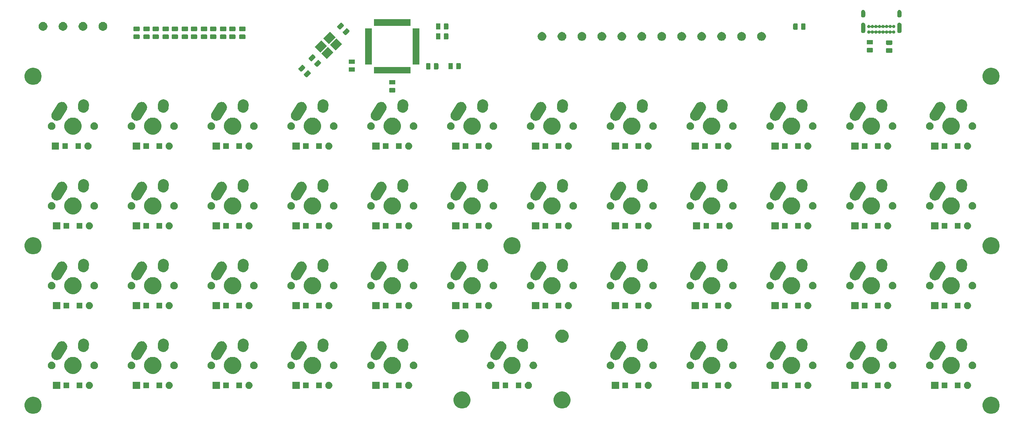
<source format=gbr>
G04 #@! TF.GenerationSoftware,KiCad,Pcbnew,(5.1.0)-1*
G04 #@! TF.CreationDate,2020-08-28T07:36:50-04:00*
G04 #@! TF.ProjectId,keyboard,6b657962-6f61-4726-942e-6b696361645f,rev?*
G04 #@! TF.SameCoordinates,Original*
G04 #@! TF.FileFunction,Soldermask,Bot*
G04 #@! TF.FilePolarity,Negative*
%FSLAX46Y46*%
G04 Gerber Fmt 4.6, Leading zero omitted, Abs format (unit mm)*
G04 Created by KiCad (PCBNEW (5.1.0)-1) date 2020-08-28 07:36:50*
%MOMM*%
%LPD*%
G04 APERTURE LIST*
%ADD10C,0.020000*%
G04 APERTURE END LIST*
D10*
G36*
X248248254Y-124234068D02*
G01*
X248621511Y-124388676D01*
X248621513Y-124388677D01*
X248957436Y-124613134D01*
X249243116Y-124898814D01*
X249467574Y-125234739D01*
X249622182Y-125607996D01*
X249701000Y-126004243D01*
X249701000Y-126408257D01*
X249622182Y-126804504D01*
X249467574Y-127177761D01*
X249467573Y-127177763D01*
X249243116Y-127513686D01*
X248957436Y-127799366D01*
X248621513Y-128023823D01*
X248621512Y-128023824D01*
X248621511Y-128023824D01*
X248248254Y-128178432D01*
X247852007Y-128257250D01*
X247447993Y-128257250D01*
X247051746Y-128178432D01*
X246678489Y-128023824D01*
X246678488Y-128023824D01*
X246678487Y-128023823D01*
X246342564Y-127799366D01*
X246056884Y-127513686D01*
X245832427Y-127177763D01*
X245832426Y-127177761D01*
X245677818Y-126804504D01*
X245599000Y-126408257D01*
X245599000Y-126004243D01*
X245677818Y-125607996D01*
X245832426Y-125234739D01*
X246056884Y-124898814D01*
X246342564Y-124613134D01*
X246678487Y-124388677D01*
X246678489Y-124388676D01*
X247051746Y-124234068D01*
X247447993Y-124155250D01*
X247852007Y-124155250D01*
X248248254Y-124234068D01*
X248248254Y-124234068D01*
G37*
G36*
X19648254Y-124234068D02*
G01*
X20021511Y-124388676D01*
X20021513Y-124388677D01*
X20357436Y-124613134D01*
X20643116Y-124898814D01*
X20867574Y-125234739D01*
X21022182Y-125607996D01*
X21101000Y-126004243D01*
X21101000Y-126408257D01*
X21022182Y-126804504D01*
X20867574Y-127177761D01*
X20867573Y-127177763D01*
X20643116Y-127513686D01*
X20357436Y-127799366D01*
X20021513Y-128023823D01*
X20021512Y-128023824D01*
X20021511Y-128023824D01*
X19648254Y-128178432D01*
X19252007Y-128257250D01*
X18847993Y-128257250D01*
X18451746Y-128178432D01*
X18078489Y-128023824D01*
X18078488Y-128023824D01*
X18078487Y-128023823D01*
X17742564Y-127799366D01*
X17456884Y-127513686D01*
X17232427Y-127177763D01*
X17232426Y-127177761D01*
X17077818Y-126804504D01*
X16999000Y-126408257D01*
X16999000Y-126004243D01*
X17077818Y-125607996D01*
X17232426Y-125234739D01*
X17456884Y-124898814D01*
X17742564Y-124613134D01*
X18078487Y-124388677D01*
X18078489Y-124388676D01*
X18451746Y-124234068D01*
X18847993Y-124155250D01*
X19252007Y-124155250D01*
X19648254Y-124234068D01*
X19648254Y-124234068D01*
G37*
G36*
X122008474Y-122969934D02*
G01*
X122226474Y-123060233D01*
X122380623Y-123124083D01*
X122715548Y-123347873D01*
X123000377Y-123632702D01*
X123224167Y-123967627D01*
X123224167Y-123967628D01*
X123378316Y-124339776D01*
X123456900Y-124734844D01*
X123456900Y-125137656D01*
X123378316Y-125532724D01*
X123347137Y-125607996D01*
X123224167Y-125904873D01*
X123000377Y-126239798D01*
X122715548Y-126524627D01*
X122380623Y-126748417D01*
X122245216Y-126804504D01*
X122008474Y-126902566D01*
X121613406Y-126981150D01*
X121210594Y-126981150D01*
X120815526Y-126902566D01*
X120578784Y-126804504D01*
X120443377Y-126748417D01*
X120108452Y-126524627D01*
X119823623Y-126239798D01*
X119599833Y-125904873D01*
X119476863Y-125607996D01*
X119445684Y-125532724D01*
X119367100Y-125137656D01*
X119367100Y-124734844D01*
X119445684Y-124339776D01*
X119599833Y-123967628D01*
X119599833Y-123967627D01*
X119823623Y-123632702D01*
X120108452Y-123347873D01*
X120443377Y-123124083D01*
X120597526Y-123060233D01*
X120815526Y-122969934D01*
X121210594Y-122891350D01*
X121613406Y-122891350D01*
X122008474Y-122969934D01*
X122008474Y-122969934D01*
G37*
G36*
X145884474Y-122969934D02*
G01*
X146102474Y-123060233D01*
X146256623Y-123124083D01*
X146591548Y-123347873D01*
X146876377Y-123632702D01*
X147100167Y-123967627D01*
X147100167Y-123967628D01*
X147254316Y-124339776D01*
X147332900Y-124734844D01*
X147332900Y-125137656D01*
X147254316Y-125532724D01*
X147223137Y-125607996D01*
X147100167Y-125904873D01*
X146876377Y-126239798D01*
X146591548Y-126524627D01*
X146256623Y-126748417D01*
X146121216Y-126804504D01*
X145884474Y-126902566D01*
X145489406Y-126981150D01*
X145086594Y-126981150D01*
X144691526Y-126902566D01*
X144454784Y-126804504D01*
X144319377Y-126748417D01*
X143984452Y-126524627D01*
X143699623Y-126239798D01*
X143475833Y-125904873D01*
X143352863Y-125607996D01*
X143321684Y-125532724D01*
X143243100Y-125137656D01*
X143243100Y-124734844D01*
X143321684Y-124339776D01*
X143475833Y-123967628D01*
X143475833Y-123967627D01*
X143699623Y-123632702D01*
X143984452Y-123347873D01*
X144319377Y-123124083D01*
X144473526Y-123060233D01*
X144691526Y-122969934D01*
X145086594Y-122891350D01*
X145489406Y-122891350D01*
X145884474Y-122969934D01*
X145884474Y-122969934D01*
G37*
G36*
X204173228Y-120625453D02*
G01*
X204328100Y-120689603D01*
X204467481Y-120782735D01*
X204586015Y-120901269D01*
X204679147Y-121040650D01*
X204743297Y-121195522D01*
X204776000Y-121359934D01*
X204776000Y-121527566D01*
X204743297Y-121691978D01*
X204679147Y-121846850D01*
X204586015Y-121986231D01*
X204467481Y-122104765D01*
X204328100Y-122197897D01*
X204173228Y-122262047D01*
X204008816Y-122294750D01*
X203841184Y-122294750D01*
X203676772Y-122262047D01*
X203521900Y-122197897D01*
X203382519Y-122104765D01*
X203263985Y-121986231D01*
X203170853Y-121846850D01*
X203106703Y-121691978D01*
X203074000Y-121527566D01*
X203074000Y-121359934D01*
X203106703Y-121195522D01*
X203170853Y-121040650D01*
X203263985Y-120901269D01*
X203382519Y-120782735D01*
X203521900Y-120689603D01*
X203676772Y-120625453D01*
X203841184Y-120592750D01*
X204008816Y-120592750D01*
X204173228Y-120625453D01*
X204173228Y-120625453D01*
G37*
G36*
X130301000Y-122294750D02*
G01*
X128599000Y-122294750D01*
X128599000Y-120592750D01*
X130301000Y-120592750D01*
X130301000Y-122294750D01*
X130301000Y-122294750D01*
G37*
G36*
X137498228Y-120625453D02*
G01*
X137653100Y-120689603D01*
X137792481Y-120782735D01*
X137911015Y-120901269D01*
X138004147Y-121040650D01*
X138068297Y-121195522D01*
X138101000Y-121359934D01*
X138101000Y-121527566D01*
X138068297Y-121691978D01*
X138004147Y-121846850D01*
X137911015Y-121986231D01*
X137792481Y-122104765D01*
X137653100Y-122197897D01*
X137498228Y-122262047D01*
X137333816Y-122294750D01*
X137166184Y-122294750D01*
X137001772Y-122262047D01*
X136846900Y-122197897D01*
X136707519Y-122104765D01*
X136588985Y-121986231D01*
X136495853Y-121846850D01*
X136431703Y-121691978D01*
X136399000Y-121527566D01*
X136399000Y-121359934D01*
X136431703Y-121195522D01*
X136495853Y-121040650D01*
X136588985Y-120901269D01*
X136707519Y-120782735D01*
X136846900Y-120689603D01*
X137001772Y-120625453D01*
X137166184Y-120592750D01*
X137333816Y-120592750D01*
X137498228Y-120625453D01*
X137498228Y-120625453D01*
G37*
G36*
X242273228Y-120625453D02*
G01*
X242428100Y-120689603D01*
X242567481Y-120782735D01*
X242686015Y-120901269D01*
X242779147Y-121040650D01*
X242843297Y-121195522D01*
X242876000Y-121359934D01*
X242876000Y-121527566D01*
X242843297Y-121691978D01*
X242779147Y-121846850D01*
X242686015Y-121986231D01*
X242567481Y-122104765D01*
X242428100Y-122197897D01*
X242273228Y-122262047D01*
X242108816Y-122294750D01*
X241941184Y-122294750D01*
X241776772Y-122262047D01*
X241621900Y-122197897D01*
X241482519Y-122104765D01*
X241363985Y-121986231D01*
X241270853Y-121846850D01*
X241206703Y-121691978D01*
X241174000Y-121527566D01*
X241174000Y-121359934D01*
X241206703Y-121195522D01*
X241270853Y-121040650D01*
X241363985Y-120901269D01*
X241482519Y-120782735D01*
X241621900Y-120689603D01*
X241776772Y-120625453D01*
X241941184Y-120592750D01*
X242108816Y-120592750D01*
X242273228Y-120625453D01*
X242273228Y-120625453D01*
G37*
G36*
X216026000Y-122294750D02*
G01*
X214324000Y-122294750D01*
X214324000Y-120592750D01*
X216026000Y-120592750D01*
X216026000Y-122294750D01*
X216026000Y-122294750D01*
G37*
G36*
X223223228Y-120625453D02*
G01*
X223378100Y-120689603D01*
X223517481Y-120782735D01*
X223636015Y-120901269D01*
X223729147Y-121040650D01*
X223793297Y-121195522D01*
X223826000Y-121359934D01*
X223826000Y-121527566D01*
X223793297Y-121691978D01*
X223729147Y-121846850D01*
X223636015Y-121986231D01*
X223517481Y-122104765D01*
X223378100Y-122197897D01*
X223223228Y-122262047D01*
X223058816Y-122294750D01*
X222891184Y-122294750D01*
X222726772Y-122262047D01*
X222571900Y-122197897D01*
X222432519Y-122104765D01*
X222313985Y-121986231D01*
X222220853Y-121846850D01*
X222156703Y-121691978D01*
X222124000Y-121527566D01*
X222124000Y-121359934D01*
X222156703Y-121195522D01*
X222220853Y-121040650D01*
X222313985Y-120901269D01*
X222432519Y-120782735D01*
X222571900Y-120689603D01*
X222726772Y-120625453D01*
X222891184Y-120592750D01*
X223058816Y-120592750D01*
X223223228Y-120625453D01*
X223223228Y-120625453D01*
G37*
G36*
X196976000Y-122294750D02*
G01*
X195274000Y-122294750D01*
X195274000Y-120592750D01*
X196976000Y-120592750D01*
X196976000Y-122294750D01*
X196976000Y-122294750D01*
G37*
G36*
X177926000Y-122294750D02*
G01*
X176224000Y-122294750D01*
X176224000Y-120592750D01*
X177926000Y-120592750D01*
X177926000Y-122294750D01*
X177926000Y-122294750D01*
G37*
G36*
X185123228Y-120625453D02*
G01*
X185278100Y-120689603D01*
X185417481Y-120782735D01*
X185536015Y-120901269D01*
X185629147Y-121040650D01*
X185693297Y-121195522D01*
X185726000Y-121359934D01*
X185726000Y-121527566D01*
X185693297Y-121691978D01*
X185629147Y-121846850D01*
X185536015Y-121986231D01*
X185417481Y-122104765D01*
X185278100Y-122197897D01*
X185123228Y-122262047D01*
X184958816Y-122294750D01*
X184791184Y-122294750D01*
X184626772Y-122262047D01*
X184471900Y-122197897D01*
X184332519Y-122104765D01*
X184213985Y-121986231D01*
X184120853Y-121846850D01*
X184056703Y-121691978D01*
X184024000Y-121527566D01*
X184024000Y-121359934D01*
X184056703Y-121195522D01*
X184120853Y-121040650D01*
X184213985Y-120901269D01*
X184332519Y-120782735D01*
X184471900Y-120689603D01*
X184626772Y-120625453D01*
X184791184Y-120592750D01*
X184958816Y-120592750D01*
X185123228Y-120625453D01*
X185123228Y-120625453D01*
G37*
G36*
X158876000Y-122294750D02*
G01*
X157174000Y-122294750D01*
X157174000Y-120592750D01*
X158876000Y-120592750D01*
X158876000Y-122294750D01*
X158876000Y-122294750D01*
G37*
G36*
X166073228Y-120625453D02*
G01*
X166228100Y-120689603D01*
X166367481Y-120782735D01*
X166486015Y-120901269D01*
X166579147Y-121040650D01*
X166643297Y-121195522D01*
X166676000Y-121359934D01*
X166676000Y-121527566D01*
X166643297Y-121691978D01*
X166579147Y-121846850D01*
X166486015Y-121986231D01*
X166367481Y-122104765D01*
X166228100Y-122197897D01*
X166073228Y-122262047D01*
X165908816Y-122294750D01*
X165741184Y-122294750D01*
X165576772Y-122262047D01*
X165421900Y-122197897D01*
X165282519Y-122104765D01*
X165163985Y-121986231D01*
X165070853Y-121846850D01*
X165006703Y-121691978D01*
X164974000Y-121527566D01*
X164974000Y-121359934D01*
X165006703Y-121195522D01*
X165070853Y-121040650D01*
X165163985Y-120901269D01*
X165282519Y-120782735D01*
X165421900Y-120689603D01*
X165576772Y-120625453D01*
X165741184Y-120592750D01*
X165908816Y-120592750D01*
X166073228Y-120625453D01*
X166073228Y-120625453D01*
G37*
G36*
X235076000Y-122294750D02*
G01*
X233374000Y-122294750D01*
X233374000Y-120592750D01*
X235076000Y-120592750D01*
X235076000Y-122294750D01*
X235076000Y-122294750D01*
G37*
G36*
X108923228Y-120625453D02*
G01*
X109078100Y-120689603D01*
X109217481Y-120782735D01*
X109336015Y-120901269D01*
X109429147Y-121040650D01*
X109493297Y-121195522D01*
X109526000Y-121359934D01*
X109526000Y-121527566D01*
X109493297Y-121691978D01*
X109429147Y-121846850D01*
X109336015Y-121986231D01*
X109217481Y-122104765D01*
X109078100Y-122197897D01*
X108923228Y-122262047D01*
X108758816Y-122294750D01*
X108591184Y-122294750D01*
X108426772Y-122262047D01*
X108271900Y-122197897D01*
X108132519Y-122104765D01*
X108013985Y-121986231D01*
X107920853Y-121846850D01*
X107856703Y-121691978D01*
X107824000Y-121527566D01*
X107824000Y-121359934D01*
X107856703Y-121195522D01*
X107920853Y-121040650D01*
X108013985Y-120901269D01*
X108132519Y-120782735D01*
X108271900Y-120689603D01*
X108426772Y-120625453D01*
X108591184Y-120592750D01*
X108758816Y-120592750D01*
X108923228Y-120625453D01*
X108923228Y-120625453D01*
G37*
G36*
X32723228Y-120625453D02*
G01*
X32878100Y-120689603D01*
X33017481Y-120782735D01*
X33136015Y-120901269D01*
X33229147Y-121040650D01*
X33293297Y-121195522D01*
X33326000Y-121359934D01*
X33326000Y-121527566D01*
X33293297Y-121691978D01*
X33229147Y-121846850D01*
X33136015Y-121986231D01*
X33017481Y-122104765D01*
X32878100Y-122197897D01*
X32723228Y-122262047D01*
X32558816Y-122294750D01*
X32391184Y-122294750D01*
X32226772Y-122262047D01*
X32071900Y-122197897D01*
X31932519Y-122104765D01*
X31813985Y-121986231D01*
X31720853Y-121846850D01*
X31656703Y-121691978D01*
X31624000Y-121527566D01*
X31624000Y-121359934D01*
X31656703Y-121195522D01*
X31720853Y-121040650D01*
X31813985Y-120901269D01*
X31932519Y-120782735D01*
X32071900Y-120689603D01*
X32226772Y-120625453D01*
X32391184Y-120592750D01*
X32558816Y-120592750D01*
X32723228Y-120625453D01*
X32723228Y-120625453D01*
G37*
G36*
X25526000Y-122294750D02*
G01*
X23824000Y-122294750D01*
X23824000Y-120592750D01*
X25526000Y-120592750D01*
X25526000Y-122294750D01*
X25526000Y-122294750D01*
G37*
G36*
X44576000Y-122294750D02*
G01*
X42874000Y-122294750D01*
X42874000Y-120592750D01*
X44576000Y-120592750D01*
X44576000Y-122294750D01*
X44576000Y-122294750D01*
G37*
G36*
X51773228Y-120625453D02*
G01*
X51928100Y-120689603D01*
X52067481Y-120782735D01*
X52186015Y-120901269D01*
X52279147Y-121040650D01*
X52343297Y-121195522D01*
X52376000Y-121359934D01*
X52376000Y-121527566D01*
X52343297Y-121691978D01*
X52279147Y-121846850D01*
X52186015Y-121986231D01*
X52067481Y-122104765D01*
X51928100Y-122197897D01*
X51773228Y-122262047D01*
X51608816Y-122294750D01*
X51441184Y-122294750D01*
X51276772Y-122262047D01*
X51121900Y-122197897D01*
X50982519Y-122104765D01*
X50863985Y-121986231D01*
X50770853Y-121846850D01*
X50706703Y-121691978D01*
X50674000Y-121527566D01*
X50674000Y-121359934D01*
X50706703Y-121195522D01*
X50770853Y-121040650D01*
X50863985Y-120901269D01*
X50982519Y-120782735D01*
X51121900Y-120689603D01*
X51276772Y-120625453D01*
X51441184Y-120592750D01*
X51608816Y-120592750D01*
X51773228Y-120625453D01*
X51773228Y-120625453D01*
G37*
G36*
X63626000Y-122294750D02*
G01*
X61924000Y-122294750D01*
X61924000Y-120592750D01*
X63626000Y-120592750D01*
X63626000Y-122294750D01*
X63626000Y-122294750D01*
G37*
G36*
X70823228Y-120625453D02*
G01*
X70978100Y-120689603D01*
X71117481Y-120782735D01*
X71236015Y-120901269D01*
X71329147Y-121040650D01*
X71393297Y-121195522D01*
X71426000Y-121359934D01*
X71426000Y-121527566D01*
X71393297Y-121691978D01*
X71329147Y-121846850D01*
X71236015Y-121986231D01*
X71117481Y-122104765D01*
X70978100Y-122197897D01*
X70823228Y-122262047D01*
X70658816Y-122294750D01*
X70491184Y-122294750D01*
X70326772Y-122262047D01*
X70171900Y-122197897D01*
X70032519Y-122104765D01*
X69913985Y-121986231D01*
X69820853Y-121846850D01*
X69756703Y-121691978D01*
X69724000Y-121527566D01*
X69724000Y-121359934D01*
X69756703Y-121195522D01*
X69820853Y-121040650D01*
X69913985Y-120901269D01*
X70032519Y-120782735D01*
X70171900Y-120689603D01*
X70326772Y-120625453D01*
X70491184Y-120592750D01*
X70658816Y-120592750D01*
X70823228Y-120625453D01*
X70823228Y-120625453D01*
G37*
G36*
X82676000Y-122294750D02*
G01*
X80974000Y-122294750D01*
X80974000Y-120592750D01*
X82676000Y-120592750D01*
X82676000Y-122294750D01*
X82676000Y-122294750D01*
G37*
G36*
X89873228Y-120625453D02*
G01*
X90028100Y-120689603D01*
X90167481Y-120782735D01*
X90286015Y-120901269D01*
X90379147Y-121040650D01*
X90443297Y-121195522D01*
X90476000Y-121359934D01*
X90476000Y-121527566D01*
X90443297Y-121691978D01*
X90379147Y-121846850D01*
X90286015Y-121986231D01*
X90167481Y-122104765D01*
X90028100Y-122197897D01*
X89873228Y-122262047D01*
X89708816Y-122294750D01*
X89541184Y-122294750D01*
X89376772Y-122262047D01*
X89221900Y-122197897D01*
X89082519Y-122104765D01*
X88963985Y-121986231D01*
X88870853Y-121846850D01*
X88806703Y-121691978D01*
X88774000Y-121527566D01*
X88774000Y-121359934D01*
X88806703Y-121195522D01*
X88870853Y-121040650D01*
X88963985Y-120901269D01*
X89082519Y-120782735D01*
X89221900Y-120689603D01*
X89376772Y-120625453D01*
X89541184Y-120592750D01*
X89708816Y-120592750D01*
X89873228Y-120625453D01*
X89873228Y-120625453D01*
G37*
G36*
X101726000Y-122294750D02*
G01*
X100024000Y-122294750D01*
X100024000Y-120592750D01*
X101726000Y-120592750D01*
X101726000Y-122294750D01*
X101726000Y-122294750D01*
G37*
G36*
X161001000Y-122094750D02*
G01*
X159699000Y-122094750D01*
X159699000Y-120792750D01*
X161001000Y-120792750D01*
X161001000Y-122094750D01*
X161001000Y-122094750D01*
G37*
G36*
X135576000Y-122094750D02*
G01*
X134274000Y-122094750D01*
X134274000Y-120792750D01*
X135576000Y-120792750D01*
X135576000Y-122094750D01*
X135576000Y-122094750D01*
G37*
G36*
X27651000Y-122094750D02*
G01*
X26349000Y-122094750D01*
X26349000Y-120792750D01*
X27651000Y-120792750D01*
X27651000Y-122094750D01*
X27651000Y-122094750D01*
G37*
G36*
X30801000Y-122094750D02*
G01*
X29499000Y-122094750D01*
X29499000Y-120792750D01*
X30801000Y-120792750D01*
X30801000Y-122094750D01*
X30801000Y-122094750D01*
G37*
G36*
X49851000Y-122094750D02*
G01*
X48549000Y-122094750D01*
X48549000Y-120792750D01*
X49851000Y-120792750D01*
X49851000Y-122094750D01*
X49851000Y-122094750D01*
G37*
G36*
X46701000Y-122094750D02*
G01*
X45399000Y-122094750D01*
X45399000Y-120792750D01*
X46701000Y-120792750D01*
X46701000Y-122094750D01*
X46701000Y-122094750D01*
G37*
G36*
X68901000Y-122094750D02*
G01*
X67599000Y-122094750D01*
X67599000Y-120792750D01*
X68901000Y-120792750D01*
X68901000Y-122094750D01*
X68901000Y-122094750D01*
G37*
G36*
X65751000Y-122094750D02*
G01*
X64449000Y-122094750D01*
X64449000Y-120792750D01*
X65751000Y-120792750D01*
X65751000Y-122094750D01*
X65751000Y-122094750D01*
G37*
G36*
X87951000Y-122094750D02*
G01*
X86649000Y-122094750D01*
X86649000Y-120792750D01*
X87951000Y-120792750D01*
X87951000Y-122094750D01*
X87951000Y-122094750D01*
G37*
G36*
X84801000Y-122094750D02*
G01*
X83499000Y-122094750D01*
X83499000Y-120792750D01*
X84801000Y-120792750D01*
X84801000Y-122094750D01*
X84801000Y-122094750D01*
G37*
G36*
X132426000Y-122094750D02*
G01*
X131124000Y-122094750D01*
X131124000Y-120792750D01*
X132426000Y-120792750D01*
X132426000Y-122094750D01*
X132426000Y-122094750D01*
G37*
G36*
X107001000Y-122094750D02*
G01*
X105699000Y-122094750D01*
X105699000Y-120792750D01*
X107001000Y-120792750D01*
X107001000Y-122094750D01*
X107001000Y-122094750D01*
G37*
G36*
X237201000Y-122094750D02*
G01*
X235899000Y-122094750D01*
X235899000Y-120792750D01*
X237201000Y-120792750D01*
X237201000Y-122094750D01*
X237201000Y-122094750D01*
G37*
G36*
X240351000Y-122094750D02*
G01*
X239049000Y-122094750D01*
X239049000Y-120792750D01*
X240351000Y-120792750D01*
X240351000Y-122094750D01*
X240351000Y-122094750D01*
G37*
G36*
X183201000Y-122094750D02*
G01*
X181899000Y-122094750D01*
X181899000Y-120792750D01*
X183201000Y-120792750D01*
X183201000Y-122094750D01*
X183201000Y-122094750D01*
G37*
G36*
X199101000Y-122094750D02*
G01*
X197799000Y-122094750D01*
X197799000Y-120792750D01*
X199101000Y-120792750D01*
X199101000Y-122094750D01*
X199101000Y-122094750D01*
G37*
G36*
X221301000Y-122094750D02*
G01*
X219999000Y-122094750D01*
X219999000Y-120792750D01*
X221301000Y-120792750D01*
X221301000Y-122094750D01*
X221301000Y-122094750D01*
G37*
G36*
X202251000Y-122094750D02*
G01*
X200949000Y-122094750D01*
X200949000Y-120792750D01*
X202251000Y-120792750D01*
X202251000Y-122094750D01*
X202251000Y-122094750D01*
G37*
G36*
X103851000Y-122094750D02*
G01*
X102549000Y-122094750D01*
X102549000Y-120792750D01*
X103851000Y-120792750D01*
X103851000Y-122094750D01*
X103851000Y-122094750D01*
G37*
G36*
X218151000Y-122094750D02*
G01*
X216849000Y-122094750D01*
X216849000Y-120792750D01*
X218151000Y-120792750D01*
X218151000Y-122094750D01*
X218151000Y-122094750D01*
G37*
G36*
X180051000Y-122094750D02*
G01*
X178749000Y-122094750D01*
X178749000Y-120792750D01*
X180051000Y-120792750D01*
X180051000Y-122094750D01*
X180051000Y-122094750D01*
G37*
G36*
X164151000Y-122094750D02*
G01*
X162849000Y-122094750D01*
X162849000Y-120792750D01*
X164151000Y-120792750D01*
X164151000Y-122094750D01*
X164151000Y-122094750D01*
G37*
G36*
X200621474Y-114714934D02*
G01*
X200839474Y-114805233D01*
X200993623Y-114869083D01*
X201328548Y-115092873D01*
X201613377Y-115377702D01*
X201837167Y-115712627D01*
X201901017Y-115866776D01*
X201991316Y-116084776D01*
X202069900Y-116479844D01*
X202069900Y-116882656D01*
X201991316Y-117277724D01*
X201907322Y-117480503D01*
X201837167Y-117649873D01*
X201613377Y-117984798D01*
X201328548Y-118269627D01*
X200993623Y-118493417D01*
X200839474Y-118557267D01*
X200621474Y-118647566D01*
X200226406Y-118726150D01*
X199823594Y-118726150D01*
X199428526Y-118647566D01*
X199210526Y-118557267D01*
X199056377Y-118493417D01*
X198721452Y-118269627D01*
X198436623Y-117984798D01*
X198212833Y-117649873D01*
X198142678Y-117480503D01*
X198058684Y-117277724D01*
X197980100Y-116882656D01*
X197980100Y-116479844D01*
X198058684Y-116084776D01*
X198148983Y-115866776D01*
X198212833Y-115712627D01*
X198436623Y-115377702D01*
X198721452Y-115092873D01*
X199056377Y-114869083D01*
X199210526Y-114805233D01*
X199428526Y-114714934D01*
X199823594Y-114636350D01*
X200226406Y-114636350D01*
X200621474Y-114714934D01*
X200621474Y-114714934D01*
G37*
G36*
X238721474Y-114714934D02*
G01*
X238939474Y-114805233D01*
X239093623Y-114869083D01*
X239428548Y-115092873D01*
X239713377Y-115377702D01*
X239937167Y-115712627D01*
X240001017Y-115866776D01*
X240091316Y-116084776D01*
X240169900Y-116479844D01*
X240169900Y-116882656D01*
X240091316Y-117277724D01*
X240007322Y-117480503D01*
X239937167Y-117649873D01*
X239713377Y-117984798D01*
X239428548Y-118269627D01*
X239093623Y-118493417D01*
X238939474Y-118557267D01*
X238721474Y-118647566D01*
X238326406Y-118726150D01*
X237923594Y-118726150D01*
X237528526Y-118647566D01*
X237310526Y-118557267D01*
X237156377Y-118493417D01*
X236821452Y-118269627D01*
X236536623Y-117984798D01*
X236312833Y-117649873D01*
X236242678Y-117480503D01*
X236158684Y-117277724D01*
X236080100Y-116882656D01*
X236080100Y-116479844D01*
X236158684Y-116084776D01*
X236248983Y-115866776D01*
X236312833Y-115712627D01*
X236536623Y-115377702D01*
X236821452Y-115092873D01*
X237156377Y-114869083D01*
X237310526Y-114805233D01*
X237528526Y-114714934D01*
X237923594Y-114636350D01*
X238326406Y-114636350D01*
X238721474Y-114714934D01*
X238721474Y-114714934D01*
G37*
G36*
X133946474Y-114714934D02*
G01*
X134164474Y-114805233D01*
X134318623Y-114869083D01*
X134653548Y-115092873D01*
X134938377Y-115377702D01*
X135162167Y-115712627D01*
X135226017Y-115866776D01*
X135316316Y-116084776D01*
X135394900Y-116479844D01*
X135394900Y-116882656D01*
X135316316Y-117277724D01*
X135232322Y-117480503D01*
X135162167Y-117649873D01*
X134938377Y-117984798D01*
X134653548Y-118269627D01*
X134318623Y-118493417D01*
X134164474Y-118557267D01*
X133946474Y-118647566D01*
X133551406Y-118726150D01*
X133148594Y-118726150D01*
X132753526Y-118647566D01*
X132535526Y-118557267D01*
X132381377Y-118493417D01*
X132046452Y-118269627D01*
X131761623Y-117984798D01*
X131537833Y-117649873D01*
X131467678Y-117480503D01*
X131383684Y-117277724D01*
X131305100Y-116882656D01*
X131305100Y-116479844D01*
X131383684Y-116084776D01*
X131473983Y-115866776D01*
X131537833Y-115712627D01*
X131761623Y-115377702D01*
X132046452Y-115092873D01*
X132381377Y-114869083D01*
X132535526Y-114805233D01*
X132753526Y-114714934D01*
X133148594Y-114636350D01*
X133551406Y-114636350D01*
X133946474Y-114714934D01*
X133946474Y-114714934D01*
G37*
G36*
X105371474Y-114714934D02*
G01*
X105589474Y-114805233D01*
X105743623Y-114869083D01*
X106078548Y-115092873D01*
X106363377Y-115377702D01*
X106587167Y-115712627D01*
X106651017Y-115866776D01*
X106741316Y-116084776D01*
X106819900Y-116479844D01*
X106819900Y-116882656D01*
X106741316Y-117277724D01*
X106657322Y-117480503D01*
X106587167Y-117649873D01*
X106363377Y-117984798D01*
X106078548Y-118269627D01*
X105743623Y-118493417D01*
X105589474Y-118557267D01*
X105371474Y-118647566D01*
X104976406Y-118726150D01*
X104573594Y-118726150D01*
X104178526Y-118647566D01*
X103960526Y-118557267D01*
X103806377Y-118493417D01*
X103471452Y-118269627D01*
X103186623Y-117984798D01*
X102962833Y-117649873D01*
X102892678Y-117480503D01*
X102808684Y-117277724D01*
X102730100Y-116882656D01*
X102730100Y-116479844D01*
X102808684Y-116084776D01*
X102898983Y-115866776D01*
X102962833Y-115712627D01*
X103186623Y-115377702D01*
X103471452Y-115092873D01*
X103806377Y-114869083D01*
X103960526Y-114805233D01*
X104178526Y-114714934D01*
X104573594Y-114636350D01*
X104976406Y-114636350D01*
X105371474Y-114714934D01*
X105371474Y-114714934D01*
G37*
G36*
X86321474Y-114714934D02*
G01*
X86539474Y-114805233D01*
X86693623Y-114869083D01*
X87028548Y-115092873D01*
X87313377Y-115377702D01*
X87537167Y-115712627D01*
X87601017Y-115866776D01*
X87691316Y-116084776D01*
X87769900Y-116479844D01*
X87769900Y-116882656D01*
X87691316Y-117277724D01*
X87607322Y-117480503D01*
X87537167Y-117649873D01*
X87313377Y-117984798D01*
X87028548Y-118269627D01*
X86693623Y-118493417D01*
X86539474Y-118557267D01*
X86321474Y-118647566D01*
X85926406Y-118726150D01*
X85523594Y-118726150D01*
X85128526Y-118647566D01*
X84910526Y-118557267D01*
X84756377Y-118493417D01*
X84421452Y-118269627D01*
X84136623Y-117984798D01*
X83912833Y-117649873D01*
X83842678Y-117480503D01*
X83758684Y-117277724D01*
X83680100Y-116882656D01*
X83680100Y-116479844D01*
X83758684Y-116084776D01*
X83848983Y-115866776D01*
X83912833Y-115712627D01*
X84136623Y-115377702D01*
X84421452Y-115092873D01*
X84756377Y-114869083D01*
X84910526Y-114805233D01*
X85128526Y-114714934D01*
X85523594Y-114636350D01*
X85926406Y-114636350D01*
X86321474Y-114714934D01*
X86321474Y-114714934D01*
G37*
G36*
X48221474Y-114714934D02*
G01*
X48439474Y-114805233D01*
X48593623Y-114869083D01*
X48928548Y-115092873D01*
X49213377Y-115377702D01*
X49437167Y-115712627D01*
X49501017Y-115866776D01*
X49591316Y-116084776D01*
X49669900Y-116479844D01*
X49669900Y-116882656D01*
X49591316Y-117277724D01*
X49507322Y-117480503D01*
X49437167Y-117649873D01*
X49213377Y-117984798D01*
X48928548Y-118269627D01*
X48593623Y-118493417D01*
X48439474Y-118557267D01*
X48221474Y-118647566D01*
X47826406Y-118726150D01*
X47423594Y-118726150D01*
X47028526Y-118647566D01*
X46810526Y-118557267D01*
X46656377Y-118493417D01*
X46321452Y-118269627D01*
X46036623Y-117984798D01*
X45812833Y-117649873D01*
X45742678Y-117480503D01*
X45658684Y-117277724D01*
X45580100Y-116882656D01*
X45580100Y-116479844D01*
X45658684Y-116084776D01*
X45748983Y-115866776D01*
X45812833Y-115712627D01*
X46036623Y-115377702D01*
X46321452Y-115092873D01*
X46656377Y-114869083D01*
X46810526Y-114805233D01*
X47028526Y-114714934D01*
X47423594Y-114636350D01*
X47826406Y-114636350D01*
X48221474Y-114714934D01*
X48221474Y-114714934D01*
G37*
G36*
X162521474Y-114714934D02*
G01*
X162739474Y-114805233D01*
X162893623Y-114869083D01*
X163228548Y-115092873D01*
X163513377Y-115377702D01*
X163737167Y-115712627D01*
X163801017Y-115866776D01*
X163891316Y-116084776D01*
X163969900Y-116479844D01*
X163969900Y-116882656D01*
X163891316Y-117277724D01*
X163807322Y-117480503D01*
X163737167Y-117649873D01*
X163513377Y-117984798D01*
X163228548Y-118269627D01*
X162893623Y-118493417D01*
X162739474Y-118557267D01*
X162521474Y-118647566D01*
X162126406Y-118726150D01*
X161723594Y-118726150D01*
X161328526Y-118647566D01*
X161110526Y-118557267D01*
X160956377Y-118493417D01*
X160621452Y-118269627D01*
X160336623Y-117984798D01*
X160112833Y-117649873D01*
X160042678Y-117480503D01*
X159958684Y-117277724D01*
X159880100Y-116882656D01*
X159880100Y-116479844D01*
X159958684Y-116084776D01*
X160048983Y-115866776D01*
X160112833Y-115712627D01*
X160336623Y-115377702D01*
X160621452Y-115092873D01*
X160956377Y-114869083D01*
X161110526Y-114805233D01*
X161328526Y-114714934D01*
X161723594Y-114636350D01*
X162126406Y-114636350D01*
X162521474Y-114714934D01*
X162521474Y-114714934D01*
G37*
G36*
X181571474Y-114714934D02*
G01*
X181789474Y-114805233D01*
X181943623Y-114869083D01*
X182278548Y-115092873D01*
X182563377Y-115377702D01*
X182787167Y-115712627D01*
X182851017Y-115866776D01*
X182941316Y-116084776D01*
X183019900Y-116479844D01*
X183019900Y-116882656D01*
X182941316Y-117277724D01*
X182857322Y-117480503D01*
X182787167Y-117649873D01*
X182563377Y-117984798D01*
X182278548Y-118269627D01*
X181943623Y-118493417D01*
X181789474Y-118557267D01*
X181571474Y-118647566D01*
X181176406Y-118726150D01*
X180773594Y-118726150D01*
X180378526Y-118647566D01*
X180160526Y-118557267D01*
X180006377Y-118493417D01*
X179671452Y-118269627D01*
X179386623Y-117984798D01*
X179162833Y-117649873D01*
X179092678Y-117480503D01*
X179008684Y-117277724D01*
X178930100Y-116882656D01*
X178930100Y-116479844D01*
X179008684Y-116084776D01*
X179098983Y-115866776D01*
X179162833Y-115712627D01*
X179386623Y-115377702D01*
X179671452Y-115092873D01*
X180006377Y-114869083D01*
X180160526Y-114805233D01*
X180378526Y-114714934D01*
X180773594Y-114636350D01*
X181176406Y-114636350D01*
X181571474Y-114714934D01*
X181571474Y-114714934D01*
G37*
G36*
X29171474Y-114714934D02*
G01*
X29389474Y-114805233D01*
X29543623Y-114869083D01*
X29878548Y-115092873D01*
X30163377Y-115377702D01*
X30387167Y-115712627D01*
X30451017Y-115866776D01*
X30541316Y-116084776D01*
X30619900Y-116479844D01*
X30619900Y-116882656D01*
X30541316Y-117277724D01*
X30457322Y-117480503D01*
X30387167Y-117649873D01*
X30163377Y-117984798D01*
X29878548Y-118269627D01*
X29543623Y-118493417D01*
X29389474Y-118557267D01*
X29171474Y-118647566D01*
X28776406Y-118726150D01*
X28373594Y-118726150D01*
X27978526Y-118647566D01*
X27760526Y-118557267D01*
X27606377Y-118493417D01*
X27271452Y-118269627D01*
X26986623Y-117984798D01*
X26762833Y-117649873D01*
X26692678Y-117480503D01*
X26608684Y-117277724D01*
X26530100Y-116882656D01*
X26530100Y-116479844D01*
X26608684Y-116084776D01*
X26698983Y-115866776D01*
X26762833Y-115712627D01*
X26986623Y-115377702D01*
X27271452Y-115092873D01*
X27606377Y-114869083D01*
X27760526Y-114805233D01*
X27978526Y-114714934D01*
X28373594Y-114636350D01*
X28776406Y-114636350D01*
X29171474Y-114714934D01*
X29171474Y-114714934D01*
G37*
G36*
X67271474Y-114714934D02*
G01*
X67489474Y-114805233D01*
X67643623Y-114869083D01*
X67978548Y-115092873D01*
X68263377Y-115377702D01*
X68487167Y-115712627D01*
X68551017Y-115866776D01*
X68641316Y-116084776D01*
X68719900Y-116479844D01*
X68719900Y-116882656D01*
X68641316Y-117277724D01*
X68557322Y-117480503D01*
X68487167Y-117649873D01*
X68263377Y-117984798D01*
X67978548Y-118269627D01*
X67643623Y-118493417D01*
X67489474Y-118557267D01*
X67271474Y-118647566D01*
X66876406Y-118726150D01*
X66473594Y-118726150D01*
X66078526Y-118647566D01*
X65860526Y-118557267D01*
X65706377Y-118493417D01*
X65371452Y-118269627D01*
X65086623Y-117984798D01*
X64862833Y-117649873D01*
X64792678Y-117480503D01*
X64708684Y-117277724D01*
X64630100Y-116882656D01*
X64630100Y-116479844D01*
X64708684Y-116084776D01*
X64798983Y-115866776D01*
X64862833Y-115712627D01*
X65086623Y-115377702D01*
X65371452Y-115092873D01*
X65706377Y-114869083D01*
X65860526Y-114805233D01*
X66078526Y-114714934D01*
X66473594Y-114636350D01*
X66876406Y-114636350D01*
X67271474Y-114714934D01*
X67271474Y-114714934D01*
G37*
G36*
X219671474Y-114714934D02*
G01*
X219889474Y-114805233D01*
X220043623Y-114869083D01*
X220378548Y-115092873D01*
X220663377Y-115377702D01*
X220887167Y-115712627D01*
X220951017Y-115866776D01*
X221041316Y-116084776D01*
X221119900Y-116479844D01*
X221119900Y-116882656D01*
X221041316Y-117277724D01*
X220957322Y-117480503D01*
X220887167Y-117649873D01*
X220663377Y-117984798D01*
X220378548Y-118269627D01*
X220043623Y-118493417D01*
X219889474Y-118557267D01*
X219671474Y-118647566D01*
X219276406Y-118726150D01*
X218873594Y-118726150D01*
X218478526Y-118647566D01*
X218260526Y-118557267D01*
X218106377Y-118493417D01*
X217771452Y-118269627D01*
X217486623Y-117984798D01*
X217262833Y-117649873D01*
X217192678Y-117480503D01*
X217108684Y-117277724D01*
X217030100Y-116882656D01*
X217030100Y-116479844D01*
X217108684Y-116084776D01*
X217198983Y-115866776D01*
X217262833Y-115712627D01*
X217486623Y-115377702D01*
X217771452Y-115092873D01*
X218106377Y-114869083D01*
X218260526Y-114805233D01*
X218478526Y-114714934D01*
X218873594Y-114636350D01*
X219276406Y-114636350D01*
X219671474Y-114714934D01*
X219671474Y-114714934D01*
G37*
G36*
X157020952Y-115796679D02*
G01*
X157108075Y-115814009D01*
X157217498Y-115859334D01*
X157272211Y-115881997D01*
X157418933Y-115980033D01*
X157419928Y-115980698D01*
X157545552Y-116106322D01*
X157545554Y-116106325D01*
X157644253Y-116254039D01*
X157644253Y-116254040D01*
X157712241Y-116418175D01*
X157746900Y-116592421D01*
X157746900Y-116770079D01*
X157712241Y-116944325D01*
X157666916Y-117053748D01*
X157644253Y-117108461D01*
X157546217Y-117255183D01*
X157545552Y-117256178D01*
X157419928Y-117381802D01*
X157419925Y-117381804D01*
X157272211Y-117480503D01*
X157217498Y-117503166D01*
X157108075Y-117548491D01*
X157020952Y-117565820D01*
X156933831Y-117583150D01*
X156756169Y-117583150D01*
X156669048Y-117565820D01*
X156581925Y-117548491D01*
X156472502Y-117503166D01*
X156417789Y-117480503D01*
X156270075Y-117381804D01*
X156270072Y-117381802D01*
X156144448Y-117256178D01*
X156143783Y-117255183D01*
X156045747Y-117108461D01*
X156023084Y-117053748D01*
X155977759Y-116944325D01*
X155943100Y-116770079D01*
X155943100Y-116592421D01*
X155977759Y-116418175D01*
X156045747Y-116254040D01*
X156045747Y-116254039D01*
X156144446Y-116106325D01*
X156144448Y-116106322D01*
X156270072Y-115980698D01*
X156271067Y-115980033D01*
X156417789Y-115881997D01*
X156472502Y-115859334D01*
X156581925Y-115814009D01*
X156669048Y-115796679D01*
X156756169Y-115779350D01*
X156933831Y-115779350D01*
X157020952Y-115796679D01*
X157020952Y-115796679D01*
G37*
G36*
X110030952Y-115796679D02*
G01*
X110118075Y-115814009D01*
X110227498Y-115859334D01*
X110282211Y-115881997D01*
X110428933Y-115980033D01*
X110429928Y-115980698D01*
X110555552Y-116106322D01*
X110555554Y-116106325D01*
X110654253Y-116254039D01*
X110654253Y-116254040D01*
X110722241Y-116418175D01*
X110756900Y-116592421D01*
X110756900Y-116770079D01*
X110722241Y-116944325D01*
X110676916Y-117053748D01*
X110654253Y-117108461D01*
X110556217Y-117255183D01*
X110555552Y-117256178D01*
X110429928Y-117381802D01*
X110429925Y-117381804D01*
X110282211Y-117480503D01*
X110227498Y-117503166D01*
X110118075Y-117548491D01*
X110030952Y-117565820D01*
X109943831Y-117583150D01*
X109766169Y-117583150D01*
X109679048Y-117565820D01*
X109591925Y-117548491D01*
X109482502Y-117503166D01*
X109427789Y-117480503D01*
X109280075Y-117381804D01*
X109280072Y-117381802D01*
X109154448Y-117256178D01*
X109153783Y-117255183D01*
X109055747Y-117108461D01*
X109033084Y-117053748D01*
X108987759Y-116944325D01*
X108953100Y-116770079D01*
X108953100Y-116592421D01*
X108987759Y-116418175D01*
X109055747Y-116254040D01*
X109055747Y-116254039D01*
X109154446Y-116106325D01*
X109154448Y-116106322D01*
X109280072Y-115980698D01*
X109281067Y-115980033D01*
X109427789Y-115881997D01*
X109482502Y-115859334D01*
X109591925Y-115814009D01*
X109679048Y-115796679D01*
X109766169Y-115779350D01*
X109943831Y-115779350D01*
X110030952Y-115796679D01*
X110030952Y-115796679D01*
G37*
G36*
X80820952Y-115796679D02*
G01*
X80908075Y-115814009D01*
X81017498Y-115859334D01*
X81072211Y-115881997D01*
X81218933Y-115980033D01*
X81219928Y-115980698D01*
X81345552Y-116106322D01*
X81345554Y-116106325D01*
X81444253Y-116254039D01*
X81444253Y-116254040D01*
X81512241Y-116418175D01*
X81546900Y-116592421D01*
X81546900Y-116770079D01*
X81512241Y-116944325D01*
X81466916Y-117053748D01*
X81444253Y-117108461D01*
X81346217Y-117255183D01*
X81345552Y-117256178D01*
X81219928Y-117381802D01*
X81219925Y-117381804D01*
X81072211Y-117480503D01*
X81017498Y-117503166D01*
X80908075Y-117548491D01*
X80820952Y-117565820D01*
X80733831Y-117583150D01*
X80556169Y-117583150D01*
X80469048Y-117565820D01*
X80381925Y-117548491D01*
X80272502Y-117503166D01*
X80217789Y-117480503D01*
X80070075Y-117381804D01*
X80070072Y-117381802D01*
X79944448Y-117256178D01*
X79943783Y-117255183D01*
X79845747Y-117108461D01*
X79823084Y-117053748D01*
X79777759Y-116944325D01*
X79743100Y-116770079D01*
X79743100Y-116592421D01*
X79777759Y-116418175D01*
X79845747Y-116254040D01*
X79845747Y-116254039D01*
X79944446Y-116106325D01*
X79944448Y-116106322D01*
X80070072Y-115980698D01*
X80071067Y-115980033D01*
X80217789Y-115881997D01*
X80272502Y-115859334D01*
X80381925Y-115814009D01*
X80469048Y-115796679D01*
X80556169Y-115779350D01*
X80733831Y-115779350D01*
X80820952Y-115796679D01*
X80820952Y-115796679D01*
G37*
G36*
X224330952Y-115796679D02*
G01*
X224418075Y-115814009D01*
X224527498Y-115859334D01*
X224582211Y-115881997D01*
X224728933Y-115980033D01*
X224729928Y-115980698D01*
X224855552Y-116106322D01*
X224855554Y-116106325D01*
X224954253Y-116254039D01*
X224954253Y-116254040D01*
X225022241Y-116418175D01*
X225056900Y-116592421D01*
X225056900Y-116770079D01*
X225022241Y-116944325D01*
X224976916Y-117053748D01*
X224954253Y-117108461D01*
X224856217Y-117255183D01*
X224855552Y-117256178D01*
X224729928Y-117381802D01*
X224729925Y-117381804D01*
X224582211Y-117480503D01*
X224527498Y-117503166D01*
X224418075Y-117548491D01*
X224330952Y-117565820D01*
X224243831Y-117583150D01*
X224066169Y-117583150D01*
X223979048Y-117565820D01*
X223891925Y-117548491D01*
X223782502Y-117503166D01*
X223727789Y-117480503D01*
X223580075Y-117381804D01*
X223580072Y-117381802D01*
X223454448Y-117256178D01*
X223453783Y-117255183D01*
X223355747Y-117108461D01*
X223333084Y-117053748D01*
X223287759Y-116944325D01*
X223253100Y-116770079D01*
X223253100Y-116592421D01*
X223287759Y-116418175D01*
X223355747Y-116254040D01*
X223355747Y-116254039D01*
X223454446Y-116106325D01*
X223454448Y-116106322D01*
X223580072Y-115980698D01*
X223581067Y-115980033D01*
X223727789Y-115881997D01*
X223782502Y-115859334D01*
X223891925Y-115814009D01*
X223979048Y-115796679D01*
X224066169Y-115779350D01*
X224243831Y-115779350D01*
X224330952Y-115796679D01*
X224330952Y-115796679D01*
G37*
G36*
X61770952Y-115796679D02*
G01*
X61858075Y-115814009D01*
X61967498Y-115859334D01*
X62022211Y-115881997D01*
X62168933Y-115980033D01*
X62169928Y-115980698D01*
X62295552Y-116106322D01*
X62295554Y-116106325D01*
X62394253Y-116254039D01*
X62394253Y-116254040D01*
X62462241Y-116418175D01*
X62496900Y-116592421D01*
X62496900Y-116770079D01*
X62462241Y-116944325D01*
X62416916Y-117053748D01*
X62394253Y-117108461D01*
X62296217Y-117255183D01*
X62295552Y-117256178D01*
X62169928Y-117381802D01*
X62169925Y-117381804D01*
X62022211Y-117480503D01*
X61967498Y-117503166D01*
X61858075Y-117548491D01*
X61770952Y-117565820D01*
X61683831Y-117583150D01*
X61506169Y-117583150D01*
X61419048Y-117565820D01*
X61331925Y-117548491D01*
X61222502Y-117503166D01*
X61167789Y-117480503D01*
X61020075Y-117381804D01*
X61020072Y-117381802D01*
X60894448Y-117256178D01*
X60893783Y-117255183D01*
X60795747Y-117108461D01*
X60773084Y-117053748D01*
X60727759Y-116944325D01*
X60693100Y-116770079D01*
X60693100Y-116592421D01*
X60727759Y-116418175D01*
X60795747Y-116254040D01*
X60795747Y-116254039D01*
X60894446Y-116106325D01*
X60894448Y-116106322D01*
X61020072Y-115980698D01*
X61021067Y-115980033D01*
X61167789Y-115881997D01*
X61222502Y-115859334D01*
X61331925Y-115814009D01*
X61419048Y-115796679D01*
X61506169Y-115779350D01*
X61683831Y-115779350D01*
X61770952Y-115796679D01*
X61770952Y-115796679D01*
G37*
G36*
X42720952Y-115796679D02*
G01*
X42808075Y-115814009D01*
X42917498Y-115859334D01*
X42972211Y-115881997D01*
X43118933Y-115980033D01*
X43119928Y-115980698D01*
X43245552Y-116106322D01*
X43245554Y-116106325D01*
X43344253Y-116254039D01*
X43344253Y-116254040D01*
X43412241Y-116418175D01*
X43446900Y-116592421D01*
X43446900Y-116770079D01*
X43412241Y-116944325D01*
X43366916Y-117053748D01*
X43344253Y-117108461D01*
X43246217Y-117255183D01*
X43245552Y-117256178D01*
X43119928Y-117381802D01*
X43119925Y-117381804D01*
X42972211Y-117480503D01*
X42917498Y-117503166D01*
X42808075Y-117548491D01*
X42720952Y-117565820D01*
X42633831Y-117583150D01*
X42456169Y-117583150D01*
X42369048Y-117565820D01*
X42281925Y-117548491D01*
X42172502Y-117503166D01*
X42117789Y-117480503D01*
X41970075Y-117381804D01*
X41970072Y-117381802D01*
X41844448Y-117256178D01*
X41843783Y-117255183D01*
X41745747Y-117108461D01*
X41723084Y-117053748D01*
X41677759Y-116944325D01*
X41643100Y-116770079D01*
X41643100Y-116592421D01*
X41677759Y-116418175D01*
X41745747Y-116254040D01*
X41745747Y-116254039D01*
X41844446Y-116106325D01*
X41844448Y-116106322D01*
X41970072Y-115980698D01*
X41971067Y-115980033D01*
X42117789Y-115881997D01*
X42172502Y-115859334D01*
X42281925Y-115814009D01*
X42369048Y-115796679D01*
X42456169Y-115779350D01*
X42633831Y-115779350D01*
X42720952Y-115796679D01*
X42720952Y-115796679D01*
G37*
G36*
X52880952Y-115796679D02*
G01*
X52968075Y-115814009D01*
X53077498Y-115859334D01*
X53132211Y-115881997D01*
X53278933Y-115980033D01*
X53279928Y-115980698D01*
X53405552Y-116106322D01*
X53405554Y-116106325D01*
X53504253Y-116254039D01*
X53504253Y-116254040D01*
X53572241Y-116418175D01*
X53606900Y-116592421D01*
X53606900Y-116770079D01*
X53572241Y-116944325D01*
X53526916Y-117053748D01*
X53504253Y-117108461D01*
X53406217Y-117255183D01*
X53405552Y-117256178D01*
X53279928Y-117381802D01*
X53279925Y-117381804D01*
X53132211Y-117480503D01*
X53077498Y-117503166D01*
X52968075Y-117548491D01*
X52880952Y-117565820D01*
X52793831Y-117583150D01*
X52616169Y-117583150D01*
X52529048Y-117565820D01*
X52441925Y-117548491D01*
X52332502Y-117503166D01*
X52277789Y-117480503D01*
X52130075Y-117381804D01*
X52130072Y-117381802D01*
X52004448Y-117256178D01*
X52003783Y-117255183D01*
X51905747Y-117108461D01*
X51883084Y-117053748D01*
X51837759Y-116944325D01*
X51803100Y-116770079D01*
X51803100Y-116592421D01*
X51837759Y-116418175D01*
X51905747Y-116254040D01*
X51905747Y-116254039D01*
X52004446Y-116106325D01*
X52004448Y-116106322D01*
X52130072Y-115980698D01*
X52131067Y-115980033D01*
X52277789Y-115881997D01*
X52332502Y-115859334D01*
X52441925Y-115814009D01*
X52529048Y-115796679D01*
X52616169Y-115779350D01*
X52793831Y-115779350D01*
X52880952Y-115796679D01*
X52880952Y-115796679D01*
G37*
G36*
X33830952Y-115796679D02*
G01*
X33918075Y-115814009D01*
X34027498Y-115859334D01*
X34082211Y-115881997D01*
X34228933Y-115980033D01*
X34229928Y-115980698D01*
X34355552Y-116106322D01*
X34355554Y-116106325D01*
X34454253Y-116254039D01*
X34454253Y-116254040D01*
X34522241Y-116418175D01*
X34556900Y-116592421D01*
X34556900Y-116770079D01*
X34522241Y-116944325D01*
X34476916Y-117053748D01*
X34454253Y-117108461D01*
X34356217Y-117255183D01*
X34355552Y-117256178D01*
X34229928Y-117381802D01*
X34229925Y-117381804D01*
X34082211Y-117480503D01*
X34027498Y-117503166D01*
X33918075Y-117548491D01*
X33830952Y-117565820D01*
X33743831Y-117583150D01*
X33566169Y-117583150D01*
X33479048Y-117565820D01*
X33391925Y-117548491D01*
X33282502Y-117503166D01*
X33227789Y-117480503D01*
X33080075Y-117381804D01*
X33080072Y-117381802D01*
X32954448Y-117256178D01*
X32953783Y-117255183D01*
X32855747Y-117108461D01*
X32833084Y-117053748D01*
X32787759Y-116944325D01*
X32753100Y-116770079D01*
X32753100Y-116592421D01*
X32787759Y-116418175D01*
X32855747Y-116254040D01*
X32855747Y-116254039D01*
X32954446Y-116106325D01*
X32954448Y-116106322D01*
X33080072Y-115980698D01*
X33081067Y-115980033D01*
X33227789Y-115881997D01*
X33282502Y-115859334D01*
X33391925Y-115814009D01*
X33479048Y-115796679D01*
X33566169Y-115779350D01*
X33743831Y-115779350D01*
X33830952Y-115796679D01*
X33830952Y-115796679D01*
G37*
G36*
X23670952Y-115796679D02*
G01*
X23758075Y-115814009D01*
X23867498Y-115859334D01*
X23922211Y-115881997D01*
X24068933Y-115980033D01*
X24069928Y-115980698D01*
X24195552Y-116106322D01*
X24195554Y-116106325D01*
X24294253Y-116254039D01*
X24294253Y-116254040D01*
X24362241Y-116418175D01*
X24396900Y-116592421D01*
X24396900Y-116770079D01*
X24362241Y-116944325D01*
X24316916Y-117053748D01*
X24294253Y-117108461D01*
X24196217Y-117255183D01*
X24195552Y-117256178D01*
X24069928Y-117381802D01*
X24069925Y-117381804D01*
X23922211Y-117480503D01*
X23867498Y-117503166D01*
X23758075Y-117548491D01*
X23670952Y-117565820D01*
X23583831Y-117583150D01*
X23406169Y-117583150D01*
X23319048Y-117565820D01*
X23231925Y-117548491D01*
X23122502Y-117503166D01*
X23067789Y-117480503D01*
X22920075Y-117381804D01*
X22920072Y-117381802D01*
X22794448Y-117256178D01*
X22793783Y-117255183D01*
X22695747Y-117108461D01*
X22673084Y-117053748D01*
X22627759Y-116944325D01*
X22593100Y-116770079D01*
X22593100Y-116592421D01*
X22627759Y-116418175D01*
X22695747Y-116254040D01*
X22695747Y-116254039D01*
X22794446Y-116106325D01*
X22794448Y-116106322D01*
X22920072Y-115980698D01*
X22921067Y-115980033D01*
X23067789Y-115881997D01*
X23122502Y-115859334D01*
X23231925Y-115814009D01*
X23319048Y-115796679D01*
X23406169Y-115779350D01*
X23583831Y-115779350D01*
X23670952Y-115796679D01*
X23670952Y-115796679D01*
G37*
G36*
X195120952Y-115796679D02*
G01*
X195208075Y-115814009D01*
X195317498Y-115859334D01*
X195372211Y-115881997D01*
X195518933Y-115980033D01*
X195519928Y-115980698D01*
X195645552Y-116106322D01*
X195645554Y-116106325D01*
X195744253Y-116254039D01*
X195744253Y-116254040D01*
X195812241Y-116418175D01*
X195846900Y-116592421D01*
X195846900Y-116770079D01*
X195812241Y-116944325D01*
X195766916Y-117053748D01*
X195744253Y-117108461D01*
X195646217Y-117255183D01*
X195645552Y-117256178D01*
X195519928Y-117381802D01*
X195519925Y-117381804D01*
X195372211Y-117480503D01*
X195317498Y-117503166D01*
X195208075Y-117548491D01*
X195120952Y-117565820D01*
X195033831Y-117583150D01*
X194856169Y-117583150D01*
X194769048Y-117565820D01*
X194681925Y-117548491D01*
X194572502Y-117503166D01*
X194517789Y-117480503D01*
X194370075Y-117381804D01*
X194370072Y-117381802D01*
X194244448Y-117256178D01*
X194243783Y-117255183D01*
X194145747Y-117108461D01*
X194123084Y-117053748D01*
X194077759Y-116944325D01*
X194043100Y-116770079D01*
X194043100Y-116592421D01*
X194077759Y-116418175D01*
X194145747Y-116254040D01*
X194145747Y-116254039D01*
X194244446Y-116106325D01*
X194244448Y-116106322D01*
X194370072Y-115980698D01*
X194371067Y-115980033D01*
X194517789Y-115881997D01*
X194572502Y-115859334D01*
X194681925Y-115814009D01*
X194769048Y-115796679D01*
X194856169Y-115779350D01*
X195033831Y-115779350D01*
X195120952Y-115796679D01*
X195120952Y-115796679D01*
G37*
G36*
X99870952Y-115796679D02*
G01*
X99958075Y-115814009D01*
X100067498Y-115859334D01*
X100122211Y-115881997D01*
X100268933Y-115980033D01*
X100269928Y-115980698D01*
X100395552Y-116106322D01*
X100395554Y-116106325D01*
X100494253Y-116254039D01*
X100494253Y-116254040D01*
X100562241Y-116418175D01*
X100596900Y-116592421D01*
X100596900Y-116770079D01*
X100562241Y-116944325D01*
X100516916Y-117053748D01*
X100494253Y-117108461D01*
X100396217Y-117255183D01*
X100395552Y-117256178D01*
X100269928Y-117381802D01*
X100269925Y-117381804D01*
X100122211Y-117480503D01*
X100067498Y-117503166D01*
X99958075Y-117548491D01*
X99870952Y-117565820D01*
X99783831Y-117583150D01*
X99606169Y-117583150D01*
X99519048Y-117565820D01*
X99431925Y-117548491D01*
X99322502Y-117503166D01*
X99267789Y-117480503D01*
X99120075Y-117381804D01*
X99120072Y-117381802D01*
X98994448Y-117256178D01*
X98993783Y-117255183D01*
X98895747Y-117108461D01*
X98873084Y-117053748D01*
X98827759Y-116944325D01*
X98793100Y-116770079D01*
X98793100Y-116592421D01*
X98827759Y-116418175D01*
X98895747Y-116254040D01*
X98895747Y-116254039D01*
X98994446Y-116106325D01*
X98994448Y-116106322D01*
X99120072Y-115980698D01*
X99121067Y-115980033D01*
X99267789Y-115881997D01*
X99322502Y-115859334D01*
X99431925Y-115814009D01*
X99519048Y-115796679D01*
X99606169Y-115779350D01*
X99783831Y-115779350D01*
X99870952Y-115796679D01*
X99870952Y-115796679D01*
G37*
G36*
X167180952Y-115796679D02*
G01*
X167268075Y-115814009D01*
X167377498Y-115859334D01*
X167432211Y-115881997D01*
X167578933Y-115980033D01*
X167579928Y-115980698D01*
X167705552Y-116106322D01*
X167705554Y-116106325D01*
X167804253Y-116254039D01*
X167804253Y-116254040D01*
X167872241Y-116418175D01*
X167906900Y-116592421D01*
X167906900Y-116770079D01*
X167872241Y-116944325D01*
X167826916Y-117053748D01*
X167804253Y-117108461D01*
X167706217Y-117255183D01*
X167705552Y-117256178D01*
X167579928Y-117381802D01*
X167579925Y-117381804D01*
X167432211Y-117480503D01*
X167377498Y-117503166D01*
X167268075Y-117548491D01*
X167180952Y-117565820D01*
X167093831Y-117583150D01*
X166916169Y-117583150D01*
X166829048Y-117565820D01*
X166741925Y-117548491D01*
X166632502Y-117503166D01*
X166577789Y-117480503D01*
X166430075Y-117381804D01*
X166430072Y-117381802D01*
X166304448Y-117256178D01*
X166303783Y-117255183D01*
X166205747Y-117108461D01*
X166183084Y-117053748D01*
X166137759Y-116944325D01*
X166103100Y-116770079D01*
X166103100Y-116592421D01*
X166137759Y-116418175D01*
X166205747Y-116254040D01*
X166205747Y-116254039D01*
X166304446Y-116106325D01*
X166304448Y-116106322D01*
X166430072Y-115980698D01*
X166431067Y-115980033D01*
X166577789Y-115881997D01*
X166632502Y-115859334D01*
X166741925Y-115814009D01*
X166829048Y-115796679D01*
X166916169Y-115779350D01*
X167093831Y-115779350D01*
X167180952Y-115796679D01*
X167180952Y-115796679D01*
G37*
G36*
X214170952Y-115796679D02*
G01*
X214258075Y-115814009D01*
X214367498Y-115859334D01*
X214422211Y-115881997D01*
X214568933Y-115980033D01*
X214569928Y-115980698D01*
X214695552Y-116106322D01*
X214695554Y-116106325D01*
X214794253Y-116254039D01*
X214794253Y-116254040D01*
X214862241Y-116418175D01*
X214896900Y-116592421D01*
X214896900Y-116770079D01*
X214862241Y-116944325D01*
X214816916Y-117053748D01*
X214794253Y-117108461D01*
X214696217Y-117255183D01*
X214695552Y-117256178D01*
X214569928Y-117381802D01*
X214569925Y-117381804D01*
X214422211Y-117480503D01*
X214367498Y-117503166D01*
X214258075Y-117548491D01*
X214170952Y-117565820D01*
X214083831Y-117583150D01*
X213906169Y-117583150D01*
X213819048Y-117565820D01*
X213731925Y-117548491D01*
X213622502Y-117503166D01*
X213567789Y-117480503D01*
X213420075Y-117381804D01*
X213420072Y-117381802D01*
X213294448Y-117256178D01*
X213293783Y-117255183D01*
X213195747Y-117108461D01*
X213173084Y-117053748D01*
X213127759Y-116944325D01*
X213093100Y-116770079D01*
X213093100Y-116592421D01*
X213127759Y-116418175D01*
X213195747Y-116254040D01*
X213195747Y-116254039D01*
X213294446Y-116106325D01*
X213294448Y-116106322D01*
X213420072Y-115980698D01*
X213421067Y-115980033D01*
X213567789Y-115881997D01*
X213622502Y-115859334D01*
X213731925Y-115814009D01*
X213819048Y-115796679D01*
X213906169Y-115779350D01*
X214083831Y-115779350D01*
X214170952Y-115796679D01*
X214170952Y-115796679D01*
G37*
G36*
X233220952Y-115796679D02*
G01*
X233308075Y-115814009D01*
X233417498Y-115859334D01*
X233472211Y-115881997D01*
X233618933Y-115980033D01*
X233619928Y-115980698D01*
X233745552Y-116106322D01*
X233745554Y-116106325D01*
X233844253Y-116254039D01*
X233844253Y-116254040D01*
X233912241Y-116418175D01*
X233946900Y-116592421D01*
X233946900Y-116770079D01*
X233912241Y-116944325D01*
X233866916Y-117053748D01*
X233844253Y-117108461D01*
X233746217Y-117255183D01*
X233745552Y-117256178D01*
X233619928Y-117381802D01*
X233619925Y-117381804D01*
X233472211Y-117480503D01*
X233417498Y-117503166D01*
X233308075Y-117548491D01*
X233220952Y-117565820D01*
X233133831Y-117583150D01*
X232956169Y-117583150D01*
X232869048Y-117565820D01*
X232781925Y-117548491D01*
X232672502Y-117503166D01*
X232617789Y-117480503D01*
X232470075Y-117381804D01*
X232470072Y-117381802D01*
X232344448Y-117256178D01*
X232343783Y-117255183D01*
X232245747Y-117108461D01*
X232223084Y-117053748D01*
X232177759Y-116944325D01*
X232143100Y-116770079D01*
X232143100Y-116592421D01*
X232177759Y-116418175D01*
X232245747Y-116254040D01*
X232245747Y-116254039D01*
X232344446Y-116106325D01*
X232344448Y-116106322D01*
X232470072Y-115980698D01*
X232471067Y-115980033D01*
X232617789Y-115881997D01*
X232672502Y-115859334D01*
X232781925Y-115814009D01*
X232869048Y-115796679D01*
X232956169Y-115779350D01*
X233133831Y-115779350D01*
X233220952Y-115796679D01*
X233220952Y-115796679D01*
G37*
G36*
X243380952Y-115796679D02*
G01*
X243468075Y-115814009D01*
X243577498Y-115859334D01*
X243632211Y-115881997D01*
X243778933Y-115980033D01*
X243779928Y-115980698D01*
X243905552Y-116106322D01*
X243905554Y-116106325D01*
X244004253Y-116254039D01*
X244004253Y-116254040D01*
X244072241Y-116418175D01*
X244106900Y-116592421D01*
X244106900Y-116770079D01*
X244072241Y-116944325D01*
X244026916Y-117053748D01*
X244004253Y-117108461D01*
X243906217Y-117255183D01*
X243905552Y-117256178D01*
X243779928Y-117381802D01*
X243779925Y-117381804D01*
X243632211Y-117480503D01*
X243577498Y-117503166D01*
X243468075Y-117548491D01*
X243380952Y-117565820D01*
X243293831Y-117583150D01*
X243116169Y-117583150D01*
X243029048Y-117565820D01*
X242941925Y-117548491D01*
X242832502Y-117503166D01*
X242777789Y-117480503D01*
X242630075Y-117381804D01*
X242630072Y-117381802D01*
X242504448Y-117256178D01*
X242503783Y-117255183D01*
X242405747Y-117108461D01*
X242383084Y-117053748D01*
X242337759Y-116944325D01*
X242303100Y-116770079D01*
X242303100Y-116592421D01*
X242337759Y-116418175D01*
X242405747Y-116254040D01*
X242405747Y-116254039D01*
X242504446Y-116106325D01*
X242504448Y-116106322D01*
X242630072Y-115980698D01*
X242631067Y-115980033D01*
X242777789Y-115881997D01*
X242832502Y-115859334D01*
X242941925Y-115814009D01*
X243029048Y-115796679D01*
X243116169Y-115779350D01*
X243293831Y-115779350D01*
X243380952Y-115796679D01*
X243380952Y-115796679D01*
G37*
G36*
X128445952Y-115796679D02*
G01*
X128533075Y-115814009D01*
X128642498Y-115859334D01*
X128697211Y-115881997D01*
X128843933Y-115980033D01*
X128844928Y-115980698D01*
X128970552Y-116106322D01*
X128970554Y-116106325D01*
X129069253Y-116254039D01*
X129069253Y-116254040D01*
X129137241Y-116418175D01*
X129171900Y-116592421D01*
X129171900Y-116770079D01*
X129137241Y-116944325D01*
X129091916Y-117053748D01*
X129069253Y-117108461D01*
X128971217Y-117255183D01*
X128970552Y-117256178D01*
X128844928Y-117381802D01*
X128844925Y-117381804D01*
X128697211Y-117480503D01*
X128642498Y-117503166D01*
X128533075Y-117548491D01*
X128445952Y-117565820D01*
X128358831Y-117583150D01*
X128181169Y-117583150D01*
X128094048Y-117565820D01*
X128006925Y-117548491D01*
X127897502Y-117503166D01*
X127842789Y-117480503D01*
X127695075Y-117381804D01*
X127695072Y-117381802D01*
X127569448Y-117256178D01*
X127568783Y-117255183D01*
X127470747Y-117108461D01*
X127448084Y-117053748D01*
X127402759Y-116944325D01*
X127368100Y-116770079D01*
X127368100Y-116592421D01*
X127402759Y-116418175D01*
X127470747Y-116254040D01*
X127470747Y-116254039D01*
X127569446Y-116106325D01*
X127569448Y-116106322D01*
X127695072Y-115980698D01*
X127696067Y-115980033D01*
X127842789Y-115881997D01*
X127897502Y-115859334D01*
X128006925Y-115814009D01*
X128094048Y-115796679D01*
X128181169Y-115779350D01*
X128358831Y-115779350D01*
X128445952Y-115796679D01*
X128445952Y-115796679D01*
G37*
G36*
X138605952Y-115796679D02*
G01*
X138693075Y-115814009D01*
X138802498Y-115859334D01*
X138857211Y-115881997D01*
X139003933Y-115980033D01*
X139004928Y-115980698D01*
X139130552Y-116106322D01*
X139130554Y-116106325D01*
X139229253Y-116254039D01*
X139229253Y-116254040D01*
X139297241Y-116418175D01*
X139331900Y-116592421D01*
X139331900Y-116770079D01*
X139297241Y-116944325D01*
X139251916Y-117053748D01*
X139229253Y-117108461D01*
X139131217Y-117255183D01*
X139130552Y-117256178D01*
X139004928Y-117381802D01*
X139004925Y-117381804D01*
X138857211Y-117480503D01*
X138802498Y-117503166D01*
X138693075Y-117548491D01*
X138605952Y-117565820D01*
X138518831Y-117583150D01*
X138341169Y-117583150D01*
X138254048Y-117565820D01*
X138166925Y-117548491D01*
X138057502Y-117503166D01*
X138002789Y-117480503D01*
X137855075Y-117381804D01*
X137855072Y-117381802D01*
X137729448Y-117256178D01*
X137728783Y-117255183D01*
X137630747Y-117108461D01*
X137608084Y-117053748D01*
X137562759Y-116944325D01*
X137528100Y-116770079D01*
X137528100Y-116592421D01*
X137562759Y-116418175D01*
X137630747Y-116254040D01*
X137630747Y-116254039D01*
X137729446Y-116106325D01*
X137729448Y-116106322D01*
X137855072Y-115980698D01*
X137856067Y-115980033D01*
X138002789Y-115881997D01*
X138057502Y-115859334D01*
X138166925Y-115814009D01*
X138254048Y-115796679D01*
X138341169Y-115779350D01*
X138518831Y-115779350D01*
X138605952Y-115796679D01*
X138605952Y-115796679D01*
G37*
G36*
X71930952Y-115796679D02*
G01*
X72018075Y-115814009D01*
X72127498Y-115859334D01*
X72182211Y-115881997D01*
X72328933Y-115980033D01*
X72329928Y-115980698D01*
X72455552Y-116106322D01*
X72455554Y-116106325D01*
X72554253Y-116254039D01*
X72554253Y-116254040D01*
X72622241Y-116418175D01*
X72656900Y-116592421D01*
X72656900Y-116770079D01*
X72622241Y-116944325D01*
X72576916Y-117053748D01*
X72554253Y-117108461D01*
X72456217Y-117255183D01*
X72455552Y-117256178D01*
X72329928Y-117381802D01*
X72329925Y-117381804D01*
X72182211Y-117480503D01*
X72127498Y-117503166D01*
X72018075Y-117548491D01*
X71930952Y-117565820D01*
X71843831Y-117583150D01*
X71666169Y-117583150D01*
X71579048Y-117565820D01*
X71491925Y-117548491D01*
X71382502Y-117503166D01*
X71327789Y-117480503D01*
X71180075Y-117381804D01*
X71180072Y-117381802D01*
X71054448Y-117256178D01*
X71053783Y-117255183D01*
X70955747Y-117108461D01*
X70933084Y-117053748D01*
X70887759Y-116944325D01*
X70853100Y-116770079D01*
X70853100Y-116592421D01*
X70887759Y-116418175D01*
X70955747Y-116254040D01*
X70955747Y-116254039D01*
X71054446Y-116106325D01*
X71054448Y-116106322D01*
X71180072Y-115980698D01*
X71181067Y-115980033D01*
X71327789Y-115881997D01*
X71382502Y-115859334D01*
X71491925Y-115814009D01*
X71579048Y-115796679D01*
X71666169Y-115779350D01*
X71843831Y-115779350D01*
X71930952Y-115796679D01*
X71930952Y-115796679D01*
G37*
G36*
X90980952Y-115796679D02*
G01*
X91068075Y-115814009D01*
X91177498Y-115859334D01*
X91232211Y-115881997D01*
X91378933Y-115980033D01*
X91379928Y-115980698D01*
X91505552Y-116106322D01*
X91505554Y-116106325D01*
X91604253Y-116254039D01*
X91604253Y-116254040D01*
X91672241Y-116418175D01*
X91706900Y-116592421D01*
X91706900Y-116770079D01*
X91672241Y-116944325D01*
X91626916Y-117053748D01*
X91604253Y-117108461D01*
X91506217Y-117255183D01*
X91505552Y-117256178D01*
X91379928Y-117381802D01*
X91379925Y-117381804D01*
X91232211Y-117480503D01*
X91177498Y-117503166D01*
X91068075Y-117548491D01*
X90980952Y-117565820D01*
X90893831Y-117583150D01*
X90716169Y-117583150D01*
X90629048Y-117565820D01*
X90541925Y-117548491D01*
X90432502Y-117503166D01*
X90377789Y-117480503D01*
X90230075Y-117381804D01*
X90230072Y-117381802D01*
X90104448Y-117256178D01*
X90103783Y-117255183D01*
X90005747Y-117108461D01*
X89983084Y-117053748D01*
X89937759Y-116944325D01*
X89903100Y-116770079D01*
X89903100Y-116592421D01*
X89937759Y-116418175D01*
X90005747Y-116254040D01*
X90005747Y-116254039D01*
X90104446Y-116106325D01*
X90104448Y-116106322D01*
X90230072Y-115980698D01*
X90231067Y-115980033D01*
X90377789Y-115881997D01*
X90432502Y-115859334D01*
X90541925Y-115814009D01*
X90629048Y-115796679D01*
X90716169Y-115779350D01*
X90893831Y-115779350D01*
X90980952Y-115796679D01*
X90980952Y-115796679D01*
G37*
G36*
X205280952Y-115796679D02*
G01*
X205368075Y-115814009D01*
X205477498Y-115859334D01*
X205532211Y-115881997D01*
X205678933Y-115980033D01*
X205679928Y-115980698D01*
X205805552Y-116106322D01*
X205805554Y-116106325D01*
X205904253Y-116254039D01*
X205904253Y-116254040D01*
X205972241Y-116418175D01*
X206006900Y-116592421D01*
X206006900Y-116770079D01*
X205972241Y-116944325D01*
X205926916Y-117053748D01*
X205904253Y-117108461D01*
X205806217Y-117255183D01*
X205805552Y-117256178D01*
X205679928Y-117381802D01*
X205679925Y-117381804D01*
X205532211Y-117480503D01*
X205477498Y-117503166D01*
X205368075Y-117548491D01*
X205280952Y-117565820D01*
X205193831Y-117583150D01*
X205016169Y-117583150D01*
X204929048Y-117565820D01*
X204841925Y-117548491D01*
X204732502Y-117503166D01*
X204677789Y-117480503D01*
X204530075Y-117381804D01*
X204530072Y-117381802D01*
X204404448Y-117256178D01*
X204403783Y-117255183D01*
X204305747Y-117108461D01*
X204283084Y-117053748D01*
X204237759Y-116944325D01*
X204203100Y-116770079D01*
X204203100Y-116592421D01*
X204237759Y-116418175D01*
X204305747Y-116254040D01*
X204305747Y-116254039D01*
X204404446Y-116106325D01*
X204404448Y-116106322D01*
X204530072Y-115980698D01*
X204531067Y-115980033D01*
X204677789Y-115881997D01*
X204732502Y-115859334D01*
X204841925Y-115814009D01*
X204929048Y-115796679D01*
X205016169Y-115779350D01*
X205193831Y-115779350D01*
X205280952Y-115796679D01*
X205280952Y-115796679D01*
G37*
G36*
X176070952Y-115796679D02*
G01*
X176158075Y-115814009D01*
X176267498Y-115859334D01*
X176322211Y-115881997D01*
X176468933Y-115980033D01*
X176469928Y-115980698D01*
X176595552Y-116106322D01*
X176595554Y-116106325D01*
X176694253Y-116254039D01*
X176694253Y-116254040D01*
X176762241Y-116418175D01*
X176796900Y-116592421D01*
X176796900Y-116770079D01*
X176762241Y-116944325D01*
X176716916Y-117053748D01*
X176694253Y-117108461D01*
X176596217Y-117255183D01*
X176595552Y-117256178D01*
X176469928Y-117381802D01*
X176469925Y-117381804D01*
X176322211Y-117480503D01*
X176267498Y-117503166D01*
X176158075Y-117548491D01*
X176070952Y-117565820D01*
X175983831Y-117583150D01*
X175806169Y-117583150D01*
X175719048Y-117565820D01*
X175631925Y-117548491D01*
X175522502Y-117503166D01*
X175467789Y-117480503D01*
X175320075Y-117381804D01*
X175320072Y-117381802D01*
X175194448Y-117256178D01*
X175193783Y-117255183D01*
X175095747Y-117108461D01*
X175073084Y-117053748D01*
X175027759Y-116944325D01*
X174993100Y-116770079D01*
X174993100Y-116592421D01*
X175027759Y-116418175D01*
X175095747Y-116254040D01*
X175095747Y-116254039D01*
X175194446Y-116106325D01*
X175194448Y-116106322D01*
X175320072Y-115980698D01*
X175321067Y-115980033D01*
X175467789Y-115881997D01*
X175522502Y-115859334D01*
X175631925Y-115814009D01*
X175719048Y-115796679D01*
X175806169Y-115779350D01*
X175983831Y-115779350D01*
X176070952Y-115796679D01*
X176070952Y-115796679D01*
G37*
G36*
X186230952Y-115796679D02*
G01*
X186318075Y-115814009D01*
X186427498Y-115859334D01*
X186482211Y-115881997D01*
X186628933Y-115980033D01*
X186629928Y-115980698D01*
X186755552Y-116106322D01*
X186755554Y-116106325D01*
X186854253Y-116254039D01*
X186854253Y-116254040D01*
X186922241Y-116418175D01*
X186956900Y-116592421D01*
X186956900Y-116770079D01*
X186922241Y-116944325D01*
X186876916Y-117053748D01*
X186854253Y-117108461D01*
X186756217Y-117255183D01*
X186755552Y-117256178D01*
X186629928Y-117381802D01*
X186629925Y-117381804D01*
X186482211Y-117480503D01*
X186427498Y-117503166D01*
X186318075Y-117548491D01*
X186230952Y-117565820D01*
X186143831Y-117583150D01*
X185966169Y-117583150D01*
X185879048Y-117565820D01*
X185791925Y-117548491D01*
X185682502Y-117503166D01*
X185627789Y-117480503D01*
X185480075Y-117381804D01*
X185480072Y-117381802D01*
X185354448Y-117256178D01*
X185353783Y-117255183D01*
X185255747Y-117108461D01*
X185233084Y-117053748D01*
X185187759Y-116944325D01*
X185153100Y-116770079D01*
X185153100Y-116592421D01*
X185187759Y-116418175D01*
X185255747Y-116254040D01*
X185255747Y-116254039D01*
X185354446Y-116106325D01*
X185354448Y-116106322D01*
X185480072Y-115980698D01*
X185481067Y-115980033D01*
X185627789Y-115881997D01*
X185682502Y-115859334D01*
X185791925Y-115814009D01*
X185879048Y-115796679D01*
X185966169Y-115779350D01*
X186143831Y-115779350D01*
X186230952Y-115796679D01*
X186230952Y-115796679D01*
G37*
G36*
X197516294Y-110918486D02*
G01*
X197601471Y-110925003D01*
X197641253Y-110936129D01*
X197848275Y-110994027D01*
X198076870Y-111109875D01*
X198278472Y-111268093D01*
X198445334Y-111462603D01*
X198571043Y-111685928D01*
X198649358Y-111925181D01*
X198650768Y-111929489D01*
X198678060Y-112155849D01*
X198681444Y-112183917D01*
X198661895Y-112439445D01*
X198638741Y-112522233D01*
X198592870Y-112686250D01*
X198554559Y-112761846D01*
X198506050Y-112857566D01*
X197228454Y-114862988D01*
X197186457Y-114916500D01*
X197109880Y-115014076D01*
X196915373Y-115180936D01*
X196778755Y-115257837D01*
X196692045Y-115306646D01*
X196474968Y-115377702D01*
X196448484Y-115386371D01*
X196194057Y-115417047D01*
X196194056Y-115417047D01*
X195938529Y-115397498D01*
X195691725Y-115328473D01*
X195691724Y-115328473D01*
X195691722Y-115328472D01*
X195463135Y-115212628D01*
X195463133Y-115212627D01*
X195463130Y-115212625D01*
X195261528Y-115054407D01*
X195261524Y-115054404D01*
X195094667Y-114859900D01*
X194968958Y-114636573D01*
X194968957Y-114636572D01*
X194889233Y-114393014D01*
X194889232Y-114393011D01*
X194858556Y-114138584D01*
X194858556Y-114138583D01*
X194878105Y-113883056D01*
X194947130Y-113636252D01*
X194947130Y-113636251D01*
X195027770Y-113477130D01*
X195033950Y-113464935D01*
X196311545Y-111459512D01*
X196430119Y-111308425D01*
X196574052Y-111184951D01*
X196624630Y-111141562D01*
X196847948Y-111015856D01*
X196847954Y-111015854D01*
X197091511Y-110936130D01*
X197091512Y-110936130D01*
X197091515Y-110936129D01*
X197345941Y-110905453D01*
X197345943Y-110905453D01*
X197516294Y-110918486D01*
X197516294Y-110918486D01*
G37*
G36*
X26066294Y-110918486D02*
G01*
X26151471Y-110925003D01*
X26191253Y-110936129D01*
X26398275Y-110994027D01*
X26626870Y-111109875D01*
X26828472Y-111268093D01*
X26995334Y-111462603D01*
X27121043Y-111685928D01*
X27199358Y-111925181D01*
X27200768Y-111929489D01*
X27228060Y-112155849D01*
X27231444Y-112183917D01*
X27211895Y-112439445D01*
X27188741Y-112522233D01*
X27142870Y-112686250D01*
X27104559Y-112761846D01*
X27056050Y-112857566D01*
X25778454Y-114862988D01*
X25736457Y-114916500D01*
X25659880Y-115014076D01*
X25465373Y-115180936D01*
X25328755Y-115257837D01*
X25242045Y-115306646D01*
X25024968Y-115377702D01*
X24998484Y-115386371D01*
X24744057Y-115417047D01*
X24744056Y-115417047D01*
X24488529Y-115397498D01*
X24241725Y-115328473D01*
X24241724Y-115328473D01*
X24241722Y-115328472D01*
X24013135Y-115212628D01*
X24013133Y-115212627D01*
X24013130Y-115212625D01*
X23811528Y-115054407D01*
X23811524Y-115054404D01*
X23644667Y-114859900D01*
X23518958Y-114636573D01*
X23518957Y-114636572D01*
X23439233Y-114393014D01*
X23439232Y-114393011D01*
X23408556Y-114138584D01*
X23408556Y-114138583D01*
X23428105Y-113883056D01*
X23497130Y-113636252D01*
X23497130Y-113636251D01*
X23577770Y-113477130D01*
X23583950Y-113464935D01*
X24861545Y-111459512D01*
X24980119Y-111308425D01*
X25124052Y-111184951D01*
X25174630Y-111141562D01*
X25397948Y-111015856D01*
X25397954Y-111015854D01*
X25641511Y-110936130D01*
X25641512Y-110936130D01*
X25641515Y-110936129D01*
X25895941Y-110905453D01*
X25895943Y-110905453D01*
X26066294Y-110918486D01*
X26066294Y-110918486D01*
G37*
G36*
X45116294Y-110918486D02*
G01*
X45201471Y-110925003D01*
X45241253Y-110936129D01*
X45448275Y-110994027D01*
X45676870Y-111109875D01*
X45878472Y-111268093D01*
X46045334Y-111462603D01*
X46171043Y-111685928D01*
X46249358Y-111925181D01*
X46250768Y-111929489D01*
X46278060Y-112155849D01*
X46281444Y-112183917D01*
X46261895Y-112439445D01*
X46238741Y-112522233D01*
X46192870Y-112686250D01*
X46154559Y-112761846D01*
X46106050Y-112857566D01*
X44828454Y-114862988D01*
X44786457Y-114916500D01*
X44709880Y-115014076D01*
X44515373Y-115180936D01*
X44378755Y-115257837D01*
X44292045Y-115306646D01*
X44074968Y-115377702D01*
X44048484Y-115386371D01*
X43794057Y-115417047D01*
X43794056Y-115417047D01*
X43538529Y-115397498D01*
X43291725Y-115328473D01*
X43291724Y-115328473D01*
X43291722Y-115328472D01*
X43063135Y-115212628D01*
X43063133Y-115212627D01*
X43063130Y-115212625D01*
X42861528Y-115054407D01*
X42861524Y-115054404D01*
X42694667Y-114859900D01*
X42568958Y-114636573D01*
X42568957Y-114636572D01*
X42489233Y-114393014D01*
X42489232Y-114393011D01*
X42458556Y-114138584D01*
X42458556Y-114138583D01*
X42478105Y-113883056D01*
X42547130Y-113636252D01*
X42547130Y-113636251D01*
X42627770Y-113477130D01*
X42633950Y-113464935D01*
X43911545Y-111459512D01*
X44030119Y-111308425D01*
X44174052Y-111184951D01*
X44224630Y-111141562D01*
X44447948Y-111015856D01*
X44447954Y-111015854D01*
X44691511Y-110936130D01*
X44691512Y-110936130D01*
X44691515Y-110936129D01*
X44945941Y-110905453D01*
X44945943Y-110905453D01*
X45116294Y-110918486D01*
X45116294Y-110918486D01*
G37*
G36*
X64166294Y-110918486D02*
G01*
X64251471Y-110925003D01*
X64291253Y-110936129D01*
X64498275Y-110994027D01*
X64726870Y-111109875D01*
X64928472Y-111268093D01*
X65095334Y-111462603D01*
X65221043Y-111685928D01*
X65299358Y-111925181D01*
X65300768Y-111929489D01*
X65328060Y-112155849D01*
X65331444Y-112183917D01*
X65311895Y-112439445D01*
X65288741Y-112522233D01*
X65242870Y-112686250D01*
X65204559Y-112761846D01*
X65156050Y-112857566D01*
X63878454Y-114862988D01*
X63836457Y-114916500D01*
X63759880Y-115014076D01*
X63565373Y-115180936D01*
X63428755Y-115257837D01*
X63342045Y-115306646D01*
X63124968Y-115377702D01*
X63098484Y-115386371D01*
X62844057Y-115417047D01*
X62844056Y-115417047D01*
X62588529Y-115397498D01*
X62341725Y-115328473D01*
X62341724Y-115328473D01*
X62341722Y-115328472D01*
X62113135Y-115212628D01*
X62113133Y-115212627D01*
X62113130Y-115212625D01*
X61911528Y-115054407D01*
X61911524Y-115054404D01*
X61744667Y-114859900D01*
X61618958Y-114636573D01*
X61618957Y-114636572D01*
X61539233Y-114393014D01*
X61539232Y-114393011D01*
X61508556Y-114138584D01*
X61508556Y-114138583D01*
X61528105Y-113883056D01*
X61597130Y-113636252D01*
X61597130Y-113636251D01*
X61677770Y-113477130D01*
X61683950Y-113464935D01*
X62961545Y-111459512D01*
X63080119Y-111308425D01*
X63224052Y-111184951D01*
X63274630Y-111141562D01*
X63497948Y-111015856D01*
X63497954Y-111015854D01*
X63741511Y-110936130D01*
X63741512Y-110936130D01*
X63741515Y-110936129D01*
X63995941Y-110905453D01*
X63995943Y-110905453D01*
X64166294Y-110918486D01*
X64166294Y-110918486D01*
G37*
G36*
X83216294Y-110918486D02*
G01*
X83301471Y-110925003D01*
X83341253Y-110936129D01*
X83548275Y-110994027D01*
X83776870Y-111109875D01*
X83978472Y-111268093D01*
X84145334Y-111462603D01*
X84271043Y-111685928D01*
X84349358Y-111925181D01*
X84350768Y-111929489D01*
X84378060Y-112155849D01*
X84381444Y-112183917D01*
X84361895Y-112439445D01*
X84338741Y-112522233D01*
X84292870Y-112686250D01*
X84254559Y-112761846D01*
X84206050Y-112857566D01*
X82928454Y-114862988D01*
X82886457Y-114916500D01*
X82809880Y-115014076D01*
X82615373Y-115180936D01*
X82478755Y-115257837D01*
X82392045Y-115306646D01*
X82174968Y-115377702D01*
X82148484Y-115386371D01*
X81894057Y-115417047D01*
X81894056Y-115417047D01*
X81638529Y-115397498D01*
X81391725Y-115328473D01*
X81391724Y-115328473D01*
X81391722Y-115328472D01*
X81163135Y-115212628D01*
X81163133Y-115212627D01*
X81163130Y-115212625D01*
X80961528Y-115054407D01*
X80961524Y-115054404D01*
X80794667Y-114859900D01*
X80668958Y-114636573D01*
X80668957Y-114636572D01*
X80589233Y-114393014D01*
X80589232Y-114393011D01*
X80558556Y-114138584D01*
X80558556Y-114138583D01*
X80578105Y-113883056D01*
X80647130Y-113636252D01*
X80647130Y-113636251D01*
X80727770Y-113477130D01*
X80733950Y-113464935D01*
X82011545Y-111459512D01*
X82130119Y-111308425D01*
X82274052Y-111184951D01*
X82324630Y-111141562D01*
X82547948Y-111015856D01*
X82547954Y-111015854D01*
X82791511Y-110936130D01*
X82791512Y-110936130D01*
X82791515Y-110936129D01*
X83045941Y-110905453D01*
X83045943Y-110905453D01*
X83216294Y-110918486D01*
X83216294Y-110918486D01*
G37*
G36*
X102266294Y-110918486D02*
G01*
X102351471Y-110925003D01*
X102391253Y-110936129D01*
X102598275Y-110994027D01*
X102826870Y-111109875D01*
X103028472Y-111268093D01*
X103195334Y-111462603D01*
X103321043Y-111685928D01*
X103399358Y-111925181D01*
X103400768Y-111929489D01*
X103428060Y-112155849D01*
X103431444Y-112183917D01*
X103411895Y-112439445D01*
X103388741Y-112522233D01*
X103342870Y-112686250D01*
X103304559Y-112761846D01*
X103256050Y-112857566D01*
X101978454Y-114862988D01*
X101936457Y-114916500D01*
X101859880Y-115014076D01*
X101665373Y-115180936D01*
X101528755Y-115257837D01*
X101442045Y-115306646D01*
X101224968Y-115377702D01*
X101198484Y-115386371D01*
X100944057Y-115417047D01*
X100944056Y-115417047D01*
X100688529Y-115397498D01*
X100441725Y-115328473D01*
X100441724Y-115328473D01*
X100441722Y-115328472D01*
X100213135Y-115212628D01*
X100213133Y-115212627D01*
X100213130Y-115212625D01*
X100011528Y-115054407D01*
X100011524Y-115054404D01*
X99844667Y-114859900D01*
X99718958Y-114636573D01*
X99718957Y-114636572D01*
X99639233Y-114393014D01*
X99639232Y-114393011D01*
X99608556Y-114138584D01*
X99608556Y-114138583D01*
X99628105Y-113883056D01*
X99697130Y-113636252D01*
X99697130Y-113636251D01*
X99777770Y-113477130D01*
X99783950Y-113464935D01*
X101061545Y-111459512D01*
X101180119Y-111308425D01*
X101324052Y-111184951D01*
X101374630Y-111141562D01*
X101597948Y-111015856D01*
X101597954Y-111015854D01*
X101841511Y-110936130D01*
X101841512Y-110936130D01*
X101841515Y-110936129D01*
X102095941Y-110905453D01*
X102095943Y-110905453D01*
X102266294Y-110918486D01*
X102266294Y-110918486D01*
G37*
G36*
X130841294Y-110918486D02*
G01*
X130926471Y-110925003D01*
X130966253Y-110936129D01*
X131173275Y-110994027D01*
X131401870Y-111109875D01*
X131603472Y-111268093D01*
X131770334Y-111462603D01*
X131896043Y-111685928D01*
X131974358Y-111925181D01*
X131975768Y-111929489D01*
X132003060Y-112155849D01*
X132006444Y-112183917D01*
X131986895Y-112439445D01*
X131963741Y-112522233D01*
X131917870Y-112686250D01*
X131879559Y-112761846D01*
X131831050Y-112857566D01*
X130553454Y-114862988D01*
X130511457Y-114916500D01*
X130434880Y-115014076D01*
X130240373Y-115180936D01*
X130103755Y-115257837D01*
X130017045Y-115306646D01*
X129799968Y-115377702D01*
X129773484Y-115386371D01*
X129519057Y-115417047D01*
X129519056Y-115417047D01*
X129263529Y-115397498D01*
X129016725Y-115328473D01*
X129016724Y-115328473D01*
X129016722Y-115328472D01*
X128788135Y-115212628D01*
X128788133Y-115212627D01*
X128788130Y-115212625D01*
X128586528Y-115054407D01*
X128586524Y-115054404D01*
X128419667Y-114859900D01*
X128293958Y-114636573D01*
X128293957Y-114636572D01*
X128214233Y-114393014D01*
X128214232Y-114393011D01*
X128183556Y-114138584D01*
X128183556Y-114138583D01*
X128203105Y-113883056D01*
X128272130Y-113636252D01*
X128272130Y-113636251D01*
X128352770Y-113477130D01*
X128358950Y-113464935D01*
X129636545Y-111459512D01*
X129755119Y-111308425D01*
X129899052Y-111184951D01*
X129949630Y-111141562D01*
X130172948Y-111015856D01*
X130172954Y-111015854D01*
X130416511Y-110936130D01*
X130416512Y-110936130D01*
X130416515Y-110936129D01*
X130670941Y-110905453D01*
X130670943Y-110905453D01*
X130841294Y-110918486D01*
X130841294Y-110918486D01*
G37*
G36*
X159416294Y-110918486D02*
G01*
X159501471Y-110925003D01*
X159541253Y-110936129D01*
X159748275Y-110994027D01*
X159976870Y-111109875D01*
X160178472Y-111268093D01*
X160345334Y-111462603D01*
X160471043Y-111685928D01*
X160549358Y-111925181D01*
X160550768Y-111929489D01*
X160578060Y-112155849D01*
X160581444Y-112183917D01*
X160561895Y-112439445D01*
X160538741Y-112522233D01*
X160492870Y-112686250D01*
X160454559Y-112761846D01*
X160406050Y-112857566D01*
X159128454Y-114862988D01*
X159086457Y-114916500D01*
X159009880Y-115014076D01*
X158815373Y-115180936D01*
X158678755Y-115257837D01*
X158592045Y-115306646D01*
X158374968Y-115377702D01*
X158348484Y-115386371D01*
X158094057Y-115417047D01*
X158094056Y-115417047D01*
X157838529Y-115397498D01*
X157591725Y-115328473D01*
X157591724Y-115328473D01*
X157591722Y-115328472D01*
X157363135Y-115212628D01*
X157363133Y-115212627D01*
X157363130Y-115212625D01*
X157161528Y-115054407D01*
X157161524Y-115054404D01*
X156994667Y-114859900D01*
X156868958Y-114636573D01*
X156868957Y-114636572D01*
X156789233Y-114393014D01*
X156789232Y-114393011D01*
X156758556Y-114138584D01*
X156758556Y-114138583D01*
X156778105Y-113883056D01*
X156847130Y-113636252D01*
X156847130Y-113636251D01*
X156927770Y-113477130D01*
X156933950Y-113464935D01*
X158211545Y-111459512D01*
X158330119Y-111308425D01*
X158474052Y-111184951D01*
X158524630Y-111141562D01*
X158747948Y-111015856D01*
X158747954Y-111015854D01*
X158991511Y-110936130D01*
X158991512Y-110936130D01*
X158991515Y-110936129D01*
X159245941Y-110905453D01*
X159245943Y-110905453D01*
X159416294Y-110918486D01*
X159416294Y-110918486D01*
G37*
G36*
X178466294Y-110918486D02*
G01*
X178551471Y-110925003D01*
X178591253Y-110936129D01*
X178798275Y-110994027D01*
X179026870Y-111109875D01*
X179228472Y-111268093D01*
X179395334Y-111462603D01*
X179521043Y-111685928D01*
X179599358Y-111925181D01*
X179600768Y-111929489D01*
X179628060Y-112155849D01*
X179631444Y-112183917D01*
X179611895Y-112439445D01*
X179588741Y-112522233D01*
X179542870Y-112686250D01*
X179504559Y-112761846D01*
X179456050Y-112857566D01*
X178178454Y-114862988D01*
X178136457Y-114916500D01*
X178059880Y-115014076D01*
X177865373Y-115180936D01*
X177728755Y-115257837D01*
X177642045Y-115306646D01*
X177424968Y-115377702D01*
X177398484Y-115386371D01*
X177144057Y-115417047D01*
X177144056Y-115417047D01*
X176888529Y-115397498D01*
X176641725Y-115328473D01*
X176641724Y-115328473D01*
X176641722Y-115328472D01*
X176413135Y-115212628D01*
X176413133Y-115212627D01*
X176413130Y-115212625D01*
X176211528Y-115054407D01*
X176211524Y-115054404D01*
X176044667Y-114859900D01*
X175918958Y-114636573D01*
X175918957Y-114636572D01*
X175839233Y-114393014D01*
X175839232Y-114393011D01*
X175808556Y-114138584D01*
X175808556Y-114138583D01*
X175828105Y-113883056D01*
X175897130Y-113636252D01*
X175897130Y-113636251D01*
X175977770Y-113477130D01*
X175983950Y-113464935D01*
X177261545Y-111459512D01*
X177380119Y-111308425D01*
X177524052Y-111184951D01*
X177574630Y-111141562D01*
X177797948Y-111015856D01*
X177797954Y-111015854D01*
X178041511Y-110936130D01*
X178041512Y-110936130D01*
X178041515Y-110936129D01*
X178295941Y-110905453D01*
X178295943Y-110905453D01*
X178466294Y-110918486D01*
X178466294Y-110918486D01*
G37*
G36*
X235616294Y-110918486D02*
G01*
X235701471Y-110925003D01*
X235741253Y-110936129D01*
X235948275Y-110994027D01*
X236176870Y-111109875D01*
X236378472Y-111268093D01*
X236545334Y-111462603D01*
X236671043Y-111685928D01*
X236749358Y-111925181D01*
X236750768Y-111929489D01*
X236778060Y-112155849D01*
X236781444Y-112183917D01*
X236761895Y-112439445D01*
X236738741Y-112522233D01*
X236692870Y-112686250D01*
X236654559Y-112761846D01*
X236606050Y-112857566D01*
X235328454Y-114862988D01*
X235286457Y-114916500D01*
X235209880Y-115014076D01*
X235015373Y-115180936D01*
X234878755Y-115257837D01*
X234792045Y-115306646D01*
X234574968Y-115377702D01*
X234548484Y-115386371D01*
X234294057Y-115417047D01*
X234294056Y-115417047D01*
X234038529Y-115397498D01*
X233791725Y-115328473D01*
X233791724Y-115328473D01*
X233791722Y-115328472D01*
X233563135Y-115212628D01*
X233563133Y-115212627D01*
X233563130Y-115212625D01*
X233361528Y-115054407D01*
X233361524Y-115054404D01*
X233194667Y-114859900D01*
X233068958Y-114636573D01*
X233068957Y-114636572D01*
X232989233Y-114393014D01*
X232989232Y-114393011D01*
X232958556Y-114138584D01*
X232958556Y-114138583D01*
X232978105Y-113883056D01*
X233047130Y-113636252D01*
X233047130Y-113636251D01*
X233127770Y-113477130D01*
X233133950Y-113464935D01*
X234411545Y-111459512D01*
X234530119Y-111308425D01*
X234674052Y-111184951D01*
X234724630Y-111141562D01*
X234947948Y-111015856D01*
X234947954Y-111015854D01*
X235191511Y-110936130D01*
X235191512Y-110936130D01*
X235191515Y-110936129D01*
X235445941Y-110905453D01*
X235445943Y-110905453D01*
X235616294Y-110918486D01*
X235616294Y-110918486D01*
G37*
G36*
X216566294Y-110918486D02*
G01*
X216651471Y-110925003D01*
X216691253Y-110936129D01*
X216898275Y-110994027D01*
X217126870Y-111109875D01*
X217328472Y-111268093D01*
X217495334Y-111462603D01*
X217621043Y-111685928D01*
X217699358Y-111925181D01*
X217700768Y-111929489D01*
X217728060Y-112155849D01*
X217731444Y-112183917D01*
X217711895Y-112439445D01*
X217688741Y-112522233D01*
X217642870Y-112686250D01*
X217604559Y-112761846D01*
X217556050Y-112857566D01*
X216278454Y-114862988D01*
X216236457Y-114916500D01*
X216159880Y-115014076D01*
X215965373Y-115180936D01*
X215828755Y-115257837D01*
X215742045Y-115306646D01*
X215524968Y-115377702D01*
X215498484Y-115386371D01*
X215244057Y-115417047D01*
X215244056Y-115417047D01*
X214988529Y-115397498D01*
X214741725Y-115328473D01*
X214741724Y-115328473D01*
X214741722Y-115328472D01*
X214513135Y-115212628D01*
X214513133Y-115212627D01*
X214513130Y-115212625D01*
X214311528Y-115054407D01*
X214311524Y-115054404D01*
X214144667Y-114859900D01*
X214018958Y-114636573D01*
X214018957Y-114636572D01*
X213939233Y-114393014D01*
X213939232Y-114393011D01*
X213908556Y-114138584D01*
X213908556Y-114138583D01*
X213928105Y-113883056D01*
X213997130Y-113636252D01*
X213997130Y-113636251D01*
X214077770Y-113477130D01*
X214083950Y-113464935D01*
X215361545Y-111459512D01*
X215480119Y-111308425D01*
X215624052Y-111184951D01*
X215674630Y-111141562D01*
X215897948Y-111015856D01*
X215897954Y-111015854D01*
X216141511Y-110936130D01*
X216141512Y-110936130D01*
X216141515Y-110936129D01*
X216395941Y-110905453D01*
X216395943Y-110905453D01*
X216566294Y-110918486D01*
X216566294Y-110918486D01*
G37*
G36*
X183856379Y-110340063D02*
G01*
X184095991Y-110430963D01*
X184313265Y-110566863D01*
X184499852Y-110742538D01*
X184611209Y-110898800D01*
X184648580Y-110951240D01*
X184753735Y-111184947D01*
X184753736Y-111184951D01*
X184811276Y-111434678D01*
X184817058Y-111626644D01*
X184817057Y-111626652D01*
X184768916Y-112332821D01*
X184737135Y-112522233D01*
X184646235Y-112761845D01*
X184510335Y-112979119D01*
X184334660Y-113165706D01*
X184178398Y-113277063D01*
X184125958Y-113314434D01*
X183892251Y-113419589D01*
X183892247Y-113419590D01*
X183642521Y-113477130D01*
X183386366Y-113484844D01*
X183386362Y-113484844D01*
X183133621Y-113442437D01*
X182894009Y-113351537D01*
X182676735Y-113215637D01*
X182623703Y-113165706D01*
X182490148Y-113039962D01*
X182360166Y-112857565D01*
X182341420Y-112831260D01*
X182236265Y-112597553D01*
X182178724Y-112347821D01*
X182178272Y-112332821D01*
X182172942Y-112155858D01*
X182221084Y-111449678D01*
X182244785Y-111308425D01*
X182252865Y-111260267D01*
X182343765Y-111020655D01*
X182479665Y-110803381D01*
X182536950Y-110742538D01*
X182655340Y-110616794D01*
X182811602Y-110505437D01*
X182864042Y-110468066D01*
X183097749Y-110362911D01*
X183097753Y-110362910D01*
X183347479Y-110305370D01*
X183603634Y-110297656D01*
X183603638Y-110297656D01*
X183856379Y-110340063D01*
X183856379Y-110340063D01*
G37*
G36*
X107656379Y-110340063D02*
G01*
X107895991Y-110430963D01*
X108113265Y-110566863D01*
X108299852Y-110742538D01*
X108411209Y-110898800D01*
X108448580Y-110951240D01*
X108553735Y-111184947D01*
X108553736Y-111184951D01*
X108611276Y-111434678D01*
X108617058Y-111626644D01*
X108617057Y-111626652D01*
X108568916Y-112332821D01*
X108537135Y-112522233D01*
X108446235Y-112761845D01*
X108310335Y-112979119D01*
X108134660Y-113165706D01*
X107978398Y-113277063D01*
X107925958Y-113314434D01*
X107692251Y-113419589D01*
X107692247Y-113419590D01*
X107442521Y-113477130D01*
X107186366Y-113484844D01*
X107186362Y-113484844D01*
X106933621Y-113442437D01*
X106694009Y-113351537D01*
X106476735Y-113215637D01*
X106423703Y-113165706D01*
X106290148Y-113039962D01*
X106160166Y-112857565D01*
X106141420Y-112831260D01*
X106036265Y-112597553D01*
X105978724Y-112347821D01*
X105978272Y-112332821D01*
X105972942Y-112155858D01*
X106021084Y-111449678D01*
X106044785Y-111308425D01*
X106052865Y-111260267D01*
X106143765Y-111020655D01*
X106279665Y-110803381D01*
X106336950Y-110742538D01*
X106455340Y-110616794D01*
X106611602Y-110505437D01*
X106664042Y-110468066D01*
X106897749Y-110362911D01*
X106897753Y-110362910D01*
X107147479Y-110305370D01*
X107403634Y-110297656D01*
X107403638Y-110297656D01*
X107656379Y-110340063D01*
X107656379Y-110340063D01*
G37*
G36*
X88606379Y-110340063D02*
G01*
X88845991Y-110430963D01*
X89063265Y-110566863D01*
X89249852Y-110742538D01*
X89361209Y-110898800D01*
X89398580Y-110951240D01*
X89503735Y-111184947D01*
X89503736Y-111184951D01*
X89561276Y-111434678D01*
X89567058Y-111626644D01*
X89567057Y-111626652D01*
X89518916Y-112332821D01*
X89487135Y-112522233D01*
X89396235Y-112761845D01*
X89260335Y-112979119D01*
X89084660Y-113165706D01*
X88928398Y-113277063D01*
X88875958Y-113314434D01*
X88642251Y-113419589D01*
X88642247Y-113419590D01*
X88392521Y-113477130D01*
X88136366Y-113484844D01*
X88136362Y-113484844D01*
X87883621Y-113442437D01*
X87644009Y-113351537D01*
X87426735Y-113215637D01*
X87373703Y-113165706D01*
X87240148Y-113039962D01*
X87110166Y-112857565D01*
X87091420Y-112831260D01*
X86986265Y-112597553D01*
X86928724Y-112347821D01*
X86928272Y-112332821D01*
X86922942Y-112155858D01*
X86971084Y-111449678D01*
X86994785Y-111308425D01*
X87002865Y-111260267D01*
X87093765Y-111020655D01*
X87229665Y-110803381D01*
X87286950Y-110742538D01*
X87405340Y-110616794D01*
X87561602Y-110505437D01*
X87614042Y-110468066D01*
X87847749Y-110362911D01*
X87847753Y-110362910D01*
X88097479Y-110305370D01*
X88353634Y-110297656D01*
X88353638Y-110297656D01*
X88606379Y-110340063D01*
X88606379Y-110340063D01*
G37*
G36*
X69556379Y-110340063D02*
G01*
X69795991Y-110430963D01*
X70013265Y-110566863D01*
X70199852Y-110742538D01*
X70311209Y-110898800D01*
X70348580Y-110951240D01*
X70453735Y-111184947D01*
X70453736Y-111184951D01*
X70511276Y-111434678D01*
X70517058Y-111626644D01*
X70517057Y-111626652D01*
X70468916Y-112332821D01*
X70437135Y-112522233D01*
X70346235Y-112761845D01*
X70210335Y-112979119D01*
X70034660Y-113165706D01*
X69878398Y-113277063D01*
X69825958Y-113314434D01*
X69592251Y-113419589D01*
X69592247Y-113419590D01*
X69342521Y-113477130D01*
X69086366Y-113484844D01*
X69086362Y-113484844D01*
X68833621Y-113442437D01*
X68594009Y-113351537D01*
X68376735Y-113215637D01*
X68323703Y-113165706D01*
X68190148Y-113039962D01*
X68060166Y-112857565D01*
X68041420Y-112831260D01*
X67936265Y-112597553D01*
X67878724Y-112347821D01*
X67878272Y-112332821D01*
X67872942Y-112155858D01*
X67921084Y-111449678D01*
X67944785Y-111308425D01*
X67952865Y-111260267D01*
X68043765Y-111020655D01*
X68179665Y-110803381D01*
X68236950Y-110742538D01*
X68355340Y-110616794D01*
X68511602Y-110505437D01*
X68564042Y-110468066D01*
X68797749Y-110362911D01*
X68797753Y-110362910D01*
X69047479Y-110305370D01*
X69303634Y-110297656D01*
X69303638Y-110297656D01*
X69556379Y-110340063D01*
X69556379Y-110340063D01*
G37*
G36*
X50506379Y-110340063D02*
G01*
X50745991Y-110430963D01*
X50963265Y-110566863D01*
X51149852Y-110742538D01*
X51261209Y-110898800D01*
X51298580Y-110951240D01*
X51403735Y-111184947D01*
X51403736Y-111184951D01*
X51461276Y-111434678D01*
X51467058Y-111626644D01*
X51467057Y-111626652D01*
X51418916Y-112332821D01*
X51387135Y-112522233D01*
X51296235Y-112761845D01*
X51160335Y-112979119D01*
X50984660Y-113165706D01*
X50828398Y-113277063D01*
X50775958Y-113314434D01*
X50542251Y-113419589D01*
X50542247Y-113419590D01*
X50292521Y-113477130D01*
X50036366Y-113484844D01*
X50036362Y-113484844D01*
X49783621Y-113442437D01*
X49544009Y-113351537D01*
X49326735Y-113215637D01*
X49273703Y-113165706D01*
X49140148Y-113039962D01*
X49010166Y-112857565D01*
X48991420Y-112831260D01*
X48886265Y-112597553D01*
X48828724Y-112347821D01*
X48828272Y-112332821D01*
X48822942Y-112155858D01*
X48871084Y-111449678D01*
X48894785Y-111308425D01*
X48902865Y-111260267D01*
X48993765Y-111020655D01*
X49129665Y-110803381D01*
X49186950Y-110742538D01*
X49305340Y-110616794D01*
X49461602Y-110505437D01*
X49514042Y-110468066D01*
X49747749Y-110362911D01*
X49747753Y-110362910D01*
X49997479Y-110305370D01*
X50253634Y-110297656D01*
X50253638Y-110297656D01*
X50506379Y-110340063D01*
X50506379Y-110340063D01*
G37*
G36*
X202906379Y-110340063D02*
G01*
X203145991Y-110430963D01*
X203363265Y-110566863D01*
X203549852Y-110742538D01*
X203661209Y-110898800D01*
X203698580Y-110951240D01*
X203803735Y-111184947D01*
X203803736Y-111184951D01*
X203861276Y-111434678D01*
X203867058Y-111626644D01*
X203867057Y-111626652D01*
X203818916Y-112332821D01*
X203787135Y-112522233D01*
X203696235Y-112761845D01*
X203560335Y-112979119D01*
X203384660Y-113165706D01*
X203228398Y-113277063D01*
X203175958Y-113314434D01*
X202942251Y-113419589D01*
X202942247Y-113419590D01*
X202692521Y-113477130D01*
X202436366Y-113484844D01*
X202436362Y-113484844D01*
X202183621Y-113442437D01*
X201944009Y-113351537D01*
X201726735Y-113215637D01*
X201673703Y-113165706D01*
X201540148Y-113039962D01*
X201410166Y-112857565D01*
X201391420Y-112831260D01*
X201286265Y-112597553D01*
X201228724Y-112347821D01*
X201228272Y-112332821D01*
X201222942Y-112155858D01*
X201271084Y-111449678D01*
X201294785Y-111308425D01*
X201302865Y-111260267D01*
X201393765Y-111020655D01*
X201529665Y-110803381D01*
X201586950Y-110742538D01*
X201705340Y-110616794D01*
X201861602Y-110505437D01*
X201914042Y-110468066D01*
X202147749Y-110362911D01*
X202147753Y-110362910D01*
X202397479Y-110305370D01*
X202653634Y-110297656D01*
X202653638Y-110297656D01*
X202906379Y-110340063D01*
X202906379Y-110340063D01*
G37*
G36*
X136231379Y-110340063D02*
G01*
X136470991Y-110430963D01*
X136688265Y-110566863D01*
X136874852Y-110742538D01*
X136986209Y-110898800D01*
X137023580Y-110951240D01*
X137128735Y-111184947D01*
X137128736Y-111184951D01*
X137186276Y-111434678D01*
X137192058Y-111626644D01*
X137192057Y-111626652D01*
X137143916Y-112332821D01*
X137112135Y-112522233D01*
X137021235Y-112761845D01*
X136885335Y-112979119D01*
X136709660Y-113165706D01*
X136553398Y-113277063D01*
X136500958Y-113314434D01*
X136267251Y-113419589D01*
X136267247Y-113419590D01*
X136017521Y-113477130D01*
X135761366Y-113484844D01*
X135761362Y-113484844D01*
X135508621Y-113442437D01*
X135269009Y-113351537D01*
X135051735Y-113215637D01*
X134998703Y-113165706D01*
X134865148Y-113039962D01*
X134735166Y-112857565D01*
X134716420Y-112831260D01*
X134611265Y-112597553D01*
X134553724Y-112347821D01*
X134553272Y-112332821D01*
X134547942Y-112155858D01*
X134596084Y-111449678D01*
X134619785Y-111308425D01*
X134627865Y-111260267D01*
X134718765Y-111020655D01*
X134854665Y-110803381D01*
X134911950Y-110742538D01*
X135030340Y-110616794D01*
X135186602Y-110505437D01*
X135239042Y-110468066D01*
X135472749Y-110362911D01*
X135472753Y-110362910D01*
X135722479Y-110305370D01*
X135978634Y-110297656D01*
X135978638Y-110297656D01*
X136231379Y-110340063D01*
X136231379Y-110340063D01*
G37*
G36*
X221956379Y-110340063D02*
G01*
X222195991Y-110430963D01*
X222413265Y-110566863D01*
X222599852Y-110742538D01*
X222711209Y-110898800D01*
X222748580Y-110951240D01*
X222853735Y-111184947D01*
X222853736Y-111184951D01*
X222911276Y-111434678D01*
X222917058Y-111626644D01*
X222917057Y-111626652D01*
X222868916Y-112332821D01*
X222837135Y-112522233D01*
X222746235Y-112761845D01*
X222610335Y-112979119D01*
X222434660Y-113165706D01*
X222278398Y-113277063D01*
X222225958Y-113314434D01*
X221992251Y-113419589D01*
X221992247Y-113419590D01*
X221742521Y-113477130D01*
X221486366Y-113484844D01*
X221486362Y-113484844D01*
X221233621Y-113442437D01*
X220994009Y-113351537D01*
X220776735Y-113215637D01*
X220723703Y-113165706D01*
X220590148Y-113039962D01*
X220460166Y-112857565D01*
X220441420Y-112831260D01*
X220336265Y-112597553D01*
X220278724Y-112347821D01*
X220278272Y-112332821D01*
X220272942Y-112155858D01*
X220321084Y-111449678D01*
X220344785Y-111308425D01*
X220352865Y-111260267D01*
X220443765Y-111020655D01*
X220579665Y-110803381D01*
X220636950Y-110742538D01*
X220755340Y-110616794D01*
X220911602Y-110505437D01*
X220964042Y-110468066D01*
X221197749Y-110362911D01*
X221197753Y-110362910D01*
X221447479Y-110305370D01*
X221703634Y-110297656D01*
X221703638Y-110297656D01*
X221956379Y-110340063D01*
X221956379Y-110340063D01*
G37*
G36*
X241006379Y-110340063D02*
G01*
X241245991Y-110430963D01*
X241463265Y-110566863D01*
X241649852Y-110742538D01*
X241761209Y-110898800D01*
X241798580Y-110951240D01*
X241903735Y-111184947D01*
X241903736Y-111184951D01*
X241961276Y-111434678D01*
X241967058Y-111626644D01*
X241967057Y-111626652D01*
X241918916Y-112332821D01*
X241887135Y-112522233D01*
X241796235Y-112761845D01*
X241660335Y-112979119D01*
X241484660Y-113165706D01*
X241328398Y-113277063D01*
X241275958Y-113314434D01*
X241042251Y-113419589D01*
X241042247Y-113419590D01*
X240792521Y-113477130D01*
X240536366Y-113484844D01*
X240536362Y-113484844D01*
X240283621Y-113442437D01*
X240044009Y-113351537D01*
X239826735Y-113215637D01*
X239773703Y-113165706D01*
X239640148Y-113039962D01*
X239510166Y-112857565D01*
X239491420Y-112831260D01*
X239386265Y-112597553D01*
X239328724Y-112347821D01*
X239328272Y-112332821D01*
X239322942Y-112155858D01*
X239371084Y-111449678D01*
X239394785Y-111308425D01*
X239402865Y-111260267D01*
X239493765Y-111020655D01*
X239629665Y-110803381D01*
X239686950Y-110742538D01*
X239805340Y-110616794D01*
X239961602Y-110505437D01*
X240014042Y-110468066D01*
X240247749Y-110362911D01*
X240247753Y-110362910D01*
X240497479Y-110305370D01*
X240753634Y-110297656D01*
X240753638Y-110297656D01*
X241006379Y-110340063D01*
X241006379Y-110340063D01*
G37*
G36*
X164806379Y-110340063D02*
G01*
X165045991Y-110430963D01*
X165263265Y-110566863D01*
X165449852Y-110742538D01*
X165561209Y-110898800D01*
X165598580Y-110951240D01*
X165703735Y-111184947D01*
X165703736Y-111184951D01*
X165761276Y-111434678D01*
X165767058Y-111626644D01*
X165767057Y-111626652D01*
X165718916Y-112332821D01*
X165687135Y-112522233D01*
X165596235Y-112761845D01*
X165460335Y-112979119D01*
X165284660Y-113165706D01*
X165128398Y-113277063D01*
X165075958Y-113314434D01*
X164842251Y-113419589D01*
X164842247Y-113419590D01*
X164592521Y-113477130D01*
X164336366Y-113484844D01*
X164336362Y-113484844D01*
X164083621Y-113442437D01*
X163844009Y-113351537D01*
X163626735Y-113215637D01*
X163573703Y-113165706D01*
X163440148Y-113039962D01*
X163310166Y-112857565D01*
X163291420Y-112831260D01*
X163186265Y-112597553D01*
X163128724Y-112347821D01*
X163128272Y-112332821D01*
X163122942Y-112155858D01*
X163171084Y-111449678D01*
X163194785Y-111308425D01*
X163202865Y-111260267D01*
X163293765Y-111020655D01*
X163429665Y-110803381D01*
X163486950Y-110742538D01*
X163605340Y-110616794D01*
X163761602Y-110505437D01*
X163814042Y-110468066D01*
X164047749Y-110362911D01*
X164047753Y-110362910D01*
X164297479Y-110305370D01*
X164553634Y-110297656D01*
X164553638Y-110297656D01*
X164806379Y-110340063D01*
X164806379Y-110340063D01*
G37*
G36*
X31456379Y-110340063D02*
G01*
X31695991Y-110430963D01*
X31913265Y-110566863D01*
X32099852Y-110742538D01*
X32211209Y-110898800D01*
X32248580Y-110951240D01*
X32353735Y-111184947D01*
X32353736Y-111184951D01*
X32411276Y-111434678D01*
X32417058Y-111626644D01*
X32417057Y-111626652D01*
X32368916Y-112332821D01*
X32337135Y-112522233D01*
X32246235Y-112761845D01*
X32110335Y-112979119D01*
X31934660Y-113165706D01*
X31778398Y-113277063D01*
X31725958Y-113314434D01*
X31492251Y-113419589D01*
X31492247Y-113419590D01*
X31242521Y-113477130D01*
X30986366Y-113484844D01*
X30986362Y-113484844D01*
X30733621Y-113442437D01*
X30494009Y-113351537D01*
X30276735Y-113215637D01*
X30223703Y-113165706D01*
X30090148Y-113039962D01*
X29960166Y-112857565D01*
X29941420Y-112831260D01*
X29836265Y-112597553D01*
X29778724Y-112347821D01*
X29778272Y-112332821D01*
X29772942Y-112155858D01*
X29821084Y-111449678D01*
X29844785Y-111308425D01*
X29852865Y-111260267D01*
X29943765Y-111020655D01*
X30079665Y-110803381D01*
X30136950Y-110742538D01*
X30255340Y-110616794D01*
X30411602Y-110505437D01*
X30464042Y-110468066D01*
X30697749Y-110362911D01*
X30697753Y-110362910D01*
X30947479Y-110305370D01*
X31203634Y-110297656D01*
X31203638Y-110297656D01*
X31456379Y-110340063D01*
X31456379Y-110340063D01*
G37*
G36*
X121871411Y-108181776D02*
G01*
X121990137Y-108230954D01*
X122158041Y-108300502D01*
X122158042Y-108300503D01*
X122416004Y-108472867D01*
X122635383Y-108692246D01*
X122750553Y-108864611D01*
X122807748Y-108950209D01*
X122926474Y-109236840D01*
X122987000Y-109541125D01*
X122987000Y-109851375D01*
X122926474Y-110155660D01*
X122807748Y-110442291D01*
X122790524Y-110468068D01*
X122635383Y-110700254D01*
X122416004Y-110919633D01*
X122264815Y-111020654D01*
X122158041Y-111091998D01*
X122038382Y-111141562D01*
X121871411Y-111210724D01*
X121567125Y-111271250D01*
X121256875Y-111271250D01*
X120952589Y-111210724D01*
X120785618Y-111141562D01*
X120665959Y-111091998D01*
X120559185Y-111020654D01*
X120407996Y-110919633D01*
X120188617Y-110700254D01*
X120033476Y-110468068D01*
X120016252Y-110442291D01*
X119897526Y-110155660D01*
X119837000Y-109851375D01*
X119837000Y-109541125D01*
X119897526Y-109236840D01*
X120016252Y-108950209D01*
X120073447Y-108864611D01*
X120188617Y-108692246D01*
X120407996Y-108472867D01*
X120665958Y-108300503D01*
X120665959Y-108300502D01*
X120833863Y-108230954D01*
X120952589Y-108181776D01*
X121256875Y-108121250D01*
X121567125Y-108121250D01*
X121871411Y-108181776D01*
X121871411Y-108181776D01*
G37*
G36*
X145747411Y-108181776D02*
G01*
X145866137Y-108230954D01*
X146034041Y-108300502D01*
X146034042Y-108300503D01*
X146292004Y-108472867D01*
X146511383Y-108692246D01*
X146626553Y-108864611D01*
X146683748Y-108950209D01*
X146802474Y-109236840D01*
X146863000Y-109541125D01*
X146863000Y-109851375D01*
X146802474Y-110155660D01*
X146683748Y-110442291D01*
X146666524Y-110468068D01*
X146511383Y-110700254D01*
X146292004Y-110919633D01*
X146140815Y-111020654D01*
X146034041Y-111091998D01*
X145914382Y-111141562D01*
X145747411Y-111210724D01*
X145443125Y-111271250D01*
X145132875Y-111271250D01*
X144828589Y-111210724D01*
X144661618Y-111141562D01*
X144541959Y-111091998D01*
X144435185Y-111020654D01*
X144283996Y-110919633D01*
X144064617Y-110700254D01*
X143909476Y-110468068D01*
X143892252Y-110442291D01*
X143773526Y-110155660D01*
X143713000Y-109851375D01*
X143713000Y-109541125D01*
X143773526Y-109236840D01*
X143892252Y-108950209D01*
X143949447Y-108864611D01*
X144064617Y-108692246D01*
X144283996Y-108472867D01*
X144541958Y-108300503D01*
X144541959Y-108300502D01*
X144709863Y-108230954D01*
X144828589Y-108181776D01*
X145132875Y-108121250D01*
X145443125Y-108121250D01*
X145747411Y-108181776D01*
X145747411Y-108181776D01*
G37*
G36*
X127973228Y-101575453D02*
G01*
X128128100Y-101639603D01*
X128267481Y-101732735D01*
X128386015Y-101851269D01*
X128479147Y-101990650D01*
X128543297Y-102145522D01*
X128576000Y-102309934D01*
X128576000Y-102477566D01*
X128543297Y-102641978D01*
X128479147Y-102796850D01*
X128386015Y-102936231D01*
X128267481Y-103054765D01*
X128128100Y-103147897D01*
X127973228Y-103212047D01*
X127808816Y-103244750D01*
X127641184Y-103244750D01*
X127476772Y-103212047D01*
X127321900Y-103147897D01*
X127182519Y-103054765D01*
X127063985Y-102936231D01*
X126970853Y-102796850D01*
X126906703Y-102641978D01*
X126874000Y-102477566D01*
X126874000Y-102309934D01*
X126906703Y-102145522D01*
X126970853Y-101990650D01*
X127063985Y-101851269D01*
X127182519Y-101732735D01*
X127321900Y-101639603D01*
X127476772Y-101575453D01*
X127641184Y-101542750D01*
X127808816Y-101542750D01*
X127973228Y-101575453D01*
X127973228Y-101575453D01*
G37*
G36*
X158876000Y-103244750D02*
G01*
X157174000Y-103244750D01*
X157174000Y-101542750D01*
X158876000Y-101542750D01*
X158876000Y-103244750D01*
X158876000Y-103244750D01*
G37*
G36*
X120776000Y-103244750D02*
G01*
X119074000Y-103244750D01*
X119074000Y-101542750D01*
X120776000Y-101542750D01*
X120776000Y-103244750D01*
X120776000Y-103244750D01*
G37*
G36*
X108923228Y-101575453D02*
G01*
X109078100Y-101639603D01*
X109217481Y-101732735D01*
X109336015Y-101851269D01*
X109429147Y-101990650D01*
X109493297Y-102145522D01*
X109526000Y-102309934D01*
X109526000Y-102477566D01*
X109493297Y-102641978D01*
X109429147Y-102796850D01*
X109336015Y-102936231D01*
X109217481Y-103054765D01*
X109078100Y-103147897D01*
X108923228Y-103212047D01*
X108758816Y-103244750D01*
X108591184Y-103244750D01*
X108426772Y-103212047D01*
X108271900Y-103147897D01*
X108132519Y-103054765D01*
X108013985Y-102936231D01*
X107920853Y-102796850D01*
X107856703Y-102641978D01*
X107824000Y-102477566D01*
X107824000Y-102309934D01*
X107856703Y-102145522D01*
X107920853Y-101990650D01*
X108013985Y-101851269D01*
X108132519Y-101732735D01*
X108271900Y-101639603D01*
X108426772Y-101575453D01*
X108591184Y-101542750D01*
X108758816Y-101542750D01*
X108923228Y-101575453D01*
X108923228Y-101575453D01*
G37*
G36*
X101726000Y-103244750D02*
G01*
X100024000Y-103244750D01*
X100024000Y-101542750D01*
X101726000Y-101542750D01*
X101726000Y-103244750D01*
X101726000Y-103244750D01*
G37*
G36*
X82676000Y-103244750D02*
G01*
X80974000Y-103244750D01*
X80974000Y-101542750D01*
X82676000Y-101542750D01*
X82676000Y-103244750D01*
X82676000Y-103244750D01*
G37*
G36*
X70823228Y-101575453D02*
G01*
X70978100Y-101639603D01*
X71117481Y-101732735D01*
X71236015Y-101851269D01*
X71329147Y-101990650D01*
X71393297Y-102145522D01*
X71426000Y-102309934D01*
X71426000Y-102477566D01*
X71393297Y-102641978D01*
X71329147Y-102796850D01*
X71236015Y-102936231D01*
X71117481Y-103054765D01*
X70978100Y-103147897D01*
X70823228Y-103212047D01*
X70658816Y-103244750D01*
X70491184Y-103244750D01*
X70326772Y-103212047D01*
X70171900Y-103147897D01*
X70032519Y-103054765D01*
X69913985Y-102936231D01*
X69820853Y-102796850D01*
X69756703Y-102641978D01*
X69724000Y-102477566D01*
X69724000Y-102309934D01*
X69756703Y-102145522D01*
X69820853Y-101990650D01*
X69913985Y-101851269D01*
X70032519Y-101732735D01*
X70171900Y-101639603D01*
X70326772Y-101575453D01*
X70491184Y-101542750D01*
X70658816Y-101542750D01*
X70823228Y-101575453D01*
X70823228Y-101575453D01*
G37*
G36*
X63626000Y-103244750D02*
G01*
X61924000Y-103244750D01*
X61924000Y-101542750D01*
X63626000Y-101542750D01*
X63626000Y-103244750D01*
X63626000Y-103244750D01*
G37*
G36*
X44576000Y-103244750D02*
G01*
X42874000Y-103244750D01*
X42874000Y-101542750D01*
X44576000Y-101542750D01*
X44576000Y-103244750D01*
X44576000Y-103244750D01*
G37*
G36*
X51773228Y-101575453D02*
G01*
X51928100Y-101639603D01*
X52067481Y-101732735D01*
X52186015Y-101851269D01*
X52279147Y-101990650D01*
X52343297Y-102145522D01*
X52376000Y-102309934D01*
X52376000Y-102477566D01*
X52343297Y-102641978D01*
X52279147Y-102796850D01*
X52186015Y-102936231D01*
X52067481Y-103054765D01*
X51928100Y-103147897D01*
X51773228Y-103212047D01*
X51608816Y-103244750D01*
X51441184Y-103244750D01*
X51276772Y-103212047D01*
X51121900Y-103147897D01*
X50982519Y-103054765D01*
X50863985Y-102936231D01*
X50770853Y-102796850D01*
X50706703Y-102641978D01*
X50674000Y-102477566D01*
X50674000Y-102309934D01*
X50706703Y-102145522D01*
X50770853Y-101990650D01*
X50863985Y-101851269D01*
X50982519Y-101732735D01*
X51121900Y-101639603D01*
X51276772Y-101575453D01*
X51441184Y-101542750D01*
X51608816Y-101542750D01*
X51773228Y-101575453D01*
X51773228Y-101575453D01*
G37*
G36*
X32723228Y-101575453D02*
G01*
X32878100Y-101639603D01*
X33017481Y-101732735D01*
X33136015Y-101851269D01*
X33229147Y-101990650D01*
X33293297Y-102145522D01*
X33326000Y-102309934D01*
X33326000Y-102477566D01*
X33293297Y-102641978D01*
X33229147Y-102796850D01*
X33136015Y-102936231D01*
X33017481Y-103054765D01*
X32878100Y-103147897D01*
X32723228Y-103212047D01*
X32558816Y-103244750D01*
X32391184Y-103244750D01*
X32226772Y-103212047D01*
X32071900Y-103147897D01*
X31932519Y-103054765D01*
X31813985Y-102936231D01*
X31720853Y-102796850D01*
X31656703Y-102641978D01*
X31624000Y-102477566D01*
X31624000Y-102309934D01*
X31656703Y-102145522D01*
X31720853Y-101990650D01*
X31813985Y-101851269D01*
X31932519Y-101732735D01*
X32071900Y-101639603D01*
X32226772Y-101575453D01*
X32391184Y-101542750D01*
X32558816Y-101542750D01*
X32723228Y-101575453D01*
X32723228Y-101575453D01*
G37*
G36*
X25526000Y-103244750D02*
G01*
X23824000Y-103244750D01*
X23824000Y-101542750D01*
X25526000Y-101542750D01*
X25526000Y-103244750D01*
X25526000Y-103244750D01*
G37*
G36*
X147023228Y-101575453D02*
G01*
X147178100Y-101639603D01*
X147317481Y-101732735D01*
X147436015Y-101851269D01*
X147529147Y-101990650D01*
X147593297Y-102145522D01*
X147626000Y-102309934D01*
X147626000Y-102477566D01*
X147593297Y-102641978D01*
X147529147Y-102796850D01*
X147436015Y-102936231D01*
X147317481Y-103054765D01*
X147178100Y-103147897D01*
X147023228Y-103212047D01*
X146858816Y-103244750D01*
X146691184Y-103244750D01*
X146526772Y-103212047D01*
X146371900Y-103147897D01*
X146232519Y-103054765D01*
X146113985Y-102936231D01*
X146020853Y-102796850D01*
X145956703Y-102641978D01*
X145924000Y-102477566D01*
X145924000Y-102309934D01*
X145956703Y-102145522D01*
X146020853Y-101990650D01*
X146113985Y-101851269D01*
X146232519Y-101732735D01*
X146371900Y-101639603D01*
X146526772Y-101575453D01*
X146691184Y-101542750D01*
X146858816Y-101542750D01*
X147023228Y-101575453D01*
X147023228Y-101575453D01*
G37*
G36*
X235076000Y-103244750D02*
G01*
X233374000Y-103244750D01*
X233374000Y-101542750D01*
X235076000Y-101542750D01*
X235076000Y-103244750D01*
X235076000Y-103244750D01*
G37*
G36*
X89873228Y-101575453D02*
G01*
X90028100Y-101639603D01*
X90167481Y-101732735D01*
X90286015Y-101851269D01*
X90379147Y-101990650D01*
X90443297Y-102145522D01*
X90476000Y-102309934D01*
X90476000Y-102477566D01*
X90443297Y-102641978D01*
X90379147Y-102796850D01*
X90286015Y-102936231D01*
X90167481Y-103054765D01*
X90028100Y-103147897D01*
X89873228Y-103212047D01*
X89708816Y-103244750D01*
X89541184Y-103244750D01*
X89376772Y-103212047D01*
X89221900Y-103147897D01*
X89082519Y-103054765D01*
X88963985Y-102936231D01*
X88870853Y-102796850D01*
X88806703Y-102641978D01*
X88774000Y-102477566D01*
X88774000Y-102309934D01*
X88806703Y-102145522D01*
X88870853Y-101990650D01*
X88963985Y-101851269D01*
X89082519Y-101732735D01*
X89221900Y-101639603D01*
X89376772Y-101575453D01*
X89541184Y-101542750D01*
X89708816Y-101542750D01*
X89873228Y-101575453D01*
X89873228Y-101575453D01*
G37*
G36*
X242273228Y-101575453D02*
G01*
X242428100Y-101639603D01*
X242567481Y-101732735D01*
X242686015Y-101851269D01*
X242779147Y-101990650D01*
X242843297Y-102145522D01*
X242876000Y-102309934D01*
X242876000Y-102477566D01*
X242843297Y-102641978D01*
X242779147Y-102796850D01*
X242686015Y-102936231D01*
X242567481Y-103054765D01*
X242428100Y-103147897D01*
X242273228Y-103212047D01*
X242108816Y-103244750D01*
X241941184Y-103244750D01*
X241776772Y-103212047D01*
X241621900Y-103147897D01*
X241482519Y-103054765D01*
X241363985Y-102936231D01*
X241270853Y-102796850D01*
X241206703Y-102641978D01*
X241174000Y-102477566D01*
X241174000Y-102309934D01*
X241206703Y-102145522D01*
X241270853Y-101990650D01*
X241363985Y-101851269D01*
X241482519Y-101732735D01*
X241621900Y-101639603D01*
X241776772Y-101575453D01*
X241941184Y-101542750D01*
X242108816Y-101542750D01*
X242273228Y-101575453D01*
X242273228Y-101575453D01*
G37*
G36*
X216026000Y-103244750D02*
G01*
X214324000Y-103244750D01*
X214324000Y-101542750D01*
X216026000Y-101542750D01*
X216026000Y-103244750D01*
X216026000Y-103244750D01*
G37*
G36*
X223223228Y-101575453D02*
G01*
X223378100Y-101639603D01*
X223517481Y-101732735D01*
X223636015Y-101851269D01*
X223729147Y-101990650D01*
X223793297Y-102145522D01*
X223826000Y-102309934D01*
X223826000Y-102477566D01*
X223793297Y-102641978D01*
X223729147Y-102796850D01*
X223636015Y-102936231D01*
X223517481Y-103054765D01*
X223378100Y-103147897D01*
X223223228Y-103212047D01*
X223058816Y-103244750D01*
X222891184Y-103244750D01*
X222726772Y-103212047D01*
X222571900Y-103147897D01*
X222432519Y-103054765D01*
X222313985Y-102936231D01*
X222220853Y-102796850D01*
X222156703Y-102641978D01*
X222124000Y-102477566D01*
X222124000Y-102309934D01*
X222156703Y-102145522D01*
X222220853Y-101990650D01*
X222313985Y-101851269D01*
X222432519Y-101732735D01*
X222571900Y-101639603D01*
X222726772Y-101575453D01*
X222891184Y-101542750D01*
X223058816Y-101542750D01*
X223223228Y-101575453D01*
X223223228Y-101575453D01*
G37*
G36*
X204173228Y-101575453D02*
G01*
X204328100Y-101639603D01*
X204467481Y-101732735D01*
X204586015Y-101851269D01*
X204679147Y-101990650D01*
X204743297Y-102145522D01*
X204776000Y-102309934D01*
X204776000Y-102477566D01*
X204743297Y-102641978D01*
X204679147Y-102796850D01*
X204586015Y-102936231D01*
X204467481Y-103054765D01*
X204328100Y-103147897D01*
X204173228Y-103212047D01*
X204008816Y-103244750D01*
X203841184Y-103244750D01*
X203676772Y-103212047D01*
X203521900Y-103147897D01*
X203382519Y-103054765D01*
X203263985Y-102936231D01*
X203170853Y-102796850D01*
X203106703Y-102641978D01*
X203074000Y-102477566D01*
X203074000Y-102309934D01*
X203106703Y-102145522D01*
X203170853Y-101990650D01*
X203263985Y-101851269D01*
X203382519Y-101732735D01*
X203521900Y-101639603D01*
X203676772Y-101575453D01*
X203841184Y-101542750D01*
X204008816Y-101542750D01*
X204173228Y-101575453D01*
X204173228Y-101575453D01*
G37*
G36*
X196976000Y-103244750D02*
G01*
X195274000Y-103244750D01*
X195274000Y-101542750D01*
X196976000Y-101542750D01*
X196976000Y-103244750D01*
X196976000Y-103244750D01*
G37*
G36*
X177926000Y-103244750D02*
G01*
X176224000Y-103244750D01*
X176224000Y-101542750D01*
X177926000Y-101542750D01*
X177926000Y-103244750D01*
X177926000Y-103244750D01*
G37*
G36*
X185123228Y-101575453D02*
G01*
X185278100Y-101639603D01*
X185417481Y-101732735D01*
X185536015Y-101851269D01*
X185629147Y-101990650D01*
X185693297Y-102145522D01*
X185726000Y-102309934D01*
X185726000Y-102477566D01*
X185693297Y-102641978D01*
X185629147Y-102796850D01*
X185536015Y-102936231D01*
X185417481Y-103054765D01*
X185278100Y-103147897D01*
X185123228Y-103212047D01*
X184958816Y-103244750D01*
X184791184Y-103244750D01*
X184626772Y-103212047D01*
X184471900Y-103147897D01*
X184332519Y-103054765D01*
X184213985Y-102936231D01*
X184120853Y-102796850D01*
X184056703Y-102641978D01*
X184024000Y-102477566D01*
X184024000Y-102309934D01*
X184056703Y-102145522D01*
X184120853Y-101990650D01*
X184213985Y-101851269D01*
X184332519Y-101732735D01*
X184471900Y-101639603D01*
X184626772Y-101575453D01*
X184791184Y-101542750D01*
X184958816Y-101542750D01*
X185123228Y-101575453D01*
X185123228Y-101575453D01*
G37*
G36*
X166073228Y-101575453D02*
G01*
X166228100Y-101639603D01*
X166367481Y-101732735D01*
X166486015Y-101851269D01*
X166579147Y-101990650D01*
X166643297Y-102145522D01*
X166676000Y-102309934D01*
X166676000Y-102477566D01*
X166643297Y-102641978D01*
X166579147Y-102796850D01*
X166486015Y-102936231D01*
X166367481Y-103054765D01*
X166228100Y-103147897D01*
X166073228Y-103212047D01*
X165908816Y-103244750D01*
X165741184Y-103244750D01*
X165576772Y-103212047D01*
X165421900Y-103147897D01*
X165282519Y-103054765D01*
X165163985Y-102936231D01*
X165070853Y-102796850D01*
X165006703Y-102641978D01*
X164974000Y-102477566D01*
X164974000Y-102309934D01*
X165006703Y-102145522D01*
X165070853Y-101990650D01*
X165163985Y-101851269D01*
X165282519Y-101732735D01*
X165421900Y-101639603D01*
X165576772Y-101575453D01*
X165741184Y-101542750D01*
X165908816Y-101542750D01*
X166073228Y-101575453D01*
X166073228Y-101575453D01*
G37*
G36*
X139826000Y-103244750D02*
G01*
X138124000Y-103244750D01*
X138124000Y-101542750D01*
X139826000Y-101542750D01*
X139826000Y-103244750D01*
X139826000Y-103244750D01*
G37*
G36*
X164151000Y-103044750D02*
G01*
X162849000Y-103044750D01*
X162849000Y-101742750D01*
X164151000Y-101742750D01*
X164151000Y-103044750D01*
X164151000Y-103044750D01*
G37*
G36*
X180051000Y-103044750D02*
G01*
X178749000Y-103044750D01*
X178749000Y-101742750D01*
X180051000Y-101742750D01*
X180051000Y-103044750D01*
X180051000Y-103044750D01*
G37*
G36*
X183201000Y-103044750D02*
G01*
X181899000Y-103044750D01*
X181899000Y-101742750D01*
X183201000Y-101742750D01*
X183201000Y-103044750D01*
X183201000Y-103044750D01*
G37*
G36*
X145101000Y-103044750D02*
G01*
X143799000Y-103044750D01*
X143799000Y-101742750D01*
X145101000Y-101742750D01*
X145101000Y-103044750D01*
X145101000Y-103044750D01*
G37*
G36*
X199101000Y-103044750D02*
G01*
X197799000Y-103044750D01*
X197799000Y-101742750D01*
X199101000Y-101742750D01*
X199101000Y-103044750D01*
X199101000Y-103044750D01*
G37*
G36*
X202251000Y-103044750D02*
G01*
X200949000Y-103044750D01*
X200949000Y-101742750D01*
X202251000Y-101742750D01*
X202251000Y-103044750D01*
X202251000Y-103044750D01*
G37*
G36*
X218151000Y-103044750D02*
G01*
X216849000Y-103044750D01*
X216849000Y-101742750D01*
X218151000Y-101742750D01*
X218151000Y-103044750D01*
X218151000Y-103044750D01*
G37*
G36*
X221301000Y-103044750D02*
G01*
X219999000Y-103044750D01*
X219999000Y-101742750D01*
X221301000Y-101742750D01*
X221301000Y-103044750D01*
X221301000Y-103044750D01*
G37*
G36*
X237201000Y-103044750D02*
G01*
X235899000Y-103044750D01*
X235899000Y-101742750D01*
X237201000Y-101742750D01*
X237201000Y-103044750D01*
X237201000Y-103044750D01*
G37*
G36*
X141951000Y-103044750D02*
G01*
X140649000Y-103044750D01*
X140649000Y-101742750D01*
X141951000Y-101742750D01*
X141951000Y-103044750D01*
X141951000Y-103044750D01*
G37*
G36*
X126051000Y-103044750D02*
G01*
X124749000Y-103044750D01*
X124749000Y-101742750D01*
X126051000Y-101742750D01*
X126051000Y-103044750D01*
X126051000Y-103044750D01*
G37*
G36*
X49851000Y-103044750D02*
G01*
X48549000Y-103044750D01*
X48549000Y-101742750D01*
X49851000Y-101742750D01*
X49851000Y-103044750D01*
X49851000Y-103044750D01*
G37*
G36*
X122901000Y-103044750D02*
G01*
X121599000Y-103044750D01*
X121599000Y-101742750D01*
X122901000Y-101742750D01*
X122901000Y-103044750D01*
X122901000Y-103044750D01*
G37*
G36*
X161001000Y-103044750D02*
G01*
X159699000Y-103044750D01*
X159699000Y-101742750D01*
X161001000Y-101742750D01*
X161001000Y-103044750D01*
X161001000Y-103044750D01*
G37*
G36*
X87951000Y-103044750D02*
G01*
X86649000Y-103044750D01*
X86649000Y-101742750D01*
X87951000Y-101742750D01*
X87951000Y-103044750D01*
X87951000Y-103044750D01*
G37*
G36*
X240351000Y-103044750D02*
G01*
X239049000Y-103044750D01*
X239049000Y-101742750D01*
X240351000Y-101742750D01*
X240351000Y-103044750D01*
X240351000Y-103044750D01*
G37*
G36*
X27651000Y-103044750D02*
G01*
X26349000Y-103044750D01*
X26349000Y-101742750D01*
X27651000Y-101742750D01*
X27651000Y-103044750D01*
X27651000Y-103044750D01*
G37*
G36*
X103851000Y-103044750D02*
G01*
X102549000Y-103044750D01*
X102549000Y-101742750D01*
X103851000Y-101742750D01*
X103851000Y-103044750D01*
X103851000Y-103044750D01*
G37*
G36*
X107001000Y-103044750D02*
G01*
X105699000Y-103044750D01*
X105699000Y-101742750D01*
X107001000Y-101742750D01*
X107001000Y-103044750D01*
X107001000Y-103044750D01*
G37*
G36*
X30801000Y-103044750D02*
G01*
X29499000Y-103044750D01*
X29499000Y-101742750D01*
X30801000Y-101742750D01*
X30801000Y-103044750D01*
X30801000Y-103044750D01*
G37*
G36*
X46701000Y-103044750D02*
G01*
X45399000Y-103044750D01*
X45399000Y-101742750D01*
X46701000Y-101742750D01*
X46701000Y-103044750D01*
X46701000Y-103044750D01*
G37*
G36*
X84801000Y-103044750D02*
G01*
X83499000Y-103044750D01*
X83499000Y-101742750D01*
X84801000Y-101742750D01*
X84801000Y-103044750D01*
X84801000Y-103044750D01*
G37*
G36*
X65751000Y-103044750D02*
G01*
X64449000Y-103044750D01*
X64449000Y-101742750D01*
X65751000Y-101742750D01*
X65751000Y-103044750D01*
X65751000Y-103044750D01*
G37*
G36*
X68901000Y-103044750D02*
G01*
X67599000Y-103044750D01*
X67599000Y-101742750D01*
X68901000Y-101742750D01*
X68901000Y-103044750D01*
X68901000Y-103044750D01*
G37*
G36*
X162521474Y-95664934D02*
G01*
X162739474Y-95755233D01*
X162893623Y-95819083D01*
X163228548Y-96042873D01*
X163513377Y-96327702D01*
X163737167Y-96662627D01*
X163801017Y-96816776D01*
X163891316Y-97034776D01*
X163969900Y-97429844D01*
X163969900Y-97832656D01*
X163891316Y-98227724D01*
X163807322Y-98430503D01*
X163737167Y-98599873D01*
X163513377Y-98934798D01*
X163228548Y-99219627D01*
X162893623Y-99443417D01*
X162739474Y-99507267D01*
X162521474Y-99597566D01*
X162126406Y-99676150D01*
X161723594Y-99676150D01*
X161328526Y-99597566D01*
X161110526Y-99507267D01*
X160956377Y-99443417D01*
X160621452Y-99219627D01*
X160336623Y-98934798D01*
X160112833Y-98599873D01*
X160042678Y-98430503D01*
X159958684Y-98227724D01*
X159880100Y-97832656D01*
X159880100Y-97429844D01*
X159958684Y-97034776D01*
X160048983Y-96816776D01*
X160112833Y-96662627D01*
X160336623Y-96327702D01*
X160621452Y-96042873D01*
X160956377Y-95819083D01*
X161110526Y-95755233D01*
X161328526Y-95664934D01*
X161723594Y-95586350D01*
X162126406Y-95586350D01*
X162521474Y-95664934D01*
X162521474Y-95664934D01*
G37*
G36*
X143471474Y-95664934D02*
G01*
X143689474Y-95755233D01*
X143843623Y-95819083D01*
X144178548Y-96042873D01*
X144463377Y-96327702D01*
X144687167Y-96662627D01*
X144751017Y-96816776D01*
X144841316Y-97034776D01*
X144919900Y-97429844D01*
X144919900Y-97832656D01*
X144841316Y-98227724D01*
X144757322Y-98430503D01*
X144687167Y-98599873D01*
X144463377Y-98934798D01*
X144178548Y-99219627D01*
X143843623Y-99443417D01*
X143689474Y-99507267D01*
X143471474Y-99597566D01*
X143076406Y-99676150D01*
X142673594Y-99676150D01*
X142278526Y-99597566D01*
X142060526Y-99507267D01*
X141906377Y-99443417D01*
X141571452Y-99219627D01*
X141286623Y-98934798D01*
X141062833Y-98599873D01*
X140992678Y-98430503D01*
X140908684Y-98227724D01*
X140830100Y-97832656D01*
X140830100Y-97429844D01*
X140908684Y-97034776D01*
X140998983Y-96816776D01*
X141062833Y-96662627D01*
X141286623Y-96327702D01*
X141571452Y-96042873D01*
X141906377Y-95819083D01*
X142060526Y-95755233D01*
X142278526Y-95664934D01*
X142673594Y-95586350D01*
X143076406Y-95586350D01*
X143471474Y-95664934D01*
X143471474Y-95664934D01*
G37*
G36*
X124421474Y-95664934D02*
G01*
X124639474Y-95755233D01*
X124793623Y-95819083D01*
X125128548Y-96042873D01*
X125413377Y-96327702D01*
X125637167Y-96662627D01*
X125701017Y-96816776D01*
X125791316Y-97034776D01*
X125869900Y-97429844D01*
X125869900Y-97832656D01*
X125791316Y-98227724D01*
X125707322Y-98430503D01*
X125637167Y-98599873D01*
X125413377Y-98934798D01*
X125128548Y-99219627D01*
X124793623Y-99443417D01*
X124639474Y-99507267D01*
X124421474Y-99597566D01*
X124026406Y-99676150D01*
X123623594Y-99676150D01*
X123228526Y-99597566D01*
X123010526Y-99507267D01*
X122856377Y-99443417D01*
X122521452Y-99219627D01*
X122236623Y-98934798D01*
X122012833Y-98599873D01*
X121942678Y-98430503D01*
X121858684Y-98227724D01*
X121780100Y-97832656D01*
X121780100Y-97429844D01*
X121858684Y-97034776D01*
X121948983Y-96816776D01*
X122012833Y-96662627D01*
X122236623Y-96327702D01*
X122521452Y-96042873D01*
X122856377Y-95819083D01*
X123010526Y-95755233D01*
X123228526Y-95664934D01*
X123623594Y-95586350D01*
X124026406Y-95586350D01*
X124421474Y-95664934D01*
X124421474Y-95664934D01*
G37*
G36*
X219671474Y-95664934D02*
G01*
X219889474Y-95755233D01*
X220043623Y-95819083D01*
X220378548Y-96042873D01*
X220663377Y-96327702D01*
X220887167Y-96662627D01*
X220951017Y-96816776D01*
X221041316Y-97034776D01*
X221119900Y-97429844D01*
X221119900Y-97832656D01*
X221041316Y-98227724D01*
X220957322Y-98430503D01*
X220887167Y-98599873D01*
X220663377Y-98934798D01*
X220378548Y-99219627D01*
X220043623Y-99443417D01*
X219889474Y-99507267D01*
X219671474Y-99597566D01*
X219276406Y-99676150D01*
X218873594Y-99676150D01*
X218478526Y-99597566D01*
X218260526Y-99507267D01*
X218106377Y-99443417D01*
X217771452Y-99219627D01*
X217486623Y-98934798D01*
X217262833Y-98599873D01*
X217192678Y-98430503D01*
X217108684Y-98227724D01*
X217030100Y-97832656D01*
X217030100Y-97429844D01*
X217108684Y-97034776D01*
X217198983Y-96816776D01*
X217262833Y-96662627D01*
X217486623Y-96327702D01*
X217771452Y-96042873D01*
X218106377Y-95819083D01*
X218260526Y-95755233D01*
X218478526Y-95664934D01*
X218873594Y-95586350D01*
X219276406Y-95586350D01*
X219671474Y-95664934D01*
X219671474Y-95664934D01*
G37*
G36*
X200621474Y-95664934D02*
G01*
X200839474Y-95755233D01*
X200993623Y-95819083D01*
X201328548Y-96042873D01*
X201613377Y-96327702D01*
X201837167Y-96662627D01*
X201901017Y-96816776D01*
X201991316Y-97034776D01*
X202069900Y-97429844D01*
X202069900Y-97832656D01*
X201991316Y-98227724D01*
X201907322Y-98430503D01*
X201837167Y-98599873D01*
X201613377Y-98934798D01*
X201328548Y-99219627D01*
X200993623Y-99443417D01*
X200839474Y-99507267D01*
X200621474Y-99597566D01*
X200226406Y-99676150D01*
X199823594Y-99676150D01*
X199428526Y-99597566D01*
X199210526Y-99507267D01*
X199056377Y-99443417D01*
X198721452Y-99219627D01*
X198436623Y-98934798D01*
X198212833Y-98599873D01*
X198142678Y-98430503D01*
X198058684Y-98227724D01*
X197980100Y-97832656D01*
X197980100Y-97429844D01*
X198058684Y-97034776D01*
X198148983Y-96816776D01*
X198212833Y-96662627D01*
X198436623Y-96327702D01*
X198721452Y-96042873D01*
X199056377Y-95819083D01*
X199210526Y-95755233D01*
X199428526Y-95664934D01*
X199823594Y-95586350D01*
X200226406Y-95586350D01*
X200621474Y-95664934D01*
X200621474Y-95664934D01*
G37*
G36*
X105371474Y-95664934D02*
G01*
X105589474Y-95755233D01*
X105743623Y-95819083D01*
X106078548Y-96042873D01*
X106363377Y-96327702D01*
X106587167Y-96662627D01*
X106651017Y-96816776D01*
X106741316Y-97034776D01*
X106819900Y-97429844D01*
X106819900Y-97832656D01*
X106741316Y-98227724D01*
X106657322Y-98430503D01*
X106587167Y-98599873D01*
X106363377Y-98934798D01*
X106078548Y-99219627D01*
X105743623Y-99443417D01*
X105589474Y-99507267D01*
X105371474Y-99597566D01*
X104976406Y-99676150D01*
X104573594Y-99676150D01*
X104178526Y-99597566D01*
X103960526Y-99507267D01*
X103806377Y-99443417D01*
X103471452Y-99219627D01*
X103186623Y-98934798D01*
X102962833Y-98599873D01*
X102892678Y-98430503D01*
X102808684Y-98227724D01*
X102730100Y-97832656D01*
X102730100Y-97429844D01*
X102808684Y-97034776D01*
X102898983Y-96816776D01*
X102962833Y-96662627D01*
X103186623Y-96327702D01*
X103471452Y-96042873D01*
X103806377Y-95819083D01*
X103960526Y-95755233D01*
X104178526Y-95664934D01*
X104573594Y-95586350D01*
X104976406Y-95586350D01*
X105371474Y-95664934D01*
X105371474Y-95664934D01*
G37*
G36*
X238721474Y-95664934D02*
G01*
X238939474Y-95755233D01*
X239093623Y-95819083D01*
X239428548Y-96042873D01*
X239713377Y-96327702D01*
X239937167Y-96662627D01*
X240001017Y-96816776D01*
X240091316Y-97034776D01*
X240169900Y-97429844D01*
X240169900Y-97832656D01*
X240091316Y-98227724D01*
X240007322Y-98430503D01*
X239937167Y-98599873D01*
X239713377Y-98934798D01*
X239428548Y-99219627D01*
X239093623Y-99443417D01*
X238939474Y-99507267D01*
X238721474Y-99597566D01*
X238326406Y-99676150D01*
X237923594Y-99676150D01*
X237528526Y-99597566D01*
X237310526Y-99507267D01*
X237156377Y-99443417D01*
X236821452Y-99219627D01*
X236536623Y-98934798D01*
X236312833Y-98599873D01*
X236242678Y-98430503D01*
X236158684Y-98227724D01*
X236080100Y-97832656D01*
X236080100Y-97429844D01*
X236158684Y-97034776D01*
X236248983Y-96816776D01*
X236312833Y-96662627D01*
X236536623Y-96327702D01*
X236821452Y-96042873D01*
X237156377Y-95819083D01*
X237310526Y-95755233D01*
X237528526Y-95664934D01*
X237923594Y-95586350D01*
X238326406Y-95586350D01*
X238721474Y-95664934D01*
X238721474Y-95664934D01*
G37*
G36*
X86321474Y-95664934D02*
G01*
X86539474Y-95755233D01*
X86693623Y-95819083D01*
X87028548Y-96042873D01*
X87313377Y-96327702D01*
X87537167Y-96662627D01*
X87601017Y-96816776D01*
X87691316Y-97034776D01*
X87769900Y-97429844D01*
X87769900Y-97832656D01*
X87691316Y-98227724D01*
X87607322Y-98430503D01*
X87537167Y-98599873D01*
X87313377Y-98934798D01*
X87028548Y-99219627D01*
X86693623Y-99443417D01*
X86539474Y-99507267D01*
X86321474Y-99597566D01*
X85926406Y-99676150D01*
X85523594Y-99676150D01*
X85128526Y-99597566D01*
X84910526Y-99507267D01*
X84756377Y-99443417D01*
X84421452Y-99219627D01*
X84136623Y-98934798D01*
X83912833Y-98599873D01*
X83842678Y-98430503D01*
X83758684Y-98227724D01*
X83680100Y-97832656D01*
X83680100Y-97429844D01*
X83758684Y-97034776D01*
X83848983Y-96816776D01*
X83912833Y-96662627D01*
X84136623Y-96327702D01*
X84421452Y-96042873D01*
X84756377Y-95819083D01*
X84910526Y-95755233D01*
X85128526Y-95664934D01*
X85523594Y-95586350D01*
X85926406Y-95586350D01*
X86321474Y-95664934D01*
X86321474Y-95664934D01*
G37*
G36*
X67271474Y-95664934D02*
G01*
X67489474Y-95755233D01*
X67643623Y-95819083D01*
X67978548Y-96042873D01*
X68263377Y-96327702D01*
X68487167Y-96662627D01*
X68551017Y-96816776D01*
X68641316Y-97034776D01*
X68719900Y-97429844D01*
X68719900Y-97832656D01*
X68641316Y-98227724D01*
X68557322Y-98430503D01*
X68487167Y-98599873D01*
X68263377Y-98934798D01*
X67978548Y-99219627D01*
X67643623Y-99443417D01*
X67489474Y-99507267D01*
X67271474Y-99597566D01*
X66876406Y-99676150D01*
X66473594Y-99676150D01*
X66078526Y-99597566D01*
X65860526Y-99507267D01*
X65706377Y-99443417D01*
X65371452Y-99219627D01*
X65086623Y-98934798D01*
X64862833Y-98599873D01*
X64792678Y-98430503D01*
X64708684Y-98227724D01*
X64630100Y-97832656D01*
X64630100Y-97429844D01*
X64708684Y-97034776D01*
X64798983Y-96816776D01*
X64862833Y-96662627D01*
X65086623Y-96327702D01*
X65371452Y-96042873D01*
X65706377Y-95819083D01*
X65860526Y-95755233D01*
X66078526Y-95664934D01*
X66473594Y-95586350D01*
X66876406Y-95586350D01*
X67271474Y-95664934D01*
X67271474Y-95664934D01*
G37*
G36*
X181571474Y-95664934D02*
G01*
X181789474Y-95755233D01*
X181943623Y-95819083D01*
X182278548Y-96042873D01*
X182563377Y-96327702D01*
X182787167Y-96662627D01*
X182851017Y-96816776D01*
X182941316Y-97034776D01*
X183019900Y-97429844D01*
X183019900Y-97832656D01*
X182941316Y-98227724D01*
X182857322Y-98430503D01*
X182787167Y-98599873D01*
X182563377Y-98934798D01*
X182278548Y-99219627D01*
X181943623Y-99443417D01*
X181789474Y-99507267D01*
X181571474Y-99597566D01*
X181176406Y-99676150D01*
X180773594Y-99676150D01*
X180378526Y-99597566D01*
X180160526Y-99507267D01*
X180006377Y-99443417D01*
X179671452Y-99219627D01*
X179386623Y-98934798D01*
X179162833Y-98599873D01*
X179092678Y-98430503D01*
X179008684Y-98227724D01*
X178930100Y-97832656D01*
X178930100Y-97429844D01*
X179008684Y-97034776D01*
X179098983Y-96816776D01*
X179162833Y-96662627D01*
X179386623Y-96327702D01*
X179671452Y-96042873D01*
X180006377Y-95819083D01*
X180160526Y-95755233D01*
X180378526Y-95664934D01*
X180773594Y-95586350D01*
X181176406Y-95586350D01*
X181571474Y-95664934D01*
X181571474Y-95664934D01*
G37*
G36*
X48221474Y-95664934D02*
G01*
X48439474Y-95755233D01*
X48593623Y-95819083D01*
X48928548Y-96042873D01*
X49213377Y-96327702D01*
X49437167Y-96662627D01*
X49501017Y-96816776D01*
X49591316Y-97034776D01*
X49669900Y-97429844D01*
X49669900Y-97832656D01*
X49591316Y-98227724D01*
X49507322Y-98430503D01*
X49437167Y-98599873D01*
X49213377Y-98934798D01*
X48928548Y-99219627D01*
X48593623Y-99443417D01*
X48439474Y-99507267D01*
X48221474Y-99597566D01*
X47826406Y-99676150D01*
X47423594Y-99676150D01*
X47028526Y-99597566D01*
X46810526Y-99507267D01*
X46656377Y-99443417D01*
X46321452Y-99219627D01*
X46036623Y-98934798D01*
X45812833Y-98599873D01*
X45742678Y-98430503D01*
X45658684Y-98227724D01*
X45580100Y-97832656D01*
X45580100Y-97429844D01*
X45658684Y-97034776D01*
X45748983Y-96816776D01*
X45812833Y-96662627D01*
X46036623Y-96327702D01*
X46321452Y-96042873D01*
X46656377Y-95819083D01*
X46810526Y-95755233D01*
X47028526Y-95664934D01*
X47423594Y-95586350D01*
X47826406Y-95586350D01*
X48221474Y-95664934D01*
X48221474Y-95664934D01*
G37*
G36*
X29171474Y-95664934D02*
G01*
X29389474Y-95755233D01*
X29543623Y-95819083D01*
X29878548Y-96042873D01*
X30163377Y-96327702D01*
X30387167Y-96662627D01*
X30451017Y-96816776D01*
X30541316Y-97034776D01*
X30619900Y-97429844D01*
X30619900Y-97832656D01*
X30541316Y-98227724D01*
X30457322Y-98430503D01*
X30387167Y-98599873D01*
X30163377Y-98934798D01*
X29878548Y-99219627D01*
X29543623Y-99443417D01*
X29389474Y-99507267D01*
X29171474Y-99597566D01*
X28776406Y-99676150D01*
X28373594Y-99676150D01*
X27978526Y-99597566D01*
X27760526Y-99507267D01*
X27606377Y-99443417D01*
X27271452Y-99219627D01*
X26986623Y-98934798D01*
X26762833Y-98599873D01*
X26692678Y-98430503D01*
X26608684Y-98227724D01*
X26530100Y-97832656D01*
X26530100Y-97429844D01*
X26608684Y-97034776D01*
X26698983Y-96816776D01*
X26762833Y-96662627D01*
X26986623Y-96327702D01*
X27271452Y-96042873D01*
X27606377Y-95819083D01*
X27760526Y-95755233D01*
X27978526Y-95664934D01*
X28373594Y-95586350D01*
X28776406Y-95586350D01*
X29171474Y-95664934D01*
X29171474Y-95664934D01*
G37*
G36*
X137970952Y-96746680D02*
G01*
X138058075Y-96764009D01*
X138167498Y-96809334D01*
X138222211Y-96831997D01*
X138368933Y-96930033D01*
X138369928Y-96930698D01*
X138495552Y-97056322D01*
X138495554Y-97056325D01*
X138594253Y-97204039D01*
X138594253Y-97204040D01*
X138662241Y-97368175D01*
X138696900Y-97542421D01*
X138696900Y-97720079D01*
X138662241Y-97894325D01*
X138616916Y-98003748D01*
X138594253Y-98058461D01*
X138496217Y-98205183D01*
X138495552Y-98206178D01*
X138369928Y-98331802D01*
X138369925Y-98331804D01*
X138222211Y-98430503D01*
X138167498Y-98453166D01*
X138058075Y-98498491D01*
X137970952Y-98515821D01*
X137883831Y-98533150D01*
X137706169Y-98533150D01*
X137619048Y-98515821D01*
X137531925Y-98498491D01*
X137422502Y-98453166D01*
X137367789Y-98430503D01*
X137220075Y-98331804D01*
X137220072Y-98331802D01*
X137094448Y-98206178D01*
X137093783Y-98205183D01*
X136995747Y-98058461D01*
X136973084Y-98003748D01*
X136927759Y-97894325D01*
X136893100Y-97720079D01*
X136893100Y-97542421D01*
X136927759Y-97368175D01*
X136995747Y-97204040D01*
X136995747Y-97204039D01*
X137094446Y-97056325D01*
X137094448Y-97056322D01*
X137220072Y-96930698D01*
X137221067Y-96930033D01*
X137367789Y-96831997D01*
X137422502Y-96809334D01*
X137531925Y-96764009D01*
X137619048Y-96746679D01*
X137706169Y-96729350D01*
X137883831Y-96729350D01*
X137970952Y-96746680D01*
X137970952Y-96746680D01*
G37*
G36*
X186230952Y-96746680D02*
G01*
X186318075Y-96764009D01*
X186427498Y-96809334D01*
X186482211Y-96831997D01*
X186628933Y-96930033D01*
X186629928Y-96930698D01*
X186755552Y-97056322D01*
X186755554Y-97056325D01*
X186854253Y-97204039D01*
X186854253Y-97204040D01*
X186922241Y-97368175D01*
X186956900Y-97542421D01*
X186956900Y-97720079D01*
X186922241Y-97894325D01*
X186876916Y-98003748D01*
X186854253Y-98058461D01*
X186756217Y-98205183D01*
X186755552Y-98206178D01*
X186629928Y-98331802D01*
X186629925Y-98331804D01*
X186482211Y-98430503D01*
X186427498Y-98453166D01*
X186318075Y-98498491D01*
X186230952Y-98515821D01*
X186143831Y-98533150D01*
X185966169Y-98533150D01*
X185879048Y-98515821D01*
X185791925Y-98498491D01*
X185682502Y-98453166D01*
X185627789Y-98430503D01*
X185480075Y-98331804D01*
X185480072Y-98331802D01*
X185354448Y-98206178D01*
X185353783Y-98205183D01*
X185255747Y-98058461D01*
X185233084Y-98003748D01*
X185187759Y-97894325D01*
X185153100Y-97720079D01*
X185153100Y-97542421D01*
X185187759Y-97368175D01*
X185255747Y-97204040D01*
X185255747Y-97204039D01*
X185354446Y-97056325D01*
X185354448Y-97056322D01*
X185480072Y-96930698D01*
X185481067Y-96930033D01*
X185627789Y-96831997D01*
X185682502Y-96809334D01*
X185791925Y-96764009D01*
X185879048Y-96746679D01*
X185966169Y-96729350D01*
X186143831Y-96729350D01*
X186230952Y-96746680D01*
X186230952Y-96746680D01*
G37*
G36*
X148130952Y-96746680D02*
G01*
X148218075Y-96764009D01*
X148327498Y-96809334D01*
X148382211Y-96831997D01*
X148528933Y-96930033D01*
X148529928Y-96930698D01*
X148655552Y-97056322D01*
X148655554Y-97056325D01*
X148754253Y-97204039D01*
X148754253Y-97204040D01*
X148822241Y-97368175D01*
X148856900Y-97542421D01*
X148856900Y-97720079D01*
X148822241Y-97894325D01*
X148776916Y-98003748D01*
X148754253Y-98058461D01*
X148656217Y-98205183D01*
X148655552Y-98206178D01*
X148529928Y-98331802D01*
X148529925Y-98331804D01*
X148382211Y-98430503D01*
X148327498Y-98453166D01*
X148218075Y-98498491D01*
X148130952Y-98515821D01*
X148043831Y-98533150D01*
X147866169Y-98533150D01*
X147779048Y-98515821D01*
X147691925Y-98498491D01*
X147582502Y-98453166D01*
X147527789Y-98430503D01*
X147380075Y-98331804D01*
X147380072Y-98331802D01*
X147254448Y-98206178D01*
X147253783Y-98205183D01*
X147155747Y-98058461D01*
X147133084Y-98003748D01*
X147087759Y-97894325D01*
X147053100Y-97720079D01*
X147053100Y-97542421D01*
X147087759Y-97368175D01*
X147155747Y-97204040D01*
X147155747Y-97204039D01*
X147254446Y-97056325D01*
X147254448Y-97056322D01*
X147380072Y-96930698D01*
X147381067Y-96930033D01*
X147527789Y-96831997D01*
X147582502Y-96809334D01*
X147691925Y-96764009D01*
X147779048Y-96746679D01*
X147866169Y-96729350D01*
X148043831Y-96729350D01*
X148130952Y-96746680D01*
X148130952Y-96746680D01*
G37*
G36*
X157020952Y-96746680D02*
G01*
X157108075Y-96764009D01*
X157217498Y-96809334D01*
X157272211Y-96831997D01*
X157418933Y-96930033D01*
X157419928Y-96930698D01*
X157545552Y-97056322D01*
X157545554Y-97056325D01*
X157644253Y-97204039D01*
X157644253Y-97204040D01*
X157712241Y-97368175D01*
X157746900Y-97542421D01*
X157746900Y-97720079D01*
X157712241Y-97894325D01*
X157666916Y-98003748D01*
X157644253Y-98058461D01*
X157546217Y-98205183D01*
X157545552Y-98206178D01*
X157419928Y-98331802D01*
X157419925Y-98331804D01*
X157272211Y-98430503D01*
X157217498Y-98453166D01*
X157108075Y-98498491D01*
X157020952Y-98515821D01*
X156933831Y-98533150D01*
X156756169Y-98533150D01*
X156669048Y-98515821D01*
X156581925Y-98498491D01*
X156472502Y-98453166D01*
X156417789Y-98430503D01*
X156270075Y-98331804D01*
X156270072Y-98331802D01*
X156144448Y-98206178D01*
X156143783Y-98205183D01*
X156045747Y-98058461D01*
X156023084Y-98003748D01*
X155977759Y-97894325D01*
X155943100Y-97720079D01*
X155943100Y-97542421D01*
X155977759Y-97368175D01*
X156045747Y-97204040D01*
X156045747Y-97204039D01*
X156144446Y-97056325D01*
X156144448Y-97056322D01*
X156270072Y-96930698D01*
X156271067Y-96930033D01*
X156417789Y-96831997D01*
X156472502Y-96809334D01*
X156581925Y-96764009D01*
X156669048Y-96746679D01*
X156756169Y-96729350D01*
X156933831Y-96729350D01*
X157020952Y-96746680D01*
X157020952Y-96746680D01*
G37*
G36*
X167180952Y-96746680D02*
G01*
X167268075Y-96764009D01*
X167377498Y-96809334D01*
X167432211Y-96831997D01*
X167578933Y-96930033D01*
X167579928Y-96930698D01*
X167705552Y-97056322D01*
X167705554Y-97056325D01*
X167804253Y-97204039D01*
X167804253Y-97204040D01*
X167872241Y-97368175D01*
X167906900Y-97542421D01*
X167906900Y-97720079D01*
X167872241Y-97894325D01*
X167826916Y-98003748D01*
X167804253Y-98058461D01*
X167706217Y-98205183D01*
X167705552Y-98206178D01*
X167579928Y-98331802D01*
X167579925Y-98331804D01*
X167432211Y-98430503D01*
X167377498Y-98453166D01*
X167268075Y-98498491D01*
X167180952Y-98515821D01*
X167093831Y-98533150D01*
X166916169Y-98533150D01*
X166829048Y-98515821D01*
X166741925Y-98498491D01*
X166632502Y-98453166D01*
X166577789Y-98430503D01*
X166430075Y-98331804D01*
X166430072Y-98331802D01*
X166304448Y-98206178D01*
X166303783Y-98205183D01*
X166205747Y-98058461D01*
X166183084Y-98003748D01*
X166137759Y-97894325D01*
X166103100Y-97720079D01*
X166103100Y-97542421D01*
X166137759Y-97368175D01*
X166205747Y-97204040D01*
X166205747Y-97204039D01*
X166304446Y-97056325D01*
X166304448Y-97056322D01*
X166430072Y-96930698D01*
X166431067Y-96930033D01*
X166577789Y-96831997D01*
X166632502Y-96809334D01*
X166741925Y-96764009D01*
X166829048Y-96746679D01*
X166916169Y-96729350D01*
X167093831Y-96729350D01*
X167180952Y-96746680D01*
X167180952Y-96746680D01*
G37*
G36*
X176070952Y-96746680D02*
G01*
X176158075Y-96764009D01*
X176267498Y-96809334D01*
X176322211Y-96831997D01*
X176468933Y-96930033D01*
X176469928Y-96930698D01*
X176595552Y-97056322D01*
X176595554Y-97056325D01*
X176694253Y-97204039D01*
X176694253Y-97204040D01*
X176762241Y-97368175D01*
X176796900Y-97542421D01*
X176796900Y-97720079D01*
X176762241Y-97894325D01*
X176716916Y-98003748D01*
X176694253Y-98058461D01*
X176596217Y-98205183D01*
X176595552Y-98206178D01*
X176469928Y-98331802D01*
X176469925Y-98331804D01*
X176322211Y-98430503D01*
X176267498Y-98453166D01*
X176158075Y-98498491D01*
X176070952Y-98515821D01*
X175983831Y-98533150D01*
X175806169Y-98533150D01*
X175719048Y-98515821D01*
X175631925Y-98498491D01*
X175522502Y-98453166D01*
X175467789Y-98430503D01*
X175320075Y-98331804D01*
X175320072Y-98331802D01*
X175194448Y-98206178D01*
X175193783Y-98205183D01*
X175095747Y-98058461D01*
X175073084Y-98003748D01*
X175027759Y-97894325D01*
X174993100Y-97720079D01*
X174993100Y-97542421D01*
X175027759Y-97368175D01*
X175095747Y-97204040D01*
X175095747Y-97204039D01*
X175194446Y-97056325D01*
X175194448Y-97056322D01*
X175320072Y-96930698D01*
X175321067Y-96930033D01*
X175467789Y-96831997D01*
X175522502Y-96809334D01*
X175631925Y-96764009D01*
X175719048Y-96746679D01*
X175806169Y-96729350D01*
X175983831Y-96729350D01*
X176070952Y-96746680D01*
X176070952Y-96746680D01*
G37*
G36*
X243380952Y-96746680D02*
G01*
X243468075Y-96764009D01*
X243577498Y-96809334D01*
X243632211Y-96831997D01*
X243778933Y-96930033D01*
X243779928Y-96930698D01*
X243905552Y-97056322D01*
X243905554Y-97056325D01*
X244004253Y-97204039D01*
X244004253Y-97204040D01*
X244072241Y-97368175D01*
X244106900Y-97542421D01*
X244106900Y-97720079D01*
X244072241Y-97894325D01*
X244026916Y-98003748D01*
X244004253Y-98058461D01*
X243906217Y-98205183D01*
X243905552Y-98206178D01*
X243779928Y-98331802D01*
X243779925Y-98331804D01*
X243632211Y-98430503D01*
X243577498Y-98453166D01*
X243468075Y-98498491D01*
X243380952Y-98515821D01*
X243293831Y-98533150D01*
X243116169Y-98533150D01*
X243029048Y-98515821D01*
X242941925Y-98498491D01*
X242832502Y-98453166D01*
X242777789Y-98430503D01*
X242630075Y-98331804D01*
X242630072Y-98331802D01*
X242504448Y-98206178D01*
X242503783Y-98205183D01*
X242405747Y-98058461D01*
X242383084Y-98003748D01*
X242337759Y-97894325D01*
X242303100Y-97720079D01*
X242303100Y-97542421D01*
X242337759Y-97368175D01*
X242405747Y-97204040D01*
X242405747Y-97204039D01*
X242504446Y-97056325D01*
X242504448Y-97056322D01*
X242630072Y-96930698D01*
X242631067Y-96930033D01*
X242777789Y-96831997D01*
X242832502Y-96809334D01*
X242941925Y-96764009D01*
X243029048Y-96746679D01*
X243116169Y-96729350D01*
X243293831Y-96729350D01*
X243380952Y-96746680D01*
X243380952Y-96746680D01*
G37*
G36*
X233220952Y-96746680D02*
G01*
X233308075Y-96764009D01*
X233417498Y-96809334D01*
X233472211Y-96831997D01*
X233618933Y-96930033D01*
X233619928Y-96930698D01*
X233745552Y-97056322D01*
X233745554Y-97056325D01*
X233844253Y-97204039D01*
X233844253Y-97204040D01*
X233912241Y-97368175D01*
X233946900Y-97542421D01*
X233946900Y-97720079D01*
X233912241Y-97894325D01*
X233866916Y-98003748D01*
X233844253Y-98058461D01*
X233746217Y-98205183D01*
X233745552Y-98206178D01*
X233619928Y-98331802D01*
X233619925Y-98331804D01*
X233472211Y-98430503D01*
X233417498Y-98453166D01*
X233308075Y-98498491D01*
X233220952Y-98515821D01*
X233133831Y-98533150D01*
X232956169Y-98533150D01*
X232869048Y-98515821D01*
X232781925Y-98498491D01*
X232672502Y-98453166D01*
X232617789Y-98430503D01*
X232470075Y-98331804D01*
X232470072Y-98331802D01*
X232344448Y-98206178D01*
X232343783Y-98205183D01*
X232245747Y-98058461D01*
X232223084Y-98003748D01*
X232177759Y-97894325D01*
X232143100Y-97720079D01*
X232143100Y-97542421D01*
X232177759Y-97368175D01*
X232245747Y-97204040D01*
X232245747Y-97204039D01*
X232344446Y-97056325D01*
X232344448Y-97056322D01*
X232470072Y-96930698D01*
X232471067Y-96930033D01*
X232617789Y-96831997D01*
X232672502Y-96809334D01*
X232781925Y-96764009D01*
X232869048Y-96746679D01*
X232956169Y-96729350D01*
X233133831Y-96729350D01*
X233220952Y-96746680D01*
X233220952Y-96746680D01*
G37*
G36*
X224330952Y-96746680D02*
G01*
X224418075Y-96764009D01*
X224527498Y-96809334D01*
X224582211Y-96831997D01*
X224728933Y-96930033D01*
X224729928Y-96930698D01*
X224855552Y-97056322D01*
X224855554Y-97056325D01*
X224954253Y-97204039D01*
X224954253Y-97204040D01*
X225022241Y-97368175D01*
X225056900Y-97542421D01*
X225056900Y-97720079D01*
X225022241Y-97894325D01*
X224976916Y-98003748D01*
X224954253Y-98058461D01*
X224856217Y-98205183D01*
X224855552Y-98206178D01*
X224729928Y-98331802D01*
X224729925Y-98331804D01*
X224582211Y-98430503D01*
X224527498Y-98453166D01*
X224418075Y-98498491D01*
X224330952Y-98515821D01*
X224243831Y-98533150D01*
X224066169Y-98533150D01*
X223979048Y-98515821D01*
X223891925Y-98498491D01*
X223782502Y-98453166D01*
X223727789Y-98430503D01*
X223580075Y-98331804D01*
X223580072Y-98331802D01*
X223454448Y-98206178D01*
X223453783Y-98205183D01*
X223355747Y-98058461D01*
X223333084Y-98003748D01*
X223287759Y-97894325D01*
X223253100Y-97720079D01*
X223253100Y-97542421D01*
X223287759Y-97368175D01*
X223355747Y-97204040D01*
X223355747Y-97204039D01*
X223454446Y-97056325D01*
X223454448Y-97056322D01*
X223580072Y-96930698D01*
X223581067Y-96930033D01*
X223727789Y-96831997D01*
X223782502Y-96809334D01*
X223891925Y-96764009D01*
X223979048Y-96746679D01*
X224066169Y-96729350D01*
X224243831Y-96729350D01*
X224330952Y-96746680D01*
X224330952Y-96746680D01*
G37*
G36*
X214170952Y-96746680D02*
G01*
X214258075Y-96764009D01*
X214367498Y-96809334D01*
X214422211Y-96831997D01*
X214568933Y-96930033D01*
X214569928Y-96930698D01*
X214695552Y-97056322D01*
X214695554Y-97056325D01*
X214794253Y-97204039D01*
X214794253Y-97204040D01*
X214862241Y-97368175D01*
X214896900Y-97542421D01*
X214896900Y-97720079D01*
X214862241Y-97894325D01*
X214816916Y-98003748D01*
X214794253Y-98058461D01*
X214696217Y-98205183D01*
X214695552Y-98206178D01*
X214569928Y-98331802D01*
X214569925Y-98331804D01*
X214422211Y-98430503D01*
X214367498Y-98453166D01*
X214258075Y-98498491D01*
X214170952Y-98515821D01*
X214083831Y-98533150D01*
X213906169Y-98533150D01*
X213819048Y-98515821D01*
X213731925Y-98498491D01*
X213622502Y-98453166D01*
X213567789Y-98430503D01*
X213420075Y-98331804D01*
X213420072Y-98331802D01*
X213294448Y-98206178D01*
X213293783Y-98205183D01*
X213195747Y-98058461D01*
X213173084Y-98003748D01*
X213127759Y-97894325D01*
X213093100Y-97720079D01*
X213093100Y-97542421D01*
X213127759Y-97368175D01*
X213195747Y-97204040D01*
X213195747Y-97204039D01*
X213294446Y-97056325D01*
X213294448Y-97056322D01*
X213420072Y-96930698D01*
X213421067Y-96930033D01*
X213567789Y-96831997D01*
X213622502Y-96809334D01*
X213731925Y-96764009D01*
X213819048Y-96746679D01*
X213906169Y-96729350D01*
X214083831Y-96729350D01*
X214170952Y-96746680D01*
X214170952Y-96746680D01*
G37*
G36*
X205280952Y-96746680D02*
G01*
X205368075Y-96764009D01*
X205477498Y-96809334D01*
X205532211Y-96831997D01*
X205678933Y-96930033D01*
X205679928Y-96930698D01*
X205805552Y-97056322D01*
X205805554Y-97056325D01*
X205904253Y-97204039D01*
X205904253Y-97204040D01*
X205972241Y-97368175D01*
X206006900Y-97542421D01*
X206006900Y-97720079D01*
X205972241Y-97894325D01*
X205926916Y-98003748D01*
X205904253Y-98058461D01*
X205806217Y-98205183D01*
X205805552Y-98206178D01*
X205679928Y-98331802D01*
X205679925Y-98331804D01*
X205532211Y-98430503D01*
X205477498Y-98453166D01*
X205368075Y-98498491D01*
X205280952Y-98515821D01*
X205193831Y-98533150D01*
X205016169Y-98533150D01*
X204929048Y-98515821D01*
X204841925Y-98498491D01*
X204732502Y-98453166D01*
X204677789Y-98430503D01*
X204530075Y-98331804D01*
X204530072Y-98331802D01*
X204404448Y-98206178D01*
X204403783Y-98205183D01*
X204305747Y-98058461D01*
X204283084Y-98003748D01*
X204237759Y-97894325D01*
X204203100Y-97720079D01*
X204203100Y-97542421D01*
X204237759Y-97368175D01*
X204305747Y-97204040D01*
X204305747Y-97204039D01*
X204404446Y-97056325D01*
X204404448Y-97056322D01*
X204530072Y-96930698D01*
X204531067Y-96930033D01*
X204677789Y-96831997D01*
X204732502Y-96809334D01*
X204841925Y-96764009D01*
X204929048Y-96746679D01*
X205016169Y-96729350D01*
X205193831Y-96729350D01*
X205280952Y-96746680D01*
X205280952Y-96746680D01*
G37*
G36*
X195120952Y-96746680D02*
G01*
X195208075Y-96764009D01*
X195317498Y-96809334D01*
X195372211Y-96831997D01*
X195518933Y-96930033D01*
X195519928Y-96930698D01*
X195645552Y-97056322D01*
X195645554Y-97056325D01*
X195744253Y-97204039D01*
X195744253Y-97204040D01*
X195812241Y-97368175D01*
X195846900Y-97542421D01*
X195846900Y-97720079D01*
X195812241Y-97894325D01*
X195766916Y-98003748D01*
X195744253Y-98058461D01*
X195646217Y-98205183D01*
X195645552Y-98206178D01*
X195519928Y-98331802D01*
X195519925Y-98331804D01*
X195372211Y-98430503D01*
X195317498Y-98453166D01*
X195208075Y-98498491D01*
X195120952Y-98515821D01*
X195033831Y-98533150D01*
X194856169Y-98533150D01*
X194769048Y-98515821D01*
X194681925Y-98498491D01*
X194572502Y-98453166D01*
X194517789Y-98430503D01*
X194370075Y-98331804D01*
X194370072Y-98331802D01*
X194244448Y-98206178D01*
X194243783Y-98205183D01*
X194145747Y-98058461D01*
X194123084Y-98003748D01*
X194077759Y-97894325D01*
X194043100Y-97720079D01*
X194043100Y-97542421D01*
X194077759Y-97368175D01*
X194145747Y-97204040D01*
X194145747Y-97204039D01*
X194244446Y-97056325D01*
X194244448Y-97056322D01*
X194370072Y-96930698D01*
X194371067Y-96930033D01*
X194517789Y-96831997D01*
X194572502Y-96809334D01*
X194681925Y-96764009D01*
X194769048Y-96746679D01*
X194856169Y-96729350D01*
X195033831Y-96729350D01*
X195120952Y-96746680D01*
X195120952Y-96746680D01*
G37*
G36*
X118920952Y-96746680D02*
G01*
X119008075Y-96764009D01*
X119117498Y-96809334D01*
X119172211Y-96831997D01*
X119318933Y-96930033D01*
X119319928Y-96930698D01*
X119445552Y-97056322D01*
X119445554Y-97056325D01*
X119544253Y-97204039D01*
X119544253Y-97204040D01*
X119612241Y-97368175D01*
X119646900Y-97542421D01*
X119646900Y-97720079D01*
X119612241Y-97894325D01*
X119566916Y-98003748D01*
X119544253Y-98058461D01*
X119446217Y-98205183D01*
X119445552Y-98206178D01*
X119319928Y-98331802D01*
X119319925Y-98331804D01*
X119172211Y-98430503D01*
X119117498Y-98453166D01*
X119008075Y-98498491D01*
X118920952Y-98515821D01*
X118833831Y-98533150D01*
X118656169Y-98533150D01*
X118569048Y-98515821D01*
X118481925Y-98498491D01*
X118372502Y-98453166D01*
X118317789Y-98430503D01*
X118170075Y-98331804D01*
X118170072Y-98331802D01*
X118044448Y-98206178D01*
X118043783Y-98205183D01*
X117945747Y-98058461D01*
X117923084Y-98003748D01*
X117877759Y-97894325D01*
X117843100Y-97720079D01*
X117843100Y-97542421D01*
X117877759Y-97368175D01*
X117945747Y-97204040D01*
X117945747Y-97204039D01*
X118044446Y-97056325D01*
X118044448Y-97056322D01*
X118170072Y-96930698D01*
X118171067Y-96930033D01*
X118317789Y-96831997D01*
X118372502Y-96809334D01*
X118481925Y-96764009D01*
X118569048Y-96746679D01*
X118656169Y-96729350D01*
X118833831Y-96729350D01*
X118920952Y-96746680D01*
X118920952Y-96746680D01*
G37*
G36*
X129080952Y-96746680D02*
G01*
X129168075Y-96764009D01*
X129277498Y-96809334D01*
X129332211Y-96831997D01*
X129478933Y-96930033D01*
X129479928Y-96930698D01*
X129605552Y-97056322D01*
X129605554Y-97056325D01*
X129704253Y-97204039D01*
X129704253Y-97204040D01*
X129772241Y-97368175D01*
X129806900Y-97542421D01*
X129806900Y-97720079D01*
X129772241Y-97894325D01*
X129726916Y-98003748D01*
X129704253Y-98058461D01*
X129606217Y-98205183D01*
X129605552Y-98206178D01*
X129479928Y-98331802D01*
X129479925Y-98331804D01*
X129332211Y-98430503D01*
X129277498Y-98453166D01*
X129168075Y-98498491D01*
X129080952Y-98515821D01*
X128993831Y-98533150D01*
X128816169Y-98533150D01*
X128729048Y-98515821D01*
X128641925Y-98498491D01*
X128532502Y-98453166D01*
X128477789Y-98430503D01*
X128330075Y-98331804D01*
X128330072Y-98331802D01*
X128204448Y-98206178D01*
X128203783Y-98205183D01*
X128105747Y-98058461D01*
X128083084Y-98003748D01*
X128037759Y-97894325D01*
X128003100Y-97720079D01*
X128003100Y-97542421D01*
X128037759Y-97368175D01*
X128105747Y-97204040D01*
X128105747Y-97204039D01*
X128204446Y-97056325D01*
X128204448Y-97056322D01*
X128330072Y-96930698D01*
X128331067Y-96930033D01*
X128477789Y-96831997D01*
X128532502Y-96809334D01*
X128641925Y-96764009D01*
X128729048Y-96746679D01*
X128816169Y-96729350D01*
X128993831Y-96729350D01*
X129080952Y-96746680D01*
X129080952Y-96746680D01*
G37*
G36*
X61770952Y-96746680D02*
G01*
X61858075Y-96764009D01*
X61967498Y-96809334D01*
X62022211Y-96831997D01*
X62168933Y-96930033D01*
X62169928Y-96930698D01*
X62295552Y-97056322D01*
X62295554Y-97056325D01*
X62394253Y-97204039D01*
X62394253Y-97204040D01*
X62462241Y-97368175D01*
X62496900Y-97542421D01*
X62496900Y-97720079D01*
X62462241Y-97894325D01*
X62416916Y-98003748D01*
X62394253Y-98058461D01*
X62296217Y-98205183D01*
X62295552Y-98206178D01*
X62169928Y-98331802D01*
X62169925Y-98331804D01*
X62022211Y-98430503D01*
X61967498Y-98453166D01*
X61858075Y-98498491D01*
X61770952Y-98515821D01*
X61683831Y-98533150D01*
X61506169Y-98533150D01*
X61419048Y-98515821D01*
X61331925Y-98498491D01*
X61222502Y-98453166D01*
X61167789Y-98430503D01*
X61020075Y-98331804D01*
X61020072Y-98331802D01*
X60894448Y-98206178D01*
X60893783Y-98205183D01*
X60795747Y-98058461D01*
X60773084Y-98003748D01*
X60727759Y-97894325D01*
X60693100Y-97720079D01*
X60693100Y-97542421D01*
X60727759Y-97368175D01*
X60795747Y-97204040D01*
X60795747Y-97204039D01*
X60894446Y-97056325D01*
X60894448Y-97056322D01*
X61020072Y-96930698D01*
X61021067Y-96930033D01*
X61167789Y-96831997D01*
X61222502Y-96809334D01*
X61331925Y-96764009D01*
X61419048Y-96746679D01*
X61506169Y-96729350D01*
X61683831Y-96729350D01*
X61770952Y-96746680D01*
X61770952Y-96746680D01*
G37*
G36*
X90980952Y-96746680D02*
G01*
X91068075Y-96764009D01*
X91177498Y-96809334D01*
X91232211Y-96831997D01*
X91378933Y-96930033D01*
X91379928Y-96930698D01*
X91505552Y-97056322D01*
X91505554Y-97056325D01*
X91604253Y-97204039D01*
X91604253Y-97204040D01*
X91672241Y-97368175D01*
X91706900Y-97542421D01*
X91706900Y-97720079D01*
X91672241Y-97894325D01*
X91626916Y-98003748D01*
X91604253Y-98058461D01*
X91506217Y-98205183D01*
X91505552Y-98206178D01*
X91379928Y-98331802D01*
X91379925Y-98331804D01*
X91232211Y-98430503D01*
X91177498Y-98453166D01*
X91068075Y-98498491D01*
X90980952Y-98515821D01*
X90893831Y-98533150D01*
X90716169Y-98533150D01*
X90629048Y-98515821D01*
X90541925Y-98498491D01*
X90432502Y-98453166D01*
X90377789Y-98430503D01*
X90230075Y-98331804D01*
X90230072Y-98331802D01*
X90104448Y-98206178D01*
X90103783Y-98205183D01*
X90005747Y-98058461D01*
X89983084Y-98003748D01*
X89937759Y-97894325D01*
X89903100Y-97720079D01*
X89903100Y-97542421D01*
X89937759Y-97368175D01*
X90005747Y-97204040D01*
X90005747Y-97204039D01*
X90104446Y-97056325D01*
X90104448Y-97056322D01*
X90230072Y-96930698D01*
X90231067Y-96930033D01*
X90377789Y-96831997D01*
X90432502Y-96809334D01*
X90541925Y-96764009D01*
X90629048Y-96746679D01*
X90716169Y-96729350D01*
X90893831Y-96729350D01*
X90980952Y-96746680D01*
X90980952Y-96746680D01*
G37*
G36*
X80820952Y-96746680D02*
G01*
X80908075Y-96764009D01*
X81017498Y-96809334D01*
X81072211Y-96831997D01*
X81218933Y-96930033D01*
X81219928Y-96930698D01*
X81345552Y-97056322D01*
X81345554Y-97056325D01*
X81444253Y-97204039D01*
X81444253Y-97204040D01*
X81512241Y-97368175D01*
X81546900Y-97542421D01*
X81546900Y-97720079D01*
X81512241Y-97894325D01*
X81466916Y-98003748D01*
X81444253Y-98058461D01*
X81346217Y-98205183D01*
X81345552Y-98206178D01*
X81219928Y-98331802D01*
X81219925Y-98331804D01*
X81072211Y-98430503D01*
X81017498Y-98453166D01*
X80908075Y-98498491D01*
X80820952Y-98515821D01*
X80733831Y-98533150D01*
X80556169Y-98533150D01*
X80469048Y-98515821D01*
X80381925Y-98498491D01*
X80272502Y-98453166D01*
X80217789Y-98430503D01*
X80070075Y-98331804D01*
X80070072Y-98331802D01*
X79944448Y-98206178D01*
X79943783Y-98205183D01*
X79845747Y-98058461D01*
X79823084Y-98003748D01*
X79777759Y-97894325D01*
X79743100Y-97720079D01*
X79743100Y-97542421D01*
X79777759Y-97368175D01*
X79845747Y-97204040D01*
X79845747Y-97204039D01*
X79944446Y-97056325D01*
X79944448Y-97056322D01*
X80070072Y-96930698D01*
X80071067Y-96930033D01*
X80217789Y-96831997D01*
X80272502Y-96809334D01*
X80381925Y-96764009D01*
X80469048Y-96746679D01*
X80556169Y-96729350D01*
X80733831Y-96729350D01*
X80820952Y-96746680D01*
X80820952Y-96746680D01*
G37*
G36*
X71930952Y-96746680D02*
G01*
X72018075Y-96764009D01*
X72127498Y-96809334D01*
X72182211Y-96831997D01*
X72328933Y-96930033D01*
X72329928Y-96930698D01*
X72455552Y-97056322D01*
X72455554Y-97056325D01*
X72554253Y-97204039D01*
X72554253Y-97204040D01*
X72622241Y-97368175D01*
X72656900Y-97542421D01*
X72656900Y-97720079D01*
X72622241Y-97894325D01*
X72576916Y-98003748D01*
X72554253Y-98058461D01*
X72456217Y-98205183D01*
X72455552Y-98206178D01*
X72329928Y-98331802D01*
X72329925Y-98331804D01*
X72182211Y-98430503D01*
X72127498Y-98453166D01*
X72018075Y-98498491D01*
X71930952Y-98515821D01*
X71843831Y-98533150D01*
X71666169Y-98533150D01*
X71579048Y-98515821D01*
X71491925Y-98498491D01*
X71382502Y-98453166D01*
X71327789Y-98430503D01*
X71180075Y-98331804D01*
X71180072Y-98331802D01*
X71054448Y-98206178D01*
X71053783Y-98205183D01*
X70955747Y-98058461D01*
X70933084Y-98003748D01*
X70887759Y-97894325D01*
X70853100Y-97720079D01*
X70853100Y-97542421D01*
X70887759Y-97368175D01*
X70955747Y-97204040D01*
X70955747Y-97204039D01*
X71054446Y-97056325D01*
X71054448Y-97056322D01*
X71180072Y-96930698D01*
X71181067Y-96930033D01*
X71327789Y-96831997D01*
X71382502Y-96809334D01*
X71491925Y-96764009D01*
X71579048Y-96746679D01*
X71666169Y-96729350D01*
X71843831Y-96729350D01*
X71930952Y-96746680D01*
X71930952Y-96746680D01*
G37*
G36*
X52880952Y-96746680D02*
G01*
X52968075Y-96764009D01*
X53077498Y-96809334D01*
X53132211Y-96831997D01*
X53278933Y-96930033D01*
X53279928Y-96930698D01*
X53405552Y-97056322D01*
X53405554Y-97056325D01*
X53504253Y-97204039D01*
X53504253Y-97204040D01*
X53572241Y-97368175D01*
X53606900Y-97542421D01*
X53606900Y-97720079D01*
X53572241Y-97894325D01*
X53526916Y-98003748D01*
X53504253Y-98058461D01*
X53406217Y-98205183D01*
X53405552Y-98206178D01*
X53279928Y-98331802D01*
X53279925Y-98331804D01*
X53132211Y-98430503D01*
X53077498Y-98453166D01*
X52968075Y-98498491D01*
X52880952Y-98515821D01*
X52793831Y-98533150D01*
X52616169Y-98533150D01*
X52529048Y-98515821D01*
X52441925Y-98498491D01*
X52332502Y-98453166D01*
X52277789Y-98430503D01*
X52130075Y-98331804D01*
X52130072Y-98331802D01*
X52004448Y-98206178D01*
X52003783Y-98205183D01*
X51905747Y-98058461D01*
X51883084Y-98003748D01*
X51837759Y-97894325D01*
X51803100Y-97720079D01*
X51803100Y-97542421D01*
X51837759Y-97368175D01*
X51905747Y-97204040D01*
X51905747Y-97204039D01*
X52004446Y-97056325D01*
X52004448Y-97056322D01*
X52130072Y-96930698D01*
X52131067Y-96930033D01*
X52277789Y-96831997D01*
X52332502Y-96809334D01*
X52441925Y-96764009D01*
X52529048Y-96746679D01*
X52616169Y-96729350D01*
X52793831Y-96729350D01*
X52880952Y-96746680D01*
X52880952Y-96746680D01*
G37*
G36*
X42720952Y-96746680D02*
G01*
X42808075Y-96764009D01*
X42917498Y-96809334D01*
X42972211Y-96831997D01*
X43118933Y-96930033D01*
X43119928Y-96930698D01*
X43245552Y-97056322D01*
X43245554Y-97056325D01*
X43344253Y-97204039D01*
X43344253Y-97204040D01*
X43412241Y-97368175D01*
X43446900Y-97542421D01*
X43446900Y-97720079D01*
X43412241Y-97894325D01*
X43366916Y-98003748D01*
X43344253Y-98058461D01*
X43246217Y-98205183D01*
X43245552Y-98206178D01*
X43119928Y-98331802D01*
X43119925Y-98331804D01*
X42972211Y-98430503D01*
X42917498Y-98453166D01*
X42808075Y-98498491D01*
X42720952Y-98515821D01*
X42633831Y-98533150D01*
X42456169Y-98533150D01*
X42369048Y-98515821D01*
X42281925Y-98498491D01*
X42172502Y-98453166D01*
X42117789Y-98430503D01*
X41970075Y-98331804D01*
X41970072Y-98331802D01*
X41844448Y-98206178D01*
X41843783Y-98205183D01*
X41745747Y-98058461D01*
X41723084Y-98003748D01*
X41677759Y-97894325D01*
X41643100Y-97720079D01*
X41643100Y-97542421D01*
X41677759Y-97368175D01*
X41745747Y-97204040D01*
X41745747Y-97204039D01*
X41844446Y-97056325D01*
X41844448Y-97056322D01*
X41970072Y-96930698D01*
X41971067Y-96930033D01*
X42117789Y-96831997D01*
X42172502Y-96809334D01*
X42281925Y-96764009D01*
X42369048Y-96746680D01*
X42456169Y-96729350D01*
X42633831Y-96729350D01*
X42720952Y-96746680D01*
X42720952Y-96746680D01*
G37*
G36*
X33830952Y-96746680D02*
G01*
X33918075Y-96764009D01*
X34027498Y-96809334D01*
X34082211Y-96831997D01*
X34228933Y-96930033D01*
X34229928Y-96930698D01*
X34355552Y-97056322D01*
X34355554Y-97056325D01*
X34454253Y-97204039D01*
X34454253Y-97204040D01*
X34522241Y-97368175D01*
X34556900Y-97542421D01*
X34556900Y-97720079D01*
X34522241Y-97894325D01*
X34476916Y-98003748D01*
X34454253Y-98058461D01*
X34356217Y-98205183D01*
X34355552Y-98206178D01*
X34229928Y-98331802D01*
X34229925Y-98331804D01*
X34082211Y-98430503D01*
X34027498Y-98453166D01*
X33918075Y-98498491D01*
X33830952Y-98515821D01*
X33743831Y-98533150D01*
X33566169Y-98533150D01*
X33479048Y-98515821D01*
X33391925Y-98498491D01*
X33282502Y-98453166D01*
X33227789Y-98430503D01*
X33080075Y-98331804D01*
X33080072Y-98331802D01*
X32954448Y-98206178D01*
X32953783Y-98205183D01*
X32855747Y-98058461D01*
X32833084Y-98003748D01*
X32787759Y-97894325D01*
X32753100Y-97720079D01*
X32753100Y-97542421D01*
X32787759Y-97368175D01*
X32855747Y-97204040D01*
X32855747Y-97204039D01*
X32954446Y-97056325D01*
X32954448Y-97056322D01*
X33080072Y-96930698D01*
X33081067Y-96930033D01*
X33227789Y-96831997D01*
X33282502Y-96809334D01*
X33391925Y-96764009D01*
X33479048Y-96746680D01*
X33566169Y-96729350D01*
X33743831Y-96729350D01*
X33830952Y-96746680D01*
X33830952Y-96746680D01*
G37*
G36*
X23670952Y-96746680D02*
G01*
X23758075Y-96764009D01*
X23867498Y-96809334D01*
X23922211Y-96831997D01*
X24068933Y-96930033D01*
X24069928Y-96930698D01*
X24195552Y-97056322D01*
X24195554Y-97056325D01*
X24294253Y-97204039D01*
X24294253Y-97204040D01*
X24362241Y-97368175D01*
X24396900Y-97542421D01*
X24396900Y-97720079D01*
X24362241Y-97894325D01*
X24316916Y-98003748D01*
X24294253Y-98058461D01*
X24196217Y-98205183D01*
X24195552Y-98206178D01*
X24069928Y-98331802D01*
X24069925Y-98331804D01*
X23922211Y-98430503D01*
X23867498Y-98453166D01*
X23758075Y-98498491D01*
X23670952Y-98515821D01*
X23583831Y-98533150D01*
X23406169Y-98533150D01*
X23319048Y-98515821D01*
X23231925Y-98498491D01*
X23122502Y-98453166D01*
X23067789Y-98430503D01*
X22920075Y-98331804D01*
X22920072Y-98331802D01*
X22794448Y-98206178D01*
X22793783Y-98205183D01*
X22695747Y-98058461D01*
X22673084Y-98003748D01*
X22627759Y-97894325D01*
X22593100Y-97720079D01*
X22593100Y-97542421D01*
X22627759Y-97368175D01*
X22695747Y-97204040D01*
X22695747Y-97204039D01*
X22794446Y-97056325D01*
X22794448Y-97056322D01*
X22920072Y-96930698D01*
X22921067Y-96930033D01*
X23067789Y-96831997D01*
X23122502Y-96809334D01*
X23231925Y-96764009D01*
X23319048Y-96746680D01*
X23406169Y-96729350D01*
X23583831Y-96729350D01*
X23670952Y-96746680D01*
X23670952Y-96746680D01*
G37*
G36*
X99870952Y-96746680D02*
G01*
X99958075Y-96764009D01*
X100067498Y-96809334D01*
X100122211Y-96831997D01*
X100268933Y-96930033D01*
X100269928Y-96930698D01*
X100395552Y-97056322D01*
X100395554Y-97056325D01*
X100494253Y-97204039D01*
X100494253Y-97204040D01*
X100562241Y-97368175D01*
X100596900Y-97542421D01*
X100596900Y-97720079D01*
X100562241Y-97894325D01*
X100516916Y-98003748D01*
X100494253Y-98058461D01*
X100396217Y-98205183D01*
X100395552Y-98206178D01*
X100269928Y-98331802D01*
X100269925Y-98331804D01*
X100122211Y-98430503D01*
X100067498Y-98453166D01*
X99958075Y-98498491D01*
X99870952Y-98515821D01*
X99783831Y-98533150D01*
X99606169Y-98533150D01*
X99519048Y-98515821D01*
X99431925Y-98498491D01*
X99322502Y-98453166D01*
X99267789Y-98430503D01*
X99120075Y-98331804D01*
X99120072Y-98331802D01*
X98994448Y-98206178D01*
X98993783Y-98205183D01*
X98895747Y-98058461D01*
X98873084Y-98003748D01*
X98827759Y-97894325D01*
X98793100Y-97720079D01*
X98793100Y-97542421D01*
X98827759Y-97368175D01*
X98895747Y-97204040D01*
X98895747Y-97204039D01*
X98994446Y-97056325D01*
X98994448Y-97056322D01*
X99120072Y-96930698D01*
X99121067Y-96930033D01*
X99267789Y-96831997D01*
X99322502Y-96809334D01*
X99431925Y-96764009D01*
X99519048Y-96746679D01*
X99606169Y-96729350D01*
X99783831Y-96729350D01*
X99870952Y-96746680D01*
X99870952Y-96746680D01*
G37*
G36*
X110030952Y-96746680D02*
G01*
X110118075Y-96764009D01*
X110227498Y-96809334D01*
X110282211Y-96831997D01*
X110428933Y-96930033D01*
X110429928Y-96930698D01*
X110555552Y-97056322D01*
X110555554Y-97056325D01*
X110654253Y-97204039D01*
X110654253Y-97204040D01*
X110722241Y-97368175D01*
X110756900Y-97542421D01*
X110756900Y-97720079D01*
X110722241Y-97894325D01*
X110676916Y-98003748D01*
X110654253Y-98058461D01*
X110556217Y-98205183D01*
X110555552Y-98206178D01*
X110429928Y-98331802D01*
X110429925Y-98331804D01*
X110282211Y-98430503D01*
X110227498Y-98453166D01*
X110118075Y-98498491D01*
X110030952Y-98515821D01*
X109943831Y-98533150D01*
X109766169Y-98533150D01*
X109679048Y-98515821D01*
X109591925Y-98498491D01*
X109482502Y-98453166D01*
X109427789Y-98430503D01*
X109280075Y-98331804D01*
X109280072Y-98331802D01*
X109154448Y-98206178D01*
X109153783Y-98205183D01*
X109055747Y-98058461D01*
X109033084Y-98003748D01*
X108987759Y-97894325D01*
X108953100Y-97720079D01*
X108953100Y-97542421D01*
X108987759Y-97368175D01*
X109055747Y-97204040D01*
X109055747Y-97204039D01*
X109154446Y-97056325D01*
X109154448Y-97056322D01*
X109280072Y-96930698D01*
X109281067Y-96930033D01*
X109427789Y-96831997D01*
X109482502Y-96809334D01*
X109591925Y-96764009D01*
X109679048Y-96746679D01*
X109766169Y-96729350D01*
X109943831Y-96729350D01*
X110030952Y-96746680D01*
X110030952Y-96746680D01*
G37*
G36*
X26066294Y-91868486D02*
G01*
X26151471Y-91875003D01*
X26191253Y-91886129D01*
X26398275Y-91944027D01*
X26626870Y-92059875D01*
X26828472Y-92218093D01*
X26995334Y-92412603D01*
X27121043Y-92635928D01*
X27199358Y-92875181D01*
X27200768Y-92879489D01*
X27228060Y-93105849D01*
X27231444Y-93133917D01*
X27211895Y-93389445D01*
X27188741Y-93472233D01*
X27142870Y-93636250D01*
X27104559Y-93711846D01*
X27056050Y-93807566D01*
X25778454Y-95812988D01*
X25736457Y-95866500D01*
X25659880Y-95964076D01*
X25465373Y-96130936D01*
X25328755Y-96207837D01*
X25242045Y-96256646D01*
X25024968Y-96327702D01*
X24998484Y-96336371D01*
X24744057Y-96367047D01*
X24744056Y-96367047D01*
X24488529Y-96347498D01*
X24241725Y-96278473D01*
X24241724Y-96278473D01*
X24241722Y-96278472D01*
X24013135Y-96162628D01*
X24013133Y-96162627D01*
X24013130Y-96162625D01*
X23811528Y-96004407D01*
X23811524Y-96004404D01*
X23644667Y-95809900D01*
X23518958Y-95586573D01*
X23518957Y-95586572D01*
X23439233Y-95343014D01*
X23439232Y-95343011D01*
X23408556Y-95088584D01*
X23408556Y-95088583D01*
X23428105Y-94833056D01*
X23497130Y-94586252D01*
X23497130Y-94586251D01*
X23577770Y-94427130D01*
X23583950Y-94414935D01*
X24861545Y-92409512D01*
X24980119Y-92258425D01*
X25124052Y-92134951D01*
X25174630Y-92091562D01*
X25397948Y-91965856D01*
X25397954Y-91965854D01*
X25641511Y-91886130D01*
X25641512Y-91886130D01*
X25641515Y-91886129D01*
X25895941Y-91855453D01*
X25895943Y-91855453D01*
X26066294Y-91868486D01*
X26066294Y-91868486D01*
G37*
G36*
X45116294Y-91868486D02*
G01*
X45201471Y-91875003D01*
X45241253Y-91886129D01*
X45448275Y-91944027D01*
X45676870Y-92059875D01*
X45878472Y-92218093D01*
X46045334Y-92412603D01*
X46171043Y-92635928D01*
X46249358Y-92875181D01*
X46250768Y-92879489D01*
X46278060Y-93105849D01*
X46281444Y-93133917D01*
X46261895Y-93389445D01*
X46238741Y-93472233D01*
X46192870Y-93636250D01*
X46154559Y-93711846D01*
X46106050Y-93807566D01*
X44828454Y-95812988D01*
X44786457Y-95866500D01*
X44709880Y-95964076D01*
X44515373Y-96130936D01*
X44378755Y-96207837D01*
X44292045Y-96256646D01*
X44074968Y-96327702D01*
X44048484Y-96336371D01*
X43794057Y-96367047D01*
X43794056Y-96367047D01*
X43538529Y-96347498D01*
X43291725Y-96278473D01*
X43291724Y-96278473D01*
X43291722Y-96278472D01*
X43063135Y-96162628D01*
X43063133Y-96162627D01*
X43063130Y-96162625D01*
X42861528Y-96004407D01*
X42861524Y-96004404D01*
X42694667Y-95809900D01*
X42568958Y-95586573D01*
X42568957Y-95586572D01*
X42489233Y-95343014D01*
X42489232Y-95343011D01*
X42458556Y-95088584D01*
X42458556Y-95088583D01*
X42478105Y-94833056D01*
X42547130Y-94586252D01*
X42547130Y-94586251D01*
X42627770Y-94427130D01*
X42633950Y-94414935D01*
X43911545Y-92409512D01*
X44030119Y-92258425D01*
X44174052Y-92134951D01*
X44224630Y-92091562D01*
X44447948Y-91965856D01*
X44447954Y-91965854D01*
X44691511Y-91886130D01*
X44691512Y-91886130D01*
X44691515Y-91886129D01*
X44945941Y-91855453D01*
X44945943Y-91855453D01*
X45116294Y-91868486D01*
X45116294Y-91868486D01*
G37*
G36*
X64166294Y-91868486D02*
G01*
X64251471Y-91875003D01*
X64291253Y-91886129D01*
X64498275Y-91944027D01*
X64726870Y-92059875D01*
X64928472Y-92218093D01*
X65095334Y-92412603D01*
X65221043Y-92635928D01*
X65299358Y-92875181D01*
X65300768Y-92879489D01*
X65328060Y-93105849D01*
X65331444Y-93133917D01*
X65311895Y-93389445D01*
X65288741Y-93472233D01*
X65242870Y-93636250D01*
X65204559Y-93711846D01*
X65156050Y-93807566D01*
X63878454Y-95812988D01*
X63836457Y-95866500D01*
X63759880Y-95964076D01*
X63565373Y-96130936D01*
X63428755Y-96207837D01*
X63342045Y-96256646D01*
X63124968Y-96327702D01*
X63098484Y-96336371D01*
X62844057Y-96367047D01*
X62844056Y-96367047D01*
X62588529Y-96347498D01*
X62341725Y-96278473D01*
X62341724Y-96278473D01*
X62341722Y-96278472D01*
X62113135Y-96162628D01*
X62113133Y-96162627D01*
X62113130Y-96162625D01*
X61911528Y-96004407D01*
X61911524Y-96004404D01*
X61744667Y-95809900D01*
X61618958Y-95586573D01*
X61618957Y-95586572D01*
X61539233Y-95343014D01*
X61539232Y-95343011D01*
X61508556Y-95088584D01*
X61508556Y-95088583D01*
X61528105Y-94833056D01*
X61597130Y-94586252D01*
X61597130Y-94586251D01*
X61677770Y-94427130D01*
X61683950Y-94414935D01*
X62961545Y-92409512D01*
X63080119Y-92258425D01*
X63224052Y-92134951D01*
X63274630Y-92091562D01*
X63497948Y-91965856D01*
X63497954Y-91965854D01*
X63741511Y-91886130D01*
X63741512Y-91886130D01*
X63741515Y-91886129D01*
X63995941Y-91855453D01*
X63995943Y-91855453D01*
X64166294Y-91868486D01*
X64166294Y-91868486D01*
G37*
G36*
X235616294Y-91868486D02*
G01*
X235701471Y-91875003D01*
X235741253Y-91886129D01*
X235948275Y-91944027D01*
X236176870Y-92059875D01*
X236378472Y-92218093D01*
X236545334Y-92412603D01*
X236671043Y-92635928D01*
X236749358Y-92875181D01*
X236750768Y-92879489D01*
X236778060Y-93105849D01*
X236781444Y-93133917D01*
X236761895Y-93389445D01*
X236738741Y-93472233D01*
X236692870Y-93636250D01*
X236654559Y-93711846D01*
X236606050Y-93807566D01*
X235328454Y-95812988D01*
X235286457Y-95866500D01*
X235209880Y-95964076D01*
X235015373Y-96130936D01*
X234878755Y-96207837D01*
X234792045Y-96256646D01*
X234574968Y-96327702D01*
X234548484Y-96336371D01*
X234294057Y-96367047D01*
X234294056Y-96367047D01*
X234038529Y-96347498D01*
X233791725Y-96278473D01*
X233791724Y-96278473D01*
X233791722Y-96278472D01*
X233563135Y-96162628D01*
X233563133Y-96162627D01*
X233563130Y-96162625D01*
X233361528Y-96004407D01*
X233361524Y-96004404D01*
X233194667Y-95809900D01*
X233068958Y-95586573D01*
X233068957Y-95586572D01*
X232989233Y-95343014D01*
X232989232Y-95343011D01*
X232958556Y-95088584D01*
X232958556Y-95088583D01*
X232978105Y-94833056D01*
X233047130Y-94586252D01*
X233047130Y-94586251D01*
X233127770Y-94427130D01*
X233133950Y-94414935D01*
X234411545Y-92409512D01*
X234530119Y-92258425D01*
X234674052Y-92134951D01*
X234724630Y-92091562D01*
X234947948Y-91965856D01*
X234947954Y-91965854D01*
X235191511Y-91886130D01*
X235191512Y-91886130D01*
X235191515Y-91886129D01*
X235445941Y-91855453D01*
X235445943Y-91855453D01*
X235616294Y-91868486D01*
X235616294Y-91868486D01*
G37*
G36*
X83216294Y-91868486D02*
G01*
X83301471Y-91875003D01*
X83341253Y-91886129D01*
X83548275Y-91944027D01*
X83776870Y-92059875D01*
X83978472Y-92218093D01*
X84145334Y-92412603D01*
X84271043Y-92635928D01*
X84349358Y-92875181D01*
X84350768Y-92879489D01*
X84378060Y-93105849D01*
X84381444Y-93133917D01*
X84361895Y-93389445D01*
X84338741Y-93472233D01*
X84292870Y-93636250D01*
X84254559Y-93711846D01*
X84206050Y-93807566D01*
X82928454Y-95812988D01*
X82886457Y-95866500D01*
X82809880Y-95964076D01*
X82615373Y-96130936D01*
X82478755Y-96207837D01*
X82392045Y-96256646D01*
X82174968Y-96327702D01*
X82148484Y-96336371D01*
X81894057Y-96367047D01*
X81894056Y-96367047D01*
X81638529Y-96347498D01*
X81391725Y-96278473D01*
X81391724Y-96278473D01*
X81391722Y-96278472D01*
X81163135Y-96162628D01*
X81163133Y-96162627D01*
X81163130Y-96162625D01*
X80961528Y-96004407D01*
X80961524Y-96004404D01*
X80794667Y-95809900D01*
X80668958Y-95586573D01*
X80668957Y-95586572D01*
X80589233Y-95343014D01*
X80589232Y-95343011D01*
X80558556Y-95088584D01*
X80558556Y-95088583D01*
X80578105Y-94833056D01*
X80647130Y-94586252D01*
X80647130Y-94586251D01*
X80727770Y-94427130D01*
X80733950Y-94414935D01*
X82011545Y-92409512D01*
X82130119Y-92258425D01*
X82274052Y-92134951D01*
X82324630Y-92091562D01*
X82547948Y-91965856D01*
X82547954Y-91965854D01*
X82791511Y-91886130D01*
X82791512Y-91886130D01*
X82791515Y-91886129D01*
X83045941Y-91855453D01*
X83045943Y-91855453D01*
X83216294Y-91868486D01*
X83216294Y-91868486D01*
G37*
G36*
X216566294Y-91868486D02*
G01*
X216651471Y-91875003D01*
X216691253Y-91886129D01*
X216898275Y-91944027D01*
X217126870Y-92059875D01*
X217328472Y-92218093D01*
X217495334Y-92412603D01*
X217621043Y-92635928D01*
X217699358Y-92875181D01*
X217700768Y-92879489D01*
X217728060Y-93105849D01*
X217731444Y-93133917D01*
X217711895Y-93389445D01*
X217688741Y-93472233D01*
X217642870Y-93636250D01*
X217604559Y-93711846D01*
X217556050Y-93807566D01*
X216278454Y-95812988D01*
X216236457Y-95866500D01*
X216159880Y-95964076D01*
X215965373Y-96130936D01*
X215828755Y-96207837D01*
X215742045Y-96256646D01*
X215524968Y-96327702D01*
X215498484Y-96336371D01*
X215244057Y-96367047D01*
X215244056Y-96367047D01*
X214988529Y-96347498D01*
X214741725Y-96278473D01*
X214741724Y-96278473D01*
X214741722Y-96278472D01*
X214513135Y-96162628D01*
X214513133Y-96162627D01*
X214513130Y-96162625D01*
X214311528Y-96004407D01*
X214311524Y-96004404D01*
X214144667Y-95809900D01*
X214018958Y-95586573D01*
X214018957Y-95586572D01*
X213939233Y-95343014D01*
X213939232Y-95343011D01*
X213908556Y-95088584D01*
X213908556Y-95088583D01*
X213928105Y-94833056D01*
X213997130Y-94586252D01*
X213997130Y-94586251D01*
X214077770Y-94427130D01*
X214083950Y-94414935D01*
X215361545Y-92409512D01*
X215480119Y-92258425D01*
X215624052Y-92134951D01*
X215674630Y-92091562D01*
X215897948Y-91965856D01*
X215897954Y-91965854D01*
X216141511Y-91886130D01*
X216141512Y-91886130D01*
X216141515Y-91886129D01*
X216395941Y-91855453D01*
X216395943Y-91855453D01*
X216566294Y-91868486D01*
X216566294Y-91868486D01*
G37*
G36*
X102266294Y-91868486D02*
G01*
X102351471Y-91875003D01*
X102391253Y-91886129D01*
X102598275Y-91944027D01*
X102826870Y-92059875D01*
X103028472Y-92218093D01*
X103195334Y-92412603D01*
X103321043Y-92635928D01*
X103399358Y-92875181D01*
X103400768Y-92879489D01*
X103428060Y-93105849D01*
X103431444Y-93133917D01*
X103411895Y-93389445D01*
X103388741Y-93472233D01*
X103342870Y-93636250D01*
X103304559Y-93711846D01*
X103256050Y-93807566D01*
X101978454Y-95812988D01*
X101936457Y-95866500D01*
X101859880Y-95964076D01*
X101665373Y-96130936D01*
X101528755Y-96207837D01*
X101442045Y-96256646D01*
X101224968Y-96327702D01*
X101198484Y-96336371D01*
X100944057Y-96367047D01*
X100944056Y-96367047D01*
X100688529Y-96347498D01*
X100441725Y-96278473D01*
X100441724Y-96278473D01*
X100441722Y-96278472D01*
X100213135Y-96162628D01*
X100213133Y-96162627D01*
X100213130Y-96162625D01*
X100011528Y-96004407D01*
X100011524Y-96004404D01*
X99844667Y-95809900D01*
X99718958Y-95586573D01*
X99718957Y-95586572D01*
X99639233Y-95343014D01*
X99639232Y-95343011D01*
X99608556Y-95088584D01*
X99608556Y-95088583D01*
X99628105Y-94833056D01*
X99697130Y-94586252D01*
X99697130Y-94586251D01*
X99777770Y-94427130D01*
X99783950Y-94414935D01*
X101061545Y-92409512D01*
X101180119Y-92258425D01*
X101324052Y-92134951D01*
X101374630Y-92091562D01*
X101597948Y-91965856D01*
X101597954Y-91965854D01*
X101841511Y-91886130D01*
X101841512Y-91886130D01*
X101841515Y-91886129D01*
X102095941Y-91855453D01*
X102095943Y-91855453D01*
X102266294Y-91868486D01*
X102266294Y-91868486D01*
G37*
G36*
X121316294Y-91868486D02*
G01*
X121401471Y-91875003D01*
X121441253Y-91886129D01*
X121648275Y-91944027D01*
X121876870Y-92059875D01*
X122078472Y-92218093D01*
X122245334Y-92412603D01*
X122371043Y-92635928D01*
X122449358Y-92875181D01*
X122450768Y-92879489D01*
X122478060Y-93105849D01*
X122481444Y-93133917D01*
X122461895Y-93389445D01*
X122438741Y-93472233D01*
X122392870Y-93636250D01*
X122354559Y-93711846D01*
X122306050Y-93807566D01*
X121028454Y-95812988D01*
X120986457Y-95866500D01*
X120909880Y-95964076D01*
X120715373Y-96130936D01*
X120578755Y-96207837D01*
X120492045Y-96256646D01*
X120274968Y-96327702D01*
X120248484Y-96336371D01*
X119994057Y-96367047D01*
X119994056Y-96367047D01*
X119738529Y-96347498D01*
X119491725Y-96278473D01*
X119491724Y-96278473D01*
X119491722Y-96278472D01*
X119263135Y-96162628D01*
X119263133Y-96162627D01*
X119263130Y-96162625D01*
X119061528Y-96004407D01*
X119061524Y-96004404D01*
X118894667Y-95809900D01*
X118768958Y-95586573D01*
X118768957Y-95586572D01*
X118689233Y-95343014D01*
X118689232Y-95343011D01*
X118658556Y-95088584D01*
X118658556Y-95088583D01*
X118678105Y-94833056D01*
X118747130Y-94586252D01*
X118747130Y-94586251D01*
X118827770Y-94427130D01*
X118833950Y-94414935D01*
X120111545Y-92409512D01*
X120230119Y-92258425D01*
X120374052Y-92134951D01*
X120424630Y-92091562D01*
X120647948Y-91965856D01*
X120647954Y-91965854D01*
X120891511Y-91886130D01*
X120891512Y-91886130D01*
X120891515Y-91886129D01*
X121145941Y-91855453D01*
X121145943Y-91855453D01*
X121316294Y-91868486D01*
X121316294Y-91868486D01*
G37*
G36*
X197516294Y-91868486D02*
G01*
X197601471Y-91875003D01*
X197641253Y-91886129D01*
X197848275Y-91944027D01*
X198076870Y-92059875D01*
X198278472Y-92218093D01*
X198445334Y-92412603D01*
X198571043Y-92635928D01*
X198649358Y-92875181D01*
X198650768Y-92879489D01*
X198678060Y-93105849D01*
X198681444Y-93133917D01*
X198661895Y-93389445D01*
X198638741Y-93472233D01*
X198592870Y-93636250D01*
X198554559Y-93711846D01*
X198506050Y-93807566D01*
X197228454Y-95812988D01*
X197186457Y-95866500D01*
X197109880Y-95964076D01*
X196915373Y-96130936D01*
X196778755Y-96207837D01*
X196692045Y-96256646D01*
X196474968Y-96327702D01*
X196448484Y-96336371D01*
X196194057Y-96367047D01*
X196194056Y-96367047D01*
X195938529Y-96347498D01*
X195691725Y-96278473D01*
X195691724Y-96278473D01*
X195691722Y-96278472D01*
X195463135Y-96162628D01*
X195463133Y-96162627D01*
X195463130Y-96162625D01*
X195261528Y-96004407D01*
X195261524Y-96004404D01*
X195094667Y-95809900D01*
X194968958Y-95586573D01*
X194968957Y-95586572D01*
X194889233Y-95343014D01*
X194889232Y-95343011D01*
X194858556Y-95088584D01*
X194858556Y-95088583D01*
X194878105Y-94833056D01*
X194947130Y-94586252D01*
X194947130Y-94586251D01*
X195027770Y-94427130D01*
X195033950Y-94414935D01*
X196311545Y-92409512D01*
X196430119Y-92258425D01*
X196574052Y-92134951D01*
X196624630Y-92091562D01*
X196847948Y-91965856D01*
X196847954Y-91965854D01*
X197091511Y-91886130D01*
X197091512Y-91886130D01*
X197091515Y-91886129D01*
X197345941Y-91855453D01*
X197345943Y-91855453D01*
X197516294Y-91868486D01*
X197516294Y-91868486D01*
G37*
G36*
X140366294Y-91868486D02*
G01*
X140451471Y-91875003D01*
X140491253Y-91886129D01*
X140698275Y-91944027D01*
X140926870Y-92059875D01*
X141128472Y-92218093D01*
X141295334Y-92412603D01*
X141421043Y-92635928D01*
X141499358Y-92875181D01*
X141500768Y-92879489D01*
X141528060Y-93105849D01*
X141531444Y-93133917D01*
X141511895Y-93389445D01*
X141488741Y-93472233D01*
X141442870Y-93636250D01*
X141404559Y-93711846D01*
X141356050Y-93807566D01*
X140078454Y-95812988D01*
X140036457Y-95866500D01*
X139959880Y-95964076D01*
X139765373Y-96130936D01*
X139628755Y-96207837D01*
X139542045Y-96256646D01*
X139324968Y-96327702D01*
X139298484Y-96336371D01*
X139044057Y-96367047D01*
X139044056Y-96367047D01*
X138788529Y-96347498D01*
X138541725Y-96278473D01*
X138541724Y-96278473D01*
X138541722Y-96278472D01*
X138313135Y-96162628D01*
X138313133Y-96162627D01*
X138313130Y-96162625D01*
X138111528Y-96004407D01*
X138111524Y-96004404D01*
X137944667Y-95809900D01*
X137818958Y-95586573D01*
X137818957Y-95586572D01*
X137739233Y-95343014D01*
X137739232Y-95343011D01*
X137708556Y-95088584D01*
X137708556Y-95088583D01*
X137728105Y-94833056D01*
X137797130Y-94586252D01*
X137797130Y-94586251D01*
X137877770Y-94427130D01*
X137883950Y-94414935D01*
X139161545Y-92409512D01*
X139280119Y-92258425D01*
X139424052Y-92134951D01*
X139474630Y-92091562D01*
X139697948Y-91965856D01*
X139697954Y-91965854D01*
X139941511Y-91886130D01*
X139941512Y-91886130D01*
X139941515Y-91886129D01*
X140195941Y-91855453D01*
X140195943Y-91855453D01*
X140366294Y-91868486D01*
X140366294Y-91868486D01*
G37*
G36*
X178466294Y-91868486D02*
G01*
X178551471Y-91875003D01*
X178591253Y-91886129D01*
X178798275Y-91944027D01*
X179026870Y-92059875D01*
X179228472Y-92218093D01*
X179395334Y-92412603D01*
X179521043Y-92635928D01*
X179599358Y-92875181D01*
X179600768Y-92879489D01*
X179628060Y-93105849D01*
X179631444Y-93133917D01*
X179611895Y-93389445D01*
X179588741Y-93472233D01*
X179542870Y-93636250D01*
X179504559Y-93711846D01*
X179456050Y-93807566D01*
X178178454Y-95812988D01*
X178136457Y-95866500D01*
X178059880Y-95964076D01*
X177865373Y-96130936D01*
X177728755Y-96207837D01*
X177642045Y-96256646D01*
X177424968Y-96327702D01*
X177398484Y-96336371D01*
X177144057Y-96367047D01*
X177144056Y-96367047D01*
X176888529Y-96347498D01*
X176641725Y-96278473D01*
X176641724Y-96278473D01*
X176641722Y-96278472D01*
X176413135Y-96162628D01*
X176413133Y-96162627D01*
X176413130Y-96162625D01*
X176211528Y-96004407D01*
X176211524Y-96004404D01*
X176044667Y-95809900D01*
X175918958Y-95586573D01*
X175918957Y-95586572D01*
X175839233Y-95343014D01*
X175839232Y-95343011D01*
X175808556Y-95088584D01*
X175808556Y-95088583D01*
X175828105Y-94833056D01*
X175897130Y-94586252D01*
X175897130Y-94586251D01*
X175977770Y-94427130D01*
X175983950Y-94414935D01*
X177261545Y-92409512D01*
X177380119Y-92258425D01*
X177524052Y-92134951D01*
X177574630Y-92091562D01*
X177797948Y-91965856D01*
X177797954Y-91965854D01*
X178041511Y-91886130D01*
X178041512Y-91886130D01*
X178041515Y-91886129D01*
X178295941Y-91855453D01*
X178295943Y-91855453D01*
X178466294Y-91868486D01*
X178466294Y-91868486D01*
G37*
G36*
X159416294Y-91868486D02*
G01*
X159501471Y-91875003D01*
X159541253Y-91886129D01*
X159748275Y-91944027D01*
X159976870Y-92059875D01*
X160178472Y-92218093D01*
X160345334Y-92412603D01*
X160471043Y-92635928D01*
X160549358Y-92875181D01*
X160550768Y-92879489D01*
X160578060Y-93105849D01*
X160581444Y-93133917D01*
X160561895Y-93389445D01*
X160538741Y-93472233D01*
X160492870Y-93636250D01*
X160454559Y-93711846D01*
X160406050Y-93807566D01*
X159128454Y-95812988D01*
X159086457Y-95866500D01*
X159009880Y-95964076D01*
X158815373Y-96130936D01*
X158678755Y-96207837D01*
X158592045Y-96256646D01*
X158374968Y-96327702D01*
X158348484Y-96336371D01*
X158094057Y-96367047D01*
X158094056Y-96367047D01*
X157838529Y-96347498D01*
X157591725Y-96278473D01*
X157591724Y-96278473D01*
X157591722Y-96278472D01*
X157363135Y-96162628D01*
X157363133Y-96162627D01*
X157363130Y-96162625D01*
X157161528Y-96004407D01*
X157161524Y-96004404D01*
X156994667Y-95809900D01*
X156868958Y-95586573D01*
X156868957Y-95586572D01*
X156789233Y-95343014D01*
X156789232Y-95343011D01*
X156758556Y-95088584D01*
X156758556Y-95088583D01*
X156778105Y-94833056D01*
X156847130Y-94586252D01*
X156847130Y-94586251D01*
X156927770Y-94427130D01*
X156933950Y-94414935D01*
X158211545Y-92409512D01*
X158330119Y-92258425D01*
X158474052Y-92134951D01*
X158524630Y-92091562D01*
X158747948Y-91965856D01*
X158747954Y-91965854D01*
X158991511Y-91886130D01*
X158991512Y-91886130D01*
X158991515Y-91886129D01*
X159245941Y-91855453D01*
X159245943Y-91855453D01*
X159416294Y-91868486D01*
X159416294Y-91868486D01*
G37*
G36*
X183856379Y-91290063D02*
G01*
X184095991Y-91380963D01*
X184313265Y-91516863D01*
X184499852Y-91692538D01*
X184611209Y-91848800D01*
X184648580Y-91901240D01*
X184753735Y-92134947D01*
X184753736Y-92134951D01*
X184811276Y-92384678D01*
X184817058Y-92576644D01*
X184817057Y-92576652D01*
X184768916Y-93282821D01*
X184737135Y-93472233D01*
X184646235Y-93711845D01*
X184510335Y-93929119D01*
X184334660Y-94115706D01*
X184178398Y-94227063D01*
X184125958Y-94264434D01*
X183892251Y-94369589D01*
X183892247Y-94369590D01*
X183642521Y-94427130D01*
X183386366Y-94434844D01*
X183386362Y-94434844D01*
X183133621Y-94392437D01*
X182894009Y-94301537D01*
X182676735Y-94165637D01*
X182623703Y-94115706D01*
X182490148Y-93989962D01*
X182360166Y-93807565D01*
X182341420Y-93781260D01*
X182236265Y-93547553D01*
X182178724Y-93297821D01*
X182178272Y-93282821D01*
X182172942Y-93105858D01*
X182221084Y-92399678D01*
X182244785Y-92258425D01*
X182252865Y-92210267D01*
X182343765Y-91970655D01*
X182479665Y-91753381D01*
X182536950Y-91692538D01*
X182655340Y-91566794D01*
X182811602Y-91455437D01*
X182864042Y-91418066D01*
X183097749Y-91312911D01*
X183097753Y-91312910D01*
X183347479Y-91255370D01*
X183603634Y-91247656D01*
X183603638Y-91247656D01*
X183856379Y-91290063D01*
X183856379Y-91290063D01*
G37*
G36*
X145756379Y-91290063D02*
G01*
X145995991Y-91380963D01*
X146213265Y-91516863D01*
X146399852Y-91692538D01*
X146511209Y-91848800D01*
X146548580Y-91901240D01*
X146653735Y-92134947D01*
X146653736Y-92134951D01*
X146711276Y-92384678D01*
X146717058Y-92576644D01*
X146717057Y-92576652D01*
X146668916Y-93282821D01*
X146637135Y-93472233D01*
X146546235Y-93711845D01*
X146410335Y-93929119D01*
X146234660Y-94115706D01*
X146078398Y-94227063D01*
X146025958Y-94264434D01*
X145792251Y-94369589D01*
X145792247Y-94369590D01*
X145542521Y-94427130D01*
X145286366Y-94434844D01*
X145286362Y-94434844D01*
X145033621Y-94392437D01*
X144794009Y-94301537D01*
X144576735Y-94165637D01*
X144523703Y-94115706D01*
X144390148Y-93989962D01*
X144260166Y-93807565D01*
X144241420Y-93781260D01*
X144136265Y-93547553D01*
X144078724Y-93297821D01*
X144078272Y-93282821D01*
X144072942Y-93105858D01*
X144121084Y-92399678D01*
X144144785Y-92258425D01*
X144152865Y-92210267D01*
X144243765Y-91970655D01*
X144379665Y-91753381D01*
X144436950Y-91692538D01*
X144555340Y-91566794D01*
X144711602Y-91455437D01*
X144764042Y-91418066D01*
X144997749Y-91312911D01*
X144997753Y-91312910D01*
X145247479Y-91255370D01*
X145503634Y-91247656D01*
X145503638Y-91247656D01*
X145756379Y-91290063D01*
X145756379Y-91290063D01*
G37*
G36*
X221956379Y-91290063D02*
G01*
X222195991Y-91380963D01*
X222413265Y-91516863D01*
X222599852Y-91692538D01*
X222711209Y-91848800D01*
X222748580Y-91901240D01*
X222853735Y-92134947D01*
X222853736Y-92134951D01*
X222911276Y-92384678D01*
X222917058Y-92576644D01*
X222917057Y-92576652D01*
X222868916Y-93282821D01*
X222837135Y-93472233D01*
X222746235Y-93711845D01*
X222610335Y-93929119D01*
X222434660Y-94115706D01*
X222278398Y-94227063D01*
X222225958Y-94264434D01*
X221992251Y-94369589D01*
X221992247Y-94369590D01*
X221742521Y-94427130D01*
X221486366Y-94434844D01*
X221486362Y-94434844D01*
X221233621Y-94392437D01*
X220994009Y-94301537D01*
X220776735Y-94165637D01*
X220723703Y-94115706D01*
X220590148Y-93989962D01*
X220460166Y-93807565D01*
X220441420Y-93781260D01*
X220336265Y-93547553D01*
X220278724Y-93297821D01*
X220278272Y-93282821D01*
X220272942Y-93105858D01*
X220321084Y-92399678D01*
X220344785Y-92258425D01*
X220352865Y-92210267D01*
X220443765Y-91970655D01*
X220579665Y-91753381D01*
X220636950Y-91692538D01*
X220755340Y-91566794D01*
X220911602Y-91455437D01*
X220964042Y-91418066D01*
X221197749Y-91312911D01*
X221197753Y-91312910D01*
X221447479Y-91255370D01*
X221703634Y-91247656D01*
X221703638Y-91247656D01*
X221956379Y-91290063D01*
X221956379Y-91290063D01*
G37*
G36*
X164806379Y-91290063D02*
G01*
X165045991Y-91380963D01*
X165263265Y-91516863D01*
X165449852Y-91692538D01*
X165561209Y-91848800D01*
X165598580Y-91901240D01*
X165703735Y-92134947D01*
X165703736Y-92134951D01*
X165761276Y-92384678D01*
X165767058Y-92576644D01*
X165767057Y-92576652D01*
X165718916Y-93282821D01*
X165687135Y-93472233D01*
X165596235Y-93711845D01*
X165460335Y-93929119D01*
X165284660Y-94115706D01*
X165128398Y-94227063D01*
X165075958Y-94264434D01*
X164842251Y-94369589D01*
X164842247Y-94369590D01*
X164592521Y-94427130D01*
X164336366Y-94434844D01*
X164336362Y-94434844D01*
X164083621Y-94392437D01*
X163844009Y-94301537D01*
X163626735Y-94165637D01*
X163573703Y-94115706D01*
X163440148Y-93989962D01*
X163310166Y-93807565D01*
X163291420Y-93781260D01*
X163186265Y-93547553D01*
X163128724Y-93297821D01*
X163128272Y-93282821D01*
X163122942Y-93105858D01*
X163171084Y-92399678D01*
X163194785Y-92258425D01*
X163202865Y-92210267D01*
X163293765Y-91970655D01*
X163429665Y-91753381D01*
X163486950Y-91692538D01*
X163605340Y-91566794D01*
X163761602Y-91455437D01*
X163814042Y-91418066D01*
X164047749Y-91312911D01*
X164047753Y-91312910D01*
X164297479Y-91255370D01*
X164553634Y-91247656D01*
X164553638Y-91247656D01*
X164806379Y-91290063D01*
X164806379Y-91290063D01*
G37*
G36*
X31456379Y-91290063D02*
G01*
X31695991Y-91380963D01*
X31913265Y-91516863D01*
X32099852Y-91692538D01*
X32211209Y-91848800D01*
X32248580Y-91901240D01*
X32353735Y-92134947D01*
X32353736Y-92134951D01*
X32411276Y-92384678D01*
X32417058Y-92576644D01*
X32417057Y-92576652D01*
X32368916Y-93282821D01*
X32337135Y-93472233D01*
X32246235Y-93711845D01*
X32110335Y-93929119D01*
X31934660Y-94115706D01*
X31778398Y-94227063D01*
X31725958Y-94264434D01*
X31492251Y-94369589D01*
X31492247Y-94369590D01*
X31242521Y-94427130D01*
X30986366Y-94434844D01*
X30986362Y-94434844D01*
X30733621Y-94392437D01*
X30494009Y-94301537D01*
X30276735Y-94165637D01*
X30223703Y-94115706D01*
X30090148Y-93989962D01*
X29960166Y-93807565D01*
X29941420Y-93781260D01*
X29836265Y-93547553D01*
X29778724Y-93297821D01*
X29778272Y-93282821D01*
X29772942Y-93105858D01*
X29821084Y-92399678D01*
X29844785Y-92258425D01*
X29852865Y-92210267D01*
X29943765Y-91970655D01*
X30079665Y-91753381D01*
X30136950Y-91692538D01*
X30255340Y-91566794D01*
X30411602Y-91455437D01*
X30464042Y-91418066D01*
X30697749Y-91312911D01*
X30697753Y-91312910D01*
X30947479Y-91255370D01*
X31203634Y-91247656D01*
X31203638Y-91247656D01*
X31456379Y-91290063D01*
X31456379Y-91290063D01*
G37*
G36*
X126706379Y-91290063D02*
G01*
X126945991Y-91380963D01*
X127163265Y-91516863D01*
X127349852Y-91692538D01*
X127461209Y-91848800D01*
X127498580Y-91901240D01*
X127603735Y-92134947D01*
X127603736Y-92134951D01*
X127661276Y-92384678D01*
X127667058Y-92576644D01*
X127667057Y-92576652D01*
X127618916Y-93282821D01*
X127587135Y-93472233D01*
X127496235Y-93711845D01*
X127360335Y-93929119D01*
X127184660Y-94115706D01*
X127028398Y-94227063D01*
X126975958Y-94264434D01*
X126742251Y-94369589D01*
X126742247Y-94369590D01*
X126492521Y-94427130D01*
X126236366Y-94434844D01*
X126236362Y-94434844D01*
X125983621Y-94392437D01*
X125744009Y-94301537D01*
X125526735Y-94165637D01*
X125473703Y-94115706D01*
X125340148Y-93989962D01*
X125210166Y-93807565D01*
X125191420Y-93781260D01*
X125086265Y-93547553D01*
X125028724Y-93297821D01*
X125028272Y-93282821D01*
X125022942Y-93105858D01*
X125071084Y-92399678D01*
X125094785Y-92258425D01*
X125102865Y-92210267D01*
X125193765Y-91970655D01*
X125329665Y-91753381D01*
X125386950Y-91692538D01*
X125505340Y-91566794D01*
X125661602Y-91455437D01*
X125714042Y-91418066D01*
X125947749Y-91312911D01*
X125947753Y-91312910D01*
X126197479Y-91255370D01*
X126453634Y-91247656D01*
X126453638Y-91247656D01*
X126706379Y-91290063D01*
X126706379Y-91290063D01*
G37*
G36*
X50506379Y-91290063D02*
G01*
X50745991Y-91380963D01*
X50963265Y-91516863D01*
X51149852Y-91692538D01*
X51261209Y-91848800D01*
X51298580Y-91901240D01*
X51403735Y-92134947D01*
X51403736Y-92134951D01*
X51461276Y-92384678D01*
X51467058Y-92576644D01*
X51467057Y-92576652D01*
X51418916Y-93282821D01*
X51387135Y-93472233D01*
X51296235Y-93711845D01*
X51160335Y-93929119D01*
X50984660Y-94115706D01*
X50828398Y-94227063D01*
X50775958Y-94264434D01*
X50542251Y-94369589D01*
X50542247Y-94369590D01*
X50292521Y-94427130D01*
X50036366Y-94434844D01*
X50036362Y-94434844D01*
X49783621Y-94392437D01*
X49544009Y-94301537D01*
X49326735Y-94165637D01*
X49273703Y-94115706D01*
X49140148Y-93989962D01*
X49010166Y-93807565D01*
X48991420Y-93781260D01*
X48886265Y-93547553D01*
X48828724Y-93297821D01*
X48828272Y-93282821D01*
X48822942Y-93105858D01*
X48871084Y-92399678D01*
X48894785Y-92258425D01*
X48902865Y-92210267D01*
X48993765Y-91970655D01*
X49129665Y-91753381D01*
X49186950Y-91692538D01*
X49305340Y-91566794D01*
X49461602Y-91455437D01*
X49514042Y-91418066D01*
X49747749Y-91312911D01*
X49747753Y-91312910D01*
X49997479Y-91255370D01*
X50253634Y-91247656D01*
X50253638Y-91247656D01*
X50506379Y-91290063D01*
X50506379Y-91290063D01*
G37*
G36*
X107656379Y-91290063D02*
G01*
X107895991Y-91380963D01*
X108113265Y-91516863D01*
X108299852Y-91692538D01*
X108411209Y-91848800D01*
X108448580Y-91901240D01*
X108553735Y-92134947D01*
X108553736Y-92134951D01*
X108611276Y-92384678D01*
X108617058Y-92576644D01*
X108617057Y-92576652D01*
X108568916Y-93282821D01*
X108537135Y-93472233D01*
X108446235Y-93711845D01*
X108310335Y-93929119D01*
X108134660Y-94115706D01*
X107978398Y-94227063D01*
X107925958Y-94264434D01*
X107692251Y-94369589D01*
X107692247Y-94369590D01*
X107442521Y-94427130D01*
X107186366Y-94434844D01*
X107186362Y-94434844D01*
X106933621Y-94392437D01*
X106694009Y-94301537D01*
X106476735Y-94165637D01*
X106423703Y-94115706D01*
X106290148Y-93989962D01*
X106160166Y-93807565D01*
X106141420Y-93781260D01*
X106036265Y-93547553D01*
X105978724Y-93297821D01*
X105978272Y-93282821D01*
X105972942Y-93105858D01*
X106021084Y-92399678D01*
X106044785Y-92258425D01*
X106052865Y-92210267D01*
X106143765Y-91970655D01*
X106279665Y-91753381D01*
X106336950Y-91692538D01*
X106455340Y-91566794D01*
X106611602Y-91455437D01*
X106664042Y-91418066D01*
X106897749Y-91312911D01*
X106897753Y-91312910D01*
X107147479Y-91255370D01*
X107403634Y-91247656D01*
X107403638Y-91247656D01*
X107656379Y-91290063D01*
X107656379Y-91290063D01*
G37*
G36*
X241006379Y-91290063D02*
G01*
X241245991Y-91380963D01*
X241463265Y-91516863D01*
X241649852Y-91692538D01*
X241761209Y-91848800D01*
X241798580Y-91901240D01*
X241903735Y-92134947D01*
X241903736Y-92134951D01*
X241961276Y-92384678D01*
X241967058Y-92576644D01*
X241967057Y-92576652D01*
X241918916Y-93282821D01*
X241887135Y-93472233D01*
X241796235Y-93711845D01*
X241660335Y-93929119D01*
X241484660Y-94115706D01*
X241328398Y-94227063D01*
X241275958Y-94264434D01*
X241042251Y-94369589D01*
X241042247Y-94369590D01*
X240792521Y-94427130D01*
X240536366Y-94434844D01*
X240536362Y-94434844D01*
X240283621Y-94392437D01*
X240044009Y-94301537D01*
X239826735Y-94165637D01*
X239773703Y-94115706D01*
X239640148Y-93989962D01*
X239510166Y-93807565D01*
X239491420Y-93781260D01*
X239386265Y-93547553D01*
X239328724Y-93297821D01*
X239328272Y-93282821D01*
X239322942Y-93105858D01*
X239371084Y-92399678D01*
X239394785Y-92258425D01*
X239402865Y-92210267D01*
X239493765Y-91970655D01*
X239629665Y-91753381D01*
X239686950Y-91692538D01*
X239805340Y-91566794D01*
X239961602Y-91455437D01*
X240014042Y-91418066D01*
X240247749Y-91312911D01*
X240247753Y-91312910D01*
X240497479Y-91255370D01*
X240753634Y-91247656D01*
X240753638Y-91247656D01*
X241006379Y-91290063D01*
X241006379Y-91290063D01*
G37*
G36*
X202906379Y-91290063D02*
G01*
X203145991Y-91380963D01*
X203363265Y-91516863D01*
X203549852Y-91692538D01*
X203661209Y-91848800D01*
X203698580Y-91901240D01*
X203803735Y-92134947D01*
X203803736Y-92134951D01*
X203861276Y-92384678D01*
X203867058Y-92576644D01*
X203867057Y-92576652D01*
X203818916Y-93282821D01*
X203787135Y-93472233D01*
X203696235Y-93711845D01*
X203560335Y-93929119D01*
X203384660Y-94115706D01*
X203228398Y-94227063D01*
X203175958Y-94264434D01*
X202942251Y-94369589D01*
X202942247Y-94369590D01*
X202692521Y-94427130D01*
X202436366Y-94434844D01*
X202436362Y-94434844D01*
X202183621Y-94392437D01*
X201944009Y-94301537D01*
X201726735Y-94165637D01*
X201673703Y-94115706D01*
X201540148Y-93989962D01*
X201410166Y-93807565D01*
X201391420Y-93781260D01*
X201286265Y-93547553D01*
X201228724Y-93297821D01*
X201228272Y-93282821D01*
X201222942Y-93105858D01*
X201271084Y-92399678D01*
X201294785Y-92258425D01*
X201302865Y-92210267D01*
X201393765Y-91970655D01*
X201529665Y-91753381D01*
X201586950Y-91692538D01*
X201705340Y-91566794D01*
X201861602Y-91455437D01*
X201914042Y-91418066D01*
X202147749Y-91312911D01*
X202147753Y-91312910D01*
X202397479Y-91255370D01*
X202653634Y-91247656D01*
X202653638Y-91247656D01*
X202906379Y-91290063D01*
X202906379Y-91290063D01*
G37*
G36*
X88606379Y-91290063D02*
G01*
X88845991Y-91380963D01*
X89063265Y-91516863D01*
X89249852Y-91692538D01*
X89361209Y-91848800D01*
X89398580Y-91901240D01*
X89503735Y-92134947D01*
X89503736Y-92134951D01*
X89561276Y-92384678D01*
X89567058Y-92576644D01*
X89567057Y-92576652D01*
X89518916Y-93282821D01*
X89487135Y-93472233D01*
X89396235Y-93711845D01*
X89260335Y-93929119D01*
X89084660Y-94115706D01*
X88928398Y-94227063D01*
X88875958Y-94264434D01*
X88642251Y-94369589D01*
X88642247Y-94369590D01*
X88392521Y-94427130D01*
X88136366Y-94434844D01*
X88136362Y-94434844D01*
X87883621Y-94392437D01*
X87644009Y-94301537D01*
X87426735Y-94165637D01*
X87373703Y-94115706D01*
X87240148Y-93989962D01*
X87110166Y-93807565D01*
X87091420Y-93781260D01*
X86986265Y-93547553D01*
X86928724Y-93297821D01*
X86928272Y-93282821D01*
X86922942Y-93105858D01*
X86971084Y-92399678D01*
X86994785Y-92258425D01*
X87002865Y-92210267D01*
X87093765Y-91970655D01*
X87229665Y-91753381D01*
X87286950Y-91692538D01*
X87405340Y-91566794D01*
X87561602Y-91455437D01*
X87614042Y-91418066D01*
X87847749Y-91312911D01*
X87847753Y-91312910D01*
X88097479Y-91255370D01*
X88353634Y-91247656D01*
X88353638Y-91247656D01*
X88606379Y-91290063D01*
X88606379Y-91290063D01*
G37*
G36*
X69556379Y-91290063D02*
G01*
X69795991Y-91380963D01*
X70013265Y-91516863D01*
X70199852Y-91692538D01*
X70311209Y-91848800D01*
X70348580Y-91901240D01*
X70453735Y-92134947D01*
X70453736Y-92134951D01*
X70511276Y-92384678D01*
X70517058Y-92576644D01*
X70517057Y-92576652D01*
X70468916Y-93282821D01*
X70437135Y-93472233D01*
X70346235Y-93711845D01*
X70210335Y-93929119D01*
X70034660Y-94115706D01*
X69878398Y-94227063D01*
X69825958Y-94264434D01*
X69592251Y-94369589D01*
X69592247Y-94369590D01*
X69342521Y-94427130D01*
X69086366Y-94434844D01*
X69086362Y-94434844D01*
X68833621Y-94392437D01*
X68594009Y-94301537D01*
X68376735Y-94165637D01*
X68323703Y-94115706D01*
X68190148Y-93989962D01*
X68060166Y-93807565D01*
X68041420Y-93781260D01*
X67936265Y-93547553D01*
X67878724Y-93297821D01*
X67878272Y-93282821D01*
X67872942Y-93105858D01*
X67921084Y-92399678D01*
X67944785Y-92258425D01*
X67952865Y-92210267D01*
X68043765Y-91970655D01*
X68179665Y-91753381D01*
X68236950Y-91692538D01*
X68355340Y-91566794D01*
X68511602Y-91455437D01*
X68564042Y-91418066D01*
X68797749Y-91312911D01*
X68797753Y-91312910D01*
X69047479Y-91255370D01*
X69303634Y-91247656D01*
X69303638Y-91247656D01*
X69556379Y-91290063D01*
X69556379Y-91290063D01*
G37*
G36*
X133948254Y-86134068D02*
G01*
X134321511Y-86288676D01*
X134321513Y-86288677D01*
X134657436Y-86513134D01*
X134943116Y-86798814D01*
X135167574Y-87134739D01*
X135322182Y-87507996D01*
X135401000Y-87904243D01*
X135401000Y-88308257D01*
X135322182Y-88704504D01*
X135167574Y-89077761D01*
X135167573Y-89077763D01*
X134943116Y-89413686D01*
X134657436Y-89699366D01*
X134321513Y-89923823D01*
X134321512Y-89923824D01*
X134321511Y-89923824D01*
X133948254Y-90078432D01*
X133552007Y-90157250D01*
X133147993Y-90157250D01*
X132751746Y-90078432D01*
X132378489Y-89923824D01*
X132378488Y-89923824D01*
X132378487Y-89923823D01*
X132042564Y-89699366D01*
X131756884Y-89413686D01*
X131532427Y-89077763D01*
X131532426Y-89077761D01*
X131377818Y-88704504D01*
X131299000Y-88308257D01*
X131299000Y-87904243D01*
X131377818Y-87507996D01*
X131532426Y-87134739D01*
X131756884Y-86798814D01*
X132042564Y-86513134D01*
X132378487Y-86288677D01*
X132378489Y-86288676D01*
X132751746Y-86134068D01*
X133147993Y-86055250D01*
X133552007Y-86055250D01*
X133948254Y-86134068D01*
X133948254Y-86134068D01*
G37*
G36*
X248248254Y-86134068D02*
G01*
X248621511Y-86288676D01*
X248621513Y-86288677D01*
X248957436Y-86513134D01*
X249243116Y-86798814D01*
X249467574Y-87134739D01*
X249622182Y-87507996D01*
X249701000Y-87904243D01*
X249701000Y-88308257D01*
X249622182Y-88704504D01*
X249467574Y-89077761D01*
X249467573Y-89077763D01*
X249243116Y-89413686D01*
X248957436Y-89699366D01*
X248621513Y-89923823D01*
X248621512Y-89923824D01*
X248621511Y-89923824D01*
X248248254Y-90078432D01*
X247852007Y-90157250D01*
X247447993Y-90157250D01*
X247051746Y-90078432D01*
X246678489Y-89923824D01*
X246678488Y-89923824D01*
X246678487Y-89923823D01*
X246342564Y-89699366D01*
X246056884Y-89413686D01*
X245832427Y-89077763D01*
X245832426Y-89077761D01*
X245677818Y-88704504D01*
X245599000Y-88308257D01*
X245599000Y-87904243D01*
X245677818Y-87507996D01*
X245832426Y-87134739D01*
X246056884Y-86798814D01*
X246342564Y-86513134D01*
X246678487Y-86288677D01*
X246678489Y-86288676D01*
X247051746Y-86134068D01*
X247447993Y-86055250D01*
X247852007Y-86055250D01*
X248248254Y-86134068D01*
X248248254Y-86134068D01*
G37*
G36*
X19648254Y-86134068D02*
G01*
X20021511Y-86288676D01*
X20021513Y-86288677D01*
X20357436Y-86513134D01*
X20643116Y-86798814D01*
X20867574Y-87134739D01*
X21022182Y-87507996D01*
X21101000Y-87904243D01*
X21101000Y-88308257D01*
X21022182Y-88704504D01*
X20867574Y-89077761D01*
X20867573Y-89077763D01*
X20643116Y-89413686D01*
X20357436Y-89699366D01*
X20021513Y-89923823D01*
X20021512Y-89923824D01*
X20021511Y-89923824D01*
X19648254Y-90078432D01*
X19252007Y-90157250D01*
X18847993Y-90157250D01*
X18451746Y-90078432D01*
X18078489Y-89923824D01*
X18078488Y-89923824D01*
X18078487Y-89923823D01*
X17742564Y-89699366D01*
X17456884Y-89413686D01*
X17232427Y-89077763D01*
X17232426Y-89077761D01*
X17077818Y-88704504D01*
X16999000Y-88308257D01*
X16999000Y-87904243D01*
X17077818Y-87507996D01*
X17232426Y-87134739D01*
X17456884Y-86798814D01*
X17742564Y-86513134D01*
X18078487Y-86288677D01*
X18078489Y-86288676D01*
X18451746Y-86134068D01*
X18847993Y-86055250D01*
X19252007Y-86055250D01*
X19648254Y-86134068D01*
X19648254Y-86134068D01*
G37*
G36*
X101726000Y-84194750D02*
G01*
X100024000Y-84194750D01*
X100024000Y-82492750D01*
X101726000Y-82492750D01*
X101726000Y-84194750D01*
X101726000Y-84194750D01*
G37*
G36*
X216026000Y-84194750D02*
G01*
X214324000Y-84194750D01*
X214324000Y-82492750D01*
X216026000Y-82492750D01*
X216026000Y-84194750D01*
X216026000Y-84194750D01*
G37*
G36*
X108923228Y-82525453D02*
G01*
X109078100Y-82589603D01*
X109217481Y-82682735D01*
X109336015Y-82801269D01*
X109429147Y-82940650D01*
X109493297Y-83095522D01*
X109526000Y-83259934D01*
X109526000Y-83427566D01*
X109493297Y-83591978D01*
X109429147Y-83746850D01*
X109336015Y-83886231D01*
X109217481Y-84004765D01*
X109078100Y-84097897D01*
X108923228Y-84162047D01*
X108758816Y-84194750D01*
X108591184Y-84194750D01*
X108426772Y-84162047D01*
X108271900Y-84097897D01*
X108132519Y-84004765D01*
X108013985Y-83886231D01*
X107920853Y-83746850D01*
X107856703Y-83591978D01*
X107824000Y-83427566D01*
X107824000Y-83259934D01*
X107856703Y-83095522D01*
X107920853Y-82940650D01*
X108013985Y-82801269D01*
X108132519Y-82682735D01*
X108271900Y-82589603D01*
X108426772Y-82525453D01*
X108591184Y-82492750D01*
X108758816Y-82492750D01*
X108923228Y-82525453D01*
X108923228Y-82525453D01*
G37*
G36*
X120776000Y-84194750D02*
G01*
X119074000Y-84194750D01*
X119074000Y-82492750D01*
X120776000Y-82492750D01*
X120776000Y-84194750D01*
X120776000Y-84194750D01*
G37*
G36*
X204173228Y-82525453D02*
G01*
X204328100Y-82589603D01*
X204467481Y-82682735D01*
X204586015Y-82801269D01*
X204679147Y-82940650D01*
X204743297Y-83095522D01*
X204776000Y-83259934D01*
X204776000Y-83427566D01*
X204743297Y-83591978D01*
X204679147Y-83746850D01*
X204586015Y-83886231D01*
X204467481Y-84004765D01*
X204328100Y-84097897D01*
X204173228Y-84162047D01*
X204008816Y-84194750D01*
X203841184Y-84194750D01*
X203676772Y-84162047D01*
X203521900Y-84097897D01*
X203382519Y-84004765D01*
X203263985Y-83886231D01*
X203170853Y-83746850D01*
X203106703Y-83591978D01*
X203074000Y-83427566D01*
X203074000Y-83259934D01*
X203106703Y-83095522D01*
X203170853Y-82940650D01*
X203263985Y-82801269D01*
X203382519Y-82682735D01*
X203521900Y-82589603D01*
X203676772Y-82525453D01*
X203841184Y-82492750D01*
X204008816Y-82492750D01*
X204173228Y-82525453D01*
X204173228Y-82525453D01*
G37*
G36*
X196976000Y-84194750D02*
G01*
X195274000Y-84194750D01*
X195274000Y-82492750D01*
X196976000Y-82492750D01*
X196976000Y-84194750D01*
X196976000Y-84194750D01*
G37*
G36*
X185441978Y-82525453D02*
G01*
X185596850Y-82589603D01*
X185736231Y-82682735D01*
X185854765Y-82801269D01*
X185947897Y-82940650D01*
X186012047Y-83095522D01*
X186044750Y-83259934D01*
X186044750Y-83427566D01*
X186012047Y-83591978D01*
X185947897Y-83746850D01*
X185854765Y-83886231D01*
X185736231Y-84004765D01*
X185596850Y-84097897D01*
X185441978Y-84162047D01*
X185277566Y-84194750D01*
X185109934Y-84194750D01*
X184945522Y-84162047D01*
X184790650Y-84097897D01*
X184651269Y-84004765D01*
X184532735Y-83886231D01*
X184439603Y-83746850D01*
X184375453Y-83591978D01*
X184342750Y-83427566D01*
X184342750Y-83259934D01*
X184375453Y-83095522D01*
X184439603Y-82940650D01*
X184532735Y-82801269D01*
X184651269Y-82682735D01*
X184790650Y-82589603D01*
X184945522Y-82525453D01*
X185109934Y-82492750D01*
X185277566Y-82492750D01*
X185441978Y-82525453D01*
X185441978Y-82525453D01*
G37*
G36*
X178244750Y-84194750D02*
G01*
X176542750Y-84194750D01*
X176542750Y-82492750D01*
X178244750Y-82492750D01*
X178244750Y-84194750D01*
X178244750Y-84194750D01*
G37*
G36*
X166073228Y-82525453D02*
G01*
X166228100Y-82589603D01*
X166367481Y-82682735D01*
X166486015Y-82801269D01*
X166579147Y-82940650D01*
X166643297Y-83095522D01*
X166676000Y-83259934D01*
X166676000Y-83427566D01*
X166643297Y-83591978D01*
X166579147Y-83746850D01*
X166486015Y-83886231D01*
X166367481Y-84004765D01*
X166228100Y-84097897D01*
X166073228Y-84162047D01*
X165908816Y-84194750D01*
X165741184Y-84194750D01*
X165576772Y-84162047D01*
X165421900Y-84097897D01*
X165282519Y-84004765D01*
X165163985Y-83886231D01*
X165070853Y-83746850D01*
X165006703Y-83591978D01*
X164974000Y-83427566D01*
X164974000Y-83259934D01*
X165006703Y-83095522D01*
X165070853Y-82940650D01*
X165163985Y-82801269D01*
X165282519Y-82682735D01*
X165421900Y-82589603D01*
X165576772Y-82525453D01*
X165741184Y-82492750D01*
X165908816Y-82492750D01*
X166073228Y-82525453D01*
X166073228Y-82525453D01*
G37*
G36*
X158876000Y-84194750D02*
G01*
X157174000Y-84194750D01*
X157174000Y-82492750D01*
X158876000Y-82492750D01*
X158876000Y-84194750D01*
X158876000Y-84194750D01*
G37*
G36*
X127973228Y-82525453D02*
G01*
X128128100Y-82589603D01*
X128267481Y-82682735D01*
X128386015Y-82801269D01*
X128479147Y-82940650D01*
X128543297Y-83095522D01*
X128576000Y-83259934D01*
X128576000Y-83427566D01*
X128543297Y-83591978D01*
X128479147Y-83746850D01*
X128386015Y-83886231D01*
X128267481Y-84004765D01*
X128128100Y-84097897D01*
X127973228Y-84162047D01*
X127808816Y-84194750D01*
X127641184Y-84194750D01*
X127476772Y-84162047D01*
X127321900Y-84097897D01*
X127182519Y-84004765D01*
X127063985Y-83886231D01*
X126970853Y-83
... [275563 chars truncated]
</source>
